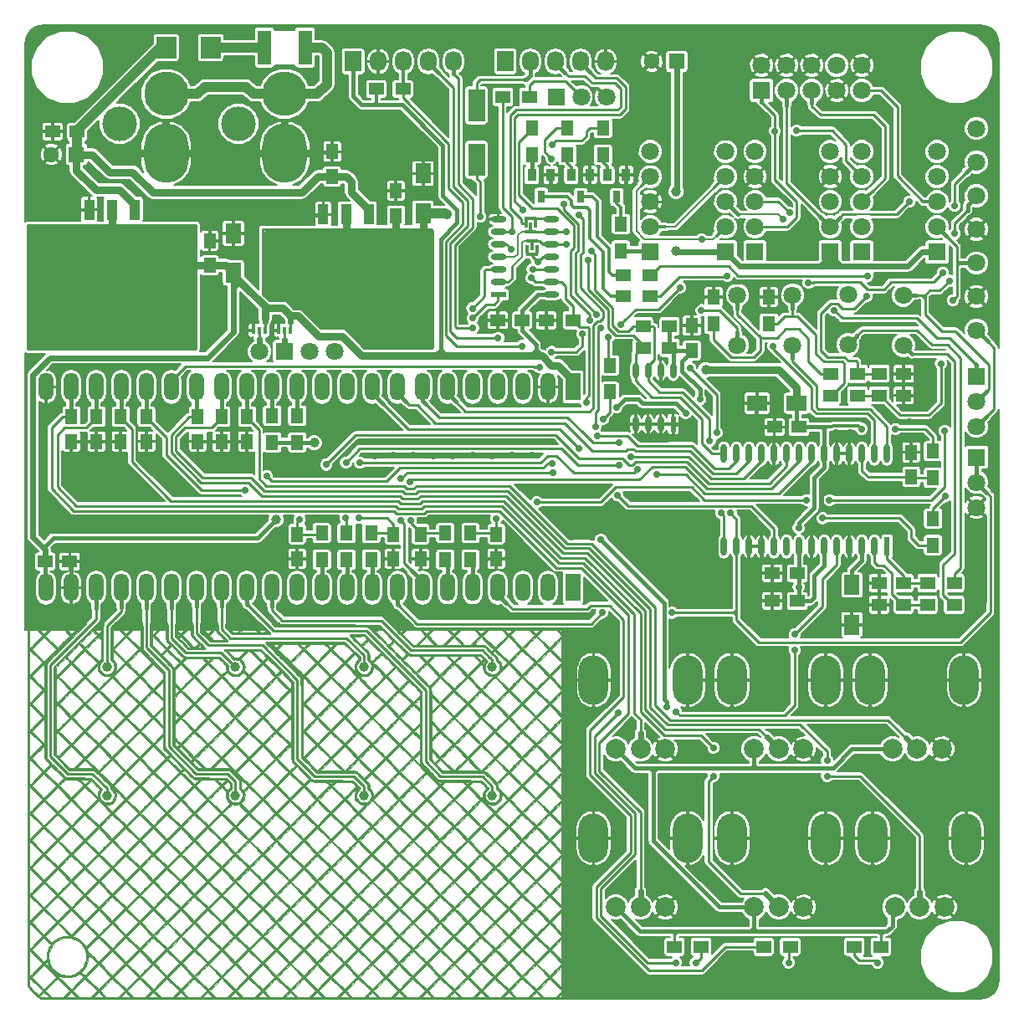
<source format=gbl>
G04 #@! TF.FileFunction,Copper,L2,Bot,Signal*
%FSLAX46Y46*%
G04 Gerber Fmt 4.6, Leading zero omitted, Abs format (unit mm)*
G04 Created by KiCad (PCBNEW (2015-11-29 BZR 6336, Git 7b0d981)-product) date 01/12/2015 20:30:35*
%MOMM*%
G01*
G04 APERTURE LIST*
%ADD10C,0.100000*%
%ADD11C,1.000000*%
%ADD12R,1.300000X1.500000*%
%ADD13C,1.800000*%
%ADD14C,2.000000*%
%ADD15O,3.000000X5.000000*%
%ADD16R,1.500000X1.250000*%
%ADD17R,1.250000X1.500000*%
%ADD18R,1.524000X2.800000*%
%ADD19O,1.524000X2.800000*%
%ADD20R,1.800000X1.800000*%
%ADD21R,1.699260X3.299460*%
%ADD22R,1.500000X1.300000*%
%ADD23R,1.100000X2.100000*%
%ADD24R,3.500000X2.100000*%
%ADD25R,1.600000X1.600000*%
%ADD26C,1.600000*%
%ADD27O,4.500000X6.000000*%
%ADD28C,4.500000*%
%ADD29C,3.500000*%
%ADD30R,0.400000X0.800000*%
%ADD31R,1.727200X2.032000*%
%ADD32O,1.727200X2.032000*%
%ADD33R,1.600000X2.000000*%
%ADD34R,2.000000X1.600000*%
%ADD35R,0.599440X1.549400*%
%ADD36O,0.599440X1.549400*%
%ADD37R,1.550000X0.600000*%
%ADD38O,1.550000X0.600000*%
%ADD39R,0.599440X1.899920*%
%ADD40O,0.599440X1.899920*%
%ADD41R,0.900000X1.300000*%
%ADD42R,0.800000X1.300000*%
%ADD43R,2.000000X2.199640*%
%ADD44R,1.399540X3.497580*%
%ADD45R,0.300000X0.900000*%
%ADD46R,1.300000X0.300000*%
%ADD47C,0.700000*%
%ADD48C,0.250000*%
%ADD49C,0.400000*%
%ADD50C,0.600000*%
%ADD51C,0.350000*%
%ADD52C,0.200000*%
%ADD53C,1.000000*%
%ADD54C,0.800000*%
%ADD55C,0.300000*%
G04 APERTURE END LIST*
D10*
G36*
X76840239Y-110670412D02*
X76834828Y-112479914D01*
X76829416Y-114289416D01*
X76649500Y-114289450D01*
X76649500Y-114109500D01*
X76649500Y-113205989D01*
X76649500Y-111306694D01*
X76649500Y-110775282D01*
X76294707Y-110420951D01*
X75939915Y-110066619D01*
X75789944Y-110216858D01*
X75789944Y-109920625D01*
X75593887Y-109717963D01*
X75515454Y-109636519D01*
X75452839Y-109567883D01*
X75404188Y-109505935D01*
X75367650Y-109444554D01*
X75346069Y-109389586D01*
X75346069Y-88897228D01*
X75343616Y-88868012D01*
X75320837Y-88833823D01*
X75272812Y-88782714D01*
X75269740Y-88779582D01*
X75179440Y-88687574D01*
X75040835Y-88826119D01*
X75040835Y-88551016D01*
X74421842Y-87931757D01*
X73802850Y-87312497D01*
X73654234Y-87461048D01*
X73654234Y-87164241D01*
X73035200Y-86545207D01*
X72416166Y-85926173D01*
X72268002Y-86074337D01*
X72268002Y-85778183D01*
X71649009Y-85158923D01*
X71030016Y-84539664D01*
X70892168Y-84677452D01*
X70892168Y-84402350D01*
X70273176Y-83783090D01*
X69654183Y-83163831D01*
X69505567Y-83312382D01*
X69505567Y-83015575D01*
X68886533Y-82396541D01*
X68267500Y-81777507D01*
X68072699Y-81972308D01*
X68072699Y-81639148D01*
X68064696Y-81634494D01*
X68058298Y-81634956D01*
X67974589Y-81636055D01*
X67867105Y-81621687D01*
X67750150Y-81594882D01*
X67638030Y-81558667D01*
X67578312Y-81533341D01*
X67451122Y-81454103D01*
X67328756Y-81343994D01*
X67221824Y-81214080D01*
X67142531Y-81078856D01*
X67105502Y-80989705D01*
X67082880Y-80904877D01*
X67070146Y-80805077D01*
X67066729Y-80755268D01*
X67060794Y-80665775D01*
X67052579Y-80606106D01*
X67037655Y-80563805D01*
X67011595Y-80526419D01*
X66969974Y-80481491D01*
X66969095Y-80480578D01*
X66882107Y-80390240D01*
X66743393Y-80528894D01*
X66743393Y-80253791D01*
X66410320Y-79920229D01*
X66077246Y-79586666D01*
X65505738Y-79586666D01*
X64934231Y-79586666D01*
X64636754Y-79883707D01*
X64636754Y-79586666D01*
X64118833Y-79586666D01*
X63600911Y-79586666D01*
X63854250Y-79840666D01*
X63938329Y-79924333D01*
X64011952Y-79996397D01*
X64070003Y-80051948D01*
X64107369Y-80086076D01*
X64118833Y-80094666D01*
X64136742Y-80080424D01*
X64179283Y-80040971D01*
X64241342Y-79981216D01*
X64317803Y-79906069D01*
X64383416Y-79840666D01*
X64636754Y-79586666D01*
X64636754Y-79883707D01*
X64600557Y-79919851D01*
X64266884Y-80253036D01*
X64885933Y-80872352D01*
X65504983Y-81491668D01*
X66124188Y-80872730D01*
X66743393Y-80253791D01*
X66743393Y-80528894D01*
X66262469Y-81009611D01*
X65642831Y-81628983D01*
X66261822Y-82248241D01*
X66394660Y-82381130D01*
X66517743Y-82504248D01*
X66627955Y-82614479D01*
X66722180Y-82708708D01*
X66797301Y-82783816D01*
X66850202Y-82836689D01*
X66877766Y-82864209D01*
X66881083Y-82867500D01*
X66895587Y-82853047D01*
X66936905Y-82811765D01*
X67001925Y-82746764D01*
X67087535Y-82661158D01*
X67190623Y-82558058D01*
X67308078Y-82440576D01*
X67436786Y-82311825D01*
X67502092Y-82246492D01*
X67655829Y-82092374D01*
X67781582Y-81965479D01*
X67881570Y-81863367D01*
X67958012Y-81783597D01*
X68013126Y-81723730D01*
X68049133Y-81681326D01*
X68068251Y-81653946D01*
X68072699Y-81639148D01*
X68072699Y-81972308D01*
X67648466Y-82396541D01*
X67029432Y-83015575D01*
X67643037Y-83629454D01*
X67775648Y-83761868D01*
X67898933Y-83884476D01*
X68009698Y-83994140D01*
X68104751Y-84087719D01*
X68180897Y-84162076D01*
X68234944Y-84214070D01*
X68263699Y-84240563D01*
X68267500Y-84243333D01*
X68284312Y-84228856D01*
X68327799Y-84187519D01*
X68394768Y-84122460D01*
X68482026Y-84036819D01*
X68586380Y-83933734D01*
X68704636Y-83816346D01*
X68833600Y-83687792D01*
X68891962Y-83629454D01*
X69505567Y-83015575D01*
X69505567Y-83312382D01*
X69034923Y-83782823D01*
X68415664Y-84401816D01*
X69034657Y-85021076D01*
X69653649Y-85640335D01*
X70272909Y-85021342D01*
X70892168Y-84402350D01*
X70892168Y-84677452D01*
X70410757Y-85158657D01*
X69791497Y-85777649D01*
X70410490Y-86396909D01*
X71029483Y-87016168D01*
X71648742Y-86397176D01*
X72268002Y-85778183D01*
X72268002Y-86074337D01*
X71797132Y-86545207D01*
X71178098Y-87164241D01*
X71791704Y-87778120D01*
X71924315Y-87910535D01*
X72047600Y-88033143D01*
X72158365Y-88142807D01*
X72253417Y-88236386D01*
X72329564Y-88310743D01*
X72383611Y-88362737D01*
X72412366Y-88389230D01*
X72416166Y-88392000D01*
X72432978Y-88377523D01*
X72476466Y-88336185D01*
X72543435Y-88271127D01*
X72630693Y-88185485D01*
X72735047Y-88082401D01*
X72853302Y-87965012D01*
X72982267Y-87836459D01*
X73040629Y-87778120D01*
X73654234Y-87164241D01*
X73654234Y-87461048D01*
X73183590Y-87931490D01*
X72564331Y-88550483D01*
X73183323Y-89169742D01*
X73802316Y-89789002D01*
X74421576Y-89170009D01*
X75040835Y-88551016D01*
X75040835Y-88826119D01*
X74559802Y-89306945D01*
X73940164Y-89926316D01*
X74558655Y-90545073D01*
X75177146Y-91163831D01*
X75234722Y-91108669D01*
X75292299Y-91053507D01*
X75299250Y-90024378D01*
X75301257Y-89770067D01*
X75303619Y-89555318D01*
X75306424Y-89377359D01*
X75309756Y-89233419D01*
X75313703Y-89120728D01*
X75318349Y-89036514D01*
X75323781Y-88978006D01*
X75330085Y-88942434D01*
X75333120Y-88933420D01*
X75346069Y-88897228D01*
X75346069Y-109389586D01*
X75341371Y-109377621D01*
X75323499Y-109299015D01*
X75312182Y-109202616D01*
X75305568Y-109082304D01*
X75301803Y-108931959D01*
X75299036Y-108745460D01*
X75299012Y-108743750D01*
X75294833Y-108444764D01*
X75294833Y-107645746D01*
X75294833Y-106523739D01*
X75294833Y-105401733D01*
X75294833Y-104894079D01*
X75294833Y-103772073D01*
X75294833Y-102650066D01*
X75294833Y-102121246D01*
X75294833Y-100999239D01*
X75294833Y-99877233D01*
X75294833Y-99348413D01*
X75294833Y-98226406D01*
X75294833Y-97104399D01*
X75294833Y-96596746D01*
X75294833Y-95474739D01*
X75294833Y-94352733D01*
X75294833Y-93823913D01*
X75294833Y-92701906D01*
X75294833Y-91579899D01*
X75237369Y-91519920D01*
X75179906Y-91459942D01*
X75030067Y-91609716D01*
X75030067Y-91312908D01*
X74411033Y-90693874D01*
X73792000Y-90074840D01*
X73654234Y-90212606D01*
X73654234Y-89937075D01*
X73035200Y-89318041D01*
X72416166Y-88699007D01*
X72268002Y-88847171D01*
X72268002Y-88551016D01*
X71649009Y-87931757D01*
X71030016Y-87312497D01*
X70881401Y-87461048D01*
X70881401Y-87164241D01*
X70262367Y-86545207D01*
X69643333Y-85926173D01*
X69505567Y-86063939D01*
X69505567Y-85788408D01*
X68886533Y-85169374D01*
X68267500Y-84550340D01*
X68119335Y-84698505D01*
X68119335Y-84402350D01*
X67500342Y-83783090D01*
X66881350Y-83163831D01*
X66732734Y-83312382D01*
X66732734Y-83015575D01*
X66113700Y-82396541D01*
X65494666Y-81777507D01*
X65356901Y-81915272D01*
X65356901Y-81639741D01*
X64737867Y-81020707D01*
X64118833Y-80401673D01*
X63970560Y-80549946D01*
X63970560Y-80253791D01*
X63637486Y-79920229D01*
X63304412Y-79586666D01*
X62732905Y-79586666D01*
X62161398Y-79586666D01*
X61863921Y-79883707D01*
X61863921Y-79586666D01*
X61346000Y-79586666D01*
X60828078Y-79586666D01*
X61081416Y-79840666D01*
X61165496Y-79924333D01*
X61239119Y-79996397D01*
X61297170Y-80051948D01*
X61334536Y-80086076D01*
X61346000Y-80094666D01*
X61363909Y-80080424D01*
X61406450Y-80040971D01*
X61468508Y-79981216D01*
X61544970Y-79906069D01*
X61610583Y-79840666D01*
X61863921Y-79586666D01*
X61863921Y-79883707D01*
X61827724Y-79919851D01*
X61494050Y-80253036D01*
X62113100Y-80872352D01*
X62732149Y-81491668D01*
X63351355Y-80872730D01*
X63970560Y-80253791D01*
X63970560Y-80549946D01*
X63499799Y-81020707D01*
X62880765Y-81639741D01*
X63494370Y-82253620D01*
X63626982Y-82386035D01*
X63750266Y-82508643D01*
X63861032Y-82618307D01*
X63956084Y-82711886D01*
X64032231Y-82786243D01*
X64086278Y-82838237D01*
X64115032Y-82864730D01*
X64118833Y-82867500D01*
X64135645Y-82853023D01*
X64179132Y-82811685D01*
X64246102Y-82746627D01*
X64333360Y-82660985D01*
X64437713Y-82557901D01*
X64555969Y-82440512D01*
X64684934Y-82311959D01*
X64743295Y-82253620D01*
X65356901Y-81639741D01*
X65356901Y-81915272D01*
X64875632Y-82396541D01*
X64256598Y-83015575D01*
X64870204Y-83629454D01*
X65002815Y-83761868D01*
X65126100Y-83884476D01*
X65236865Y-83994140D01*
X65331917Y-84087719D01*
X65408064Y-84162076D01*
X65462111Y-84214070D01*
X65490866Y-84240563D01*
X65494666Y-84243333D01*
X65511478Y-84228856D01*
X65554966Y-84187519D01*
X65621935Y-84122460D01*
X65709193Y-84036819D01*
X65813547Y-83933734D01*
X65931802Y-83816346D01*
X66060767Y-83687792D01*
X66119129Y-83629454D01*
X66732734Y-83015575D01*
X66732734Y-83312382D01*
X66262090Y-83782823D01*
X65642831Y-84401816D01*
X66261823Y-85021076D01*
X66880816Y-85640335D01*
X67500076Y-85021342D01*
X68119335Y-84402350D01*
X68119335Y-84698505D01*
X67648466Y-85169374D01*
X67029432Y-85788408D01*
X67643037Y-86402287D01*
X67775648Y-86534701D01*
X67898933Y-86657310D01*
X68009698Y-86766973D01*
X68104751Y-86860553D01*
X68180897Y-86934909D01*
X68234944Y-86986903D01*
X68263699Y-87013396D01*
X68267500Y-87016166D01*
X68284312Y-87001689D01*
X68327799Y-86960352D01*
X68394768Y-86895293D01*
X68482026Y-86809652D01*
X68586380Y-86706568D01*
X68704636Y-86589179D01*
X68833600Y-86460626D01*
X68891962Y-86402287D01*
X69505567Y-85788408D01*
X69505567Y-86063939D01*
X69024299Y-86545207D01*
X68405265Y-87164241D01*
X69018870Y-87778120D01*
X69151482Y-87910535D01*
X69274766Y-88033143D01*
X69385532Y-88142807D01*
X69480584Y-88236386D01*
X69556731Y-88310743D01*
X69610778Y-88362737D01*
X69639532Y-88389230D01*
X69643333Y-88392000D01*
X69660145Y-88377523D01*
X69703632Y-88336185D01*
X69770602Y-88271127D01*
X69857860Y-88185485D01*
X69962213Y-88082401D01*
X70080469Y-87965012D01*
X70209434Y-87836459D01*
X70267795Y-87778120D01*
X70881401Y-87164241D01*
X70881401Y-87461048D01*
X70410757Y-87931490D01*
X69791497Y-88550483D01*
X70410490Y-89169742D01*
X71029483Y-89789002D01*
X71648742Y-89170009D01*
X72268002Y-88551016D01*
X72268002Y-88847171D01*
X71797132Y-89318041D01*
X71178098Y-89937075D01*
X71791704Y-90550954D01*
X71924315Y-90683368D01*
X72047600Y-90805976D01*
X72158365Y-90915640D01*
X72253417Y-91009219D01*
X72329564Y-91083576D01*
X72383611Y-91135570D01*
X72412366Y-91162063D01*
X72416166Y-91164833D01*
X72432978Y-91150356D01*
X72476466Y-91109019D01*
X72543435Y-91043960D01*
X72630693Y-90958319D01*
X72735047Y-90855234D01*
X72853302Y-90737846D01*
X72982267Y-90609292D01*
X73040629Y-90550954D01*
X73654234Y-89937075D01*
X73654234Y-90212606D01*
X73172966Y-90693874D01*
X72553932Y-91312908D01*
X73167537Y-91926787D01*
X73300148Y-92059201D01*
X73423433Y-92181810D01*
X73534198Y-92291473D01*
X73629251Y-92385053D01*
X73705397Y-92459409D01*
X73759444Y-92511403D01*
X73788199Y-92537896D01*
X73792000Y-92540666D01*
X73808812Y-92526189D01*
X73852299Y-92484852D01*
X73919268Y-92419793D01*
X74006526Y-92334152D01*
X74110880Y-92231068D01*
X74229136Y-92113679D01*
X74358100Y-91985126D01*
X74416462Y-91926787D01*
X75030067Y-91312908D01*
X75030067Y-91609716D01*
X74560035Y-92079545D01*
X73940164Y-92699149D01*
X74558655Y-93317907D01*
X75177146Y-93936664D01*
X75235989Y-93880288D01*
X75294833Y-93823913D01*
X75294833Y-94352733D01*
X75237369Y-94292754D01*
X75179906Y-94232775D01*
X75030067Y-94382549D01*
X75030067Y-94085741D01*
X74411033Y-93466707D01*
X73792000Y-92847673D01*
X73643835Y-92995838D01*
X73643835Y-92699683D01*
X73024842Y-92080423D01*
X72405850Y-91461164D01*
X72268002Y-91598952D01*
X72268002Y-91323850D01*
X71649009Y-90704590D01*
X71030016Y-90085331D01*
X70881401Y-90233881D01*
X70881401Y-89937075D01*
X70262367Y-89318041D01*
X69643333Y-88699007D01*
X69495168Y-88847172D01*
X69495168Y-88551016D01*
X68876176Y-87931757D01*
X68257183Y-87312497D01*
X68119335Y-87450285D01*
X68119335Y-87175183D01*
X67500342Y-86555923D01*
X66881350Y-85936664D01*
X66732734Y-86085215D01*
X66732734Y-85788408D01*
X66113700Y-85169374D01*
X65494666Y-84550340D01*
X65346502Y-84698504D01*
X65346502Y-84402350D01*
X64727509Y-83783090D01*
X64108516Y-83163831D01*
X63970668Y-83301619D01*
X63970668Y-83026516D01*
X63351694Y-82407275D01*
X62732720Y-81788034D01*
X62584024Y-81936624D01*
X62584024Y-81639698D01*
X61965019Y-81020693D01*
X61346014Y-80401688D01*
X61197769Y-80549932D01*
X61197769Y-80253833D01*
X60866954Y-79922534D01*
X60536140Y-79591234D01*
X60078528Y-79582214D01*
X59914344Y-79578279D01*
X59787109Y-79573461D01*
X59691444Y-79567334D01*
X59621966Y-79559471D01*
X59573296Y-79549446D01*
X59546833Y-79540084D01*
X59472750Y-79506974D01*
X59299620Y-79677937D01*
X59299620Y-79371476D01*
X58687934Y-78759516D01*
X58076247Y-78147557D01*
X57927140Y-78296156D01*
X57927140Y-77998814D01*
X57308278Y-77379952D01*
X56689417Y-76761090D01*
X56528227Y-76922280D01*
X56528227Y-76598355D01*
X56504775Y-76593149D01*
X56445429Y-76588567D01*
X56356626Y-76584859D01*
X56244803Y-76582273D01*
X56116398Y-76581060D01*
X56079903Y-76581000D01*
X55642305Y-76581000D01*
X55874416Y-76813833D01*
X56106527Y-77046666D01*
X56322740Y-76831188D01*
X56398796Y-76753555D01*
X56461626Y-76685889D01*
X56506182Y-76633911D01*
X56527415Y-76603341D01*
X56528227Y-76598355D01*
X56528227Y-76922280D01*
X56472549Y-76977958D01*
X56255682Y-77194825D01*
X56869246Y-77808662D01*
X57001861Y-77941075D01*
X57125161Y-78063681D01*
X57235951Y-78173341D01*
X57331036Y-78266916D01*
X57407220Y-78341266D01*
X57461309Y-78393253D01*
X57490108Y-78419735D01*
X57493926Y-78422500D01*
X57512048Y-78408315D01*
X57554219Y-78369352D01*
X57614790Y-78311000D01*
X57688109Y-78238647D01*
X57716092Y-78210657D01*
X57927140Y-77998814D01*
X57927140Y-78296156D01*
X57858917Y-78364148D01*
X57641587Y-78580739D01*
X58260700Y-79200119D01*
X58393618Y-79333043D01*
X58516860Y-79456193D01*
X58627299Y-79566452D01*
X58721808Y-79660701D01*
X58797260Y-79735823D01*
X58850527Y-79788701D01*
X58878481Y-79816216D01*
X58881988Y-79819500D01*
X58896319Y-79804875D01*
X58934267Y-79764655D01*
X58990696Y-79704317D01*
X59060475Y-79629339D01*
X59091891Y-79595488D01*
X59299620Y-79371476D01*
X59299620Y-79677937D01*
X59245093Y-79731782D01*
X59017437Y-79956589D01*
X59636523Y-80575942D01*
X60255609Y-81195295D01*
X60726689Y-80724564D01*
X61197769Y-80253833D01*
X61197769Y-80549932D01*
X60875146Y-80872555D01*
X60404279Y-81343422D01*
X61017877Y-81957294D01*
X61150489Y-82089708D01*
X61273777Y-82212316D01*
X61384546Y-82321979D01*
X61479604Y-82415558D01*
X61555757Y-82489913D01*
X61609811Y-82541906D01*
X61638573Y-82568397D01*
X61642376Y-82571166D01*
X61659463Y-82556756D01*
X61702703Y-82515930D01*
X61768409Y-82452297D01*
X61852888Y-82369465D01*
X61952453Y-82271042D01*
X62063411Y-82160637D01*
X62118650Y-82105432D01*
X62584024Y-81639698D01*
X62584024Y-81936624D01*
X62254543Y-82265871D01*
X61776367Y-82743709D01*
X61804600Y-82852550D01*
X61817437Y-82924226D01*
X61827222Y-83021095D01*
X61832398Y-83126044D01*
X61832833Y-83162974D01*
X61832833Y-83364555D01*
X62282466Y-83814554D01*
X62732099Y-84264552D01*
X63351384Y-83645534D01*
X63970668Y-83026516D01*
X63970668Y-83301619D01*
X63489257Y-83782823D01*
X62869997Y-84401816D01*
X63488990Y-85021076D01*
X64107983Y-85640335D01*
X64727242Y-85021342D01*
X65346502Y-84402350D01*
X65346502Y-84698504D01*
X64875632Y-85169374D01*
X64256598Y-85788408D01*
X64870204Y-86402287D01*
X65002815Y-86534701D01*
X65126100Y-86657310D01*
X65236865Y-86766973D01*
X65331917Y-86860553D01*
X65408064Y-86934909D01*
X65462111Y-86986903D01*
X65490866Y-87013396D01*
X65494666Y-87016166D01*
X65511478Y-87001689D01*
X65554966Y-86960352D01*
X65621935Y-86895293D01*
X65709193Y-86809652D01*
X65813547Y-86706568D01*
X65931802Y-86589179D01*
X66060767Y-86460626D01*
X66119129Y-86402287D01*
X66732734Y-85788408D01*
X66732734Y-86085215D01*
X66262090Y-86555657D01*
X65642831Y-87174649D01*
X66261823Y-87793909D01*
X66880816Y-88413168D01*
X67500076Y-87794176D01*
X68119335Y-87175183D01*
X68119335Y-87450285D01*
X67637923Y-87931490D01*
X67018664Y-88550483D01*
X67637657Y-89169742D01*
X68256649Y-89789002D01*
X68875909Y-89170009D01*
X69495168Y-88551016D01*
X69495168Y-88847172D01*
X69024299Y-89318041D01*
X68405265Y-89937075D01*
X69018870Y-90550954D01*
X69151482Y-90683368D01*
X69274766Y-90805976D01*
X69385532Y-90915640D01*
X69480584Y-91009219D01*
X69556731Y-91083576D01*
X69610778Y-91135570D01*
X69639532Y-91162063D01*
X69643333Y-91164833D01*
X69660145Y-91150356D01*
X69703632Y-91109019D01*
X69770602Y-91043960D01*
X69857860Y-90958319D01*
X69962213Y-90855234D01*
X70080469Y-90737846D01*
X70209434Y-90609292D01*
X70267795Y-90550954D01*
X70881401Y-89937075D01*
X70881401Y-90233881D01*
X70410757Y-90704323D01*
X69791497Y-91323316D01*
X70410490Y-91942576D01*
X71029483Y-92561835D01*
X71648742Y-91942842D01*
X72268002Y-91323850D01*
X72268002Y-91598952D01*
X71786590Y-92080157D01*
X71167331Y-92699149D01*
X71786323Y-93318409D01*
X72405316Y-93937668D01*
X73024576Y-93318676D01*
X73643835Y-92699683D01*
X73643835Y-92995838D01*
X73172966Y-93466707D01*
X72553932Y-94085741D01*
X73167537Y-94699620D01*
X73300148Y-94832035D01*
X73423433Y-94954643D01*
X73534198Y-95064307D01*
X73629251Y-95157886D01*
X73705397Y-95232243D01*
X73759444Y-95284237D01*
X73788199Y-95310730D01*
X73792000Y-95313500D01*
X73808812Y-95299023D01*
X73852299Y-95257685D01*
X73919268Y-95192627D01*
X74006526Y-95106985D01*
X74110880Y-95003901D01*
X74229136Y-94886512D01*
X74358100Y-94757959D01*
X74416462Y-94699620D01*
X75030067Y-94085741D01*
X75030067Y-94382549D01*
X74560035Y-94852379D01*
X73940164Y-95471983D01*
X74558655Y-96090740D01*
X75177146Y-96709498D01*
X75235989Y-96653122D01*
X75294833Y-96596746D01*
X75294833Y-97104399D01*
X75237369Y-97044420D01*
X75179906Y-96984442D01*
X75040835Y-97123452D01*
X75040835Y-96848350D01*
X74421842Y-96229090D01*
X73802850Y-95609831D01*
X73654234Y-95758382D01*
X73654234Y-95461575D01*
X73035200Y-94842541D01*
X72416166Y-94223507D01*
X72268002Y-94371671D01*
X72268002Y-94075516D01*
X71649009Y-93456257D01*
X71030016Y-92836997D01*
X70892168Y-92974785D01*
X70892168Y-92699683D01*
X70273183Y-92080431D01*
X69654198Y-91461179D01*
X69505652Y-91609645D01*
X69505652Y-91312992D01*
X68886628Y-90693968D01*
X68267604Y-90074945D01*
X68119335Y-90223134D01*
X68119335Y-89926850D01*
X67500342Y-89307590D01*
X66881350Y-88688331D01*
X66743502Y-88826119D01*
X66743502Y-88551016D01*
X66124509Y-87931757D01*
X65505516Y-87312497D01*
X65356901Y-87461048D01*
X65356901Y-87164241D01*
X64737867Y-86545207D01*
X64118833Y-85926173D01*
X63970668Y-86074338D01*
X63970668Y-85778183D01*
X63351700Y-85158948D01*
X62732731Y-84539712D01*
X62594839Y-84677492D01*
X62594839Y-84401648D01*
X62213836Y-84021086D01*
X61832833Y-83640524D01*
X61832833Y-84397012D01*
X61832981Y-84571216D01*
X61833404Y-84731273D01*
X61834065Y-84872442D01*
X61834932Y-84989984D01*
X61835969Y-85079157D01*
X61837142Y-85135222D01*
X61838345Y-85153500D01*
X61854165Y-85139168D01*
X61895787Y-85098848D01*
X61959146Y-85036550D01*
X62040175Y-84956287D01*
X62134809Y-84862069D01*
X62219348Y-84777574D01*
X62594839Y-84401648D01*
X62594839Y-84677492D01*
X62282782Y-84989296D01*
X61832833Y-85438880D01*
X61832833Y-85777551D01*
X61832833Y-86116222D01*
X62282466Y-86566220D01*
X62732099Y-87016218D01*
X63351384Y-86397201D01*
X63970668Y-85778183D01*
X63970668Y-86074338D01*
X63499799Y-86545207D01*
X62880765Y-87164241D01*
X63494370Y-87778120D01*
X63626982Y-87910535D01*
X63750266Y-88033143D01*
X63861032Y-88142807D01*
X63956084Y-88236386D01*
X64032231Y-88310743D01*
X64086278Y-88362737D01*
X64115032Y-88389230D01*
X64118833Y-88392000D01*
X64135645Y-88377523D01*
X64179132Y-88336185D01*
X64246102Y-88271127D01*
X64333360Y-88185485D01*
X64437713Y-88082401D01*
X64555969Y-87965012D01*
X64684934Y-87836459D01*
X64743295Y-87778120D01*
X65356901Y-87164241D01*
X65356901Y-87461048D01*
X64886257Y-87931490D01*
X64266997Y-88550483D01*
X64885990Y-89169742D01*
X65504983Y-89789002D01*
X66124242Y-89170009D01*
X66743502Y-88551016D01*
X66743502Y-88826119D01*
X66262090Y-89307323D01*
X65642831Y-89926316D01*
X66261823Y-90545576D01*
X66880816Y-91164835D01*
X67500076Y-90545842D01*
X68119335Y-89926850D01*
X68119335Y-90223134D01*
X67707644Y-90634606D01*
X67147683Y-91194267D01*
X67219162Y-91218840D01*
X67252030Y-91231865D01*
X67286461Y-91250063D01*
X67325687Y-91276327D01*
X67372939Y-91313548D01*
X67431451Y-91364618D01*
X67504453Y-91432428D01*
X67595178Y-91519869D01*
X67706859Y-91629834D01*
X67842727Y-91765213D01*
X67949889Y-91872568D01*
X68447195Y-92371449D01*
X68976423Y-91842221D01*
X69505652Y-91312992D01*
X69505652Y-91609645D01*
X69103094Y-92011988D01*
X68551990Y-92562798D01*
X68573833Y-92720954D01*
X68595677Y-92879110D01*
X69124651Y-93408401D01*
X69653625Y-93937693D01*
X70272897Y-93318688D01*
X70892168Y-92699683D01*
X70892168Y-92974785D01*
X70410757Y-93455990D01*
X69791497Y-94074983D01*
X70410490Y-94694242D01*
X71029483Y-95313502D01*
X71648742Y-94694509D01*
X72268002Y-94075516D01*
X72268002Y-94371671D01*
X71797132Y-94842541D01*
X71178098Y-95461575D01*
X71791704Y-96075454D01*
X71924315Y-96207868D01*
X72047600Y-96330476D01*
X72158365Y-96440140D01*
X72253417Y-96533719D01*
X72329564Y-96608076D01*
X72383611Y-96660070D01*
X72412366Y-96686563D01*
X72416166Y-96689333D01*
X72432978Y-96674856D01*
X72476466Y-96633519D01*
X72543435Y-96568460D01*
X72630693Y-96482819D01*
X72735047Y-96379734D01*
X72853302Y-96262346D01*
X72982267Y-96133792D01*
X73040629Y-96075454D01*
X73654234Y-95461575D01*
X73654234Y-95758382D01*
X73183590Y-96228823D01*
X72564331Y-96847816D01*
X73183323Y-97467076D01*
X73802316Y-98086335D01*
X74421576Y-97467342D01*
X75040835Y-96848350D01*
X75040835Y-97123452D01*
X74560035Y-97604045D01*
X73940164Y-98223649D01*
X74558655Y-98842407D01*
X75177146Y-99461164D01*
X75235989Y-99404788D01*
X75294833Y-99348413D01*
X75294833Y-99877233D01*
X75237369Y-99817254D01*
X75179906Y-99757275D01*
X75030067Y-99907049D01*
X75030067Y-99610241D01*
X74411033Y-98991207D01*
X73792000Y-98372173D01*
X73654234Y-98509939D01*
X73654234Y-98234408D01*
X73035200Y-97615374D01*
X72416166Y-96996340D01*
X72268002Y-97144504D01*
X72268002Y-96848350D01*
X71649009Y-96229090D01*
X71030016Y-95609831D01*
X70881401Y-95758381D01*
X70881401Y-95461575D01*
X70262367Y-94842541D01*
X69643333Y-94223507D01*
X69505513Y-94361327D01*
X69505513Y-94085796D01*
X69225173Y-93805456D01*
X68944833Y-93525116D01*
X68944833Y-93696327D01*
X68925516Y-93889423D01*
X68870430Y-94066155D01*
X68783871Y-94223826D01*
X68670137Y-94359741D01*
X68533524Y-94471204D01*
X68378328Y-94555520D01*
X68208847Y-94609992D01*
X68029376Y-94631925D01*
X67844214Y-94618624D01*
X67657656Y-94567391D01*
X67597037Y-94541939D01*
X67489899Y-94478277D01*
X67378835Y-94387808D01*
X67276533Y-94282664D01*
X67195676Y-94174977D01*
X67173938Y-94137308D01*
X67140417Y-94076961D01*
X67113494Y-94035338D01*
X67100633Y-94022383D01*
X67077869Y-94036628D01*
X67059837Y-94055484D01*
X67056119Y-94066961D01*
X67061699Y-94085027D01*
X67079044Y-94112407D01*
X67110619Y-94151822D01*
X67158891Y-94205997D01*
X67226327Y-94277655D01*
X67315393Y-94369520D01*
X67428555Y-94484316D01*
X67568280Y-94624765D01*
X67644483Y-94701067D01*
X67776934Y-94833320D01*
X67900056Y-94955764D01*
X68010651Y-95065255D01*
X68105524Y-95158651D01*
X68181476Y-95232809D01*
X68235310Y-95284587D01*
X68263829Y-95310840D01*
X68267500Y-95313500D01*
X68284312Y-95299023D01*
X68327799Y-95257686D01*
X68394768Y-95192627D01*
X68482026Y-95106986D01*
X68586379Y-95003902D01*
X68704633Y-94886515D01*
X68833597Y-94757963D01*
X68891935Y-94699648D01*
X69505513Y-94085796D01*
X69505513Y-94361327D01*
X69024299Y-94842541D01*
X68405265Y-95461575D01*
X69018870Y-96075454D01*
X69151482Y-96207868D01*
X69274766Y-96330476D01*
X69385532Y-96440140D01*
X69480584Y-96533719D01*
X69556731Y-96608076D01*
X69610778Y-96660070D01*
X69639532Y-96686563D01*
X69643333Y-96689333D01*
X69660145Y-96674856D01*
X69703632Y-96633519D01*
X69770602Y-96568460D01*
X69857860Y-96482819D01*
X69962213Y-96379734D01*
X70080469Y-96262346D01*
X70209434Y-96133792D01*
X70267795Y-96075454D01*
X70881401Y-95461575D01*
X70881401Y-95758381D01*
X70410757Y-96228823D01*
X69791497Y-96847816D01*
X70410490Y-97467076D01*
X71029483Y-98086335D01*
X71648742Y-97467342D01*
X72268002Y-96848350D01*
X72268002Y-97144504D01*
X71797132Y-97615374D01*
X71178098Y-98234408D01*
X71791704Y-98848287D01*
X71924315Y-98980701D01*
X72047600Y-99103310D01*
X72158365Y-99212973D01*
X72253417Y-99306553D01*
X72329564Y-99380909D01*
X72383611Y-99432903D01*
X72412366Y-99459396D01*
X72416166Y-99462166D01*
X72432978Y-99447689D01*
X72476466Y-99406352D01*
X72543435Y-99341293D01*
X72630693Y-99255652D01*
X72735047Y-99152568D01*
X72853302Y-99035179D01*
X72982267Y-98906626D01*
X73040629Y-98848287D01*
X73654234Y-98234408D01*
X73654234Y-98509939D01*
X73172966Y-98991207D01*
X72553932Y-99610241D01*
X73167537Y-100224120D01*
X73300148Y-100356535D01*
X73423433Y-100479143D01*
X73534198Y-100588807D01*
X73629251Y-100682386D01*
X73705397Y-100756743D01*
X73759444Y-100808737D01*
X73788199Y-100835230D01*
X73792000Y-100838000D01*
X73808812Y-100823523D01*
X73852299Y-100782185D01*
X73919268Y-100717127D01*
X74006526Y-100631485D01*
X74110880Y-100528401D01*
X74229136Y-100411012D01*
X74358100Y-100282459D01*
X74416462Y-100224120D01*
X75030067Y-99610241D01*
X75030067Y-99907049D01*
X74560035Y-100376879D01*
X73940164Y-100996483D01*
X74558655Y-101615240D01*
X75177146Y-102233998D01*
X75235989Y-102177622D01*
X75294833Y-102121246D01*
X75294833Y-102650066D01*
X75237369Y-102590087D01*
X75179906Y-102530108D01*
X75030067Y-102679882D01*
X75030067Y-102383075D01*
X74411033Y-101764041D01*
X73792000Y-101145007D01*
X73643835Y-101293172D01*
X73643835Y-100997016D01*
X73024842Y-100377757D01*
X72405850Y-99758497D01*
X72268002Y-99896285D01*
X72268002Y-99621183D01*
X71649009Y-99001923D01*
X71030016Y-98382664D01*
X70881401Y-98531215D01*
X70881401Y-98234408D01*
X70262367Y-97615374D01*
X69643333Y-96996340D01*
X69495168Y-97144505D01*
X69495168Y-96848350D01*
X68876176Y-96229090D01*
X68257183Y-95609831D01*
X68119335Y-95747619D01*
X68119335Y-95472516D01*
X67500342Y-94853257D01*
X66881350Y-94233997D01*
X66732734Y-94382548D01*
X66732734Y-94085741D01*
X66113700Y-93466707D01*
X65494666Y-92847673D01*
X65346216Y-92996123D01*
X65346216Y-92699969D01*
X65161591Y-92514484D01*
X64976965Y-92329000D01*
X64109110Y-92329000D01*
X63241254Y-92329000D01*
X63055472Y-92513921D01*
X62942491Y-92626378D01*
X62942491Y-92329000D01*
X62814837Y-92329000D01*
X62719598Y-92322690D01*
X62619085Y-92306610D01*
X62572216Y-92295032D01*
X62538425Y-92283763D01*
X62505331Y-92268711D01*
X62469105Y-92246613D01*
X62425921Y-92214207D01*
X62371949Y-92168230D01*
X62303361Y-92105420D01*
X62216330Y-92022514D01*
X62107026Y-91916250D01*
X61971622Y-91783366D01*
X61970416Y-91782180D01*
X61861770Y-91675401D01*
X61779772Y-91595046D01*
X61724787Y-91541522D01*
X61697182Y-91515231D01*
X61697326Y-91516579D01*
X61725585Y-91545970D01*
X61782326Y-91603808D01*
X61867916Y-91690499D01*
X61982722Y-91806445D01*
X62097279Y-91921981D01*
X62229676Y-92055181D01*
X62352816Y-92178544D01*
X62463521Y-92288922D01*
X62558612Y-92383173D01*
X62634911Y-92458149D01*
X62689240Y-92510706D01*
X62718419Y-92537698D01*
X62722492Y-92540666D01*
X62741952Y-92526696D01*
X62782254Y-92489960D01*
X62834910Y-92438217D01*
X62838250Y-92434833D01*
X62942491Y-92329000D01*
X62942491Y-92626378D01*
X62869690Y-92698842D01*
X63488836Y-93318255D01*
X64107983Y-93937668D01*
X64727099Y-93318819D01*
X65346216Y-92699969D01*
X65346216Y-92996123D01*
X64875632Y-93466707D01*
X64256598Y-94085741D01*
X64870204Y-94699620D01*
X65002815Y-94832035D01*
X65126100Y-94954643D01*
X65236865Y-95064307D01*
X65331917Y-95157886D01*
X65408064Y-95232243D01*
X65462111Y-95284237D01*
X65490866Y-95310730D01*
X65494666Y-95313500D01*
X65511478Y-95299023D01*
X65554966Y-95257685D01*
X65621935Y-95192627D01*
X65709193Y-95106985D01*
X65813547Y-95003901D01*
X65931802Y-94886512D01*
X66060767Y-94757959D01*
X66119129Y-94699620D01*
X66732734Y-94085741D01*
X66732734Y-94382548D01*
X66262090Y-94852990D01*
X65642831Y-95471983D01*
X66261823Y-96091242D01*
X66880816Y-96710502D01*
X67500076Y-96091509D01*
X68119335Y-95472516D01*
X68119335Y-95747619D01*
X67637923Y-96228823D01*
X67018664Y-96847816D01*
X67637657Y-97467076D01*
X68256649Y-98086335D01*
X68875909Y-97467342D01*
X69495168Y-96848350D01*
X69495168Y-97144505D01*
X69024299Y-97615374D01*
X68405265Y-98234408D01*
X69018870Y-98848287D01*
X69151482Y-98980701D01*
X69274766Y-99103310D01*
X69385532Y-99212973D01*
X69480584Y-99306553D01*
X69556731Y-99380909D01*
X69610778Y-99432903D01*
X69639532Y-99459396D01*
X69643333Y-99462166D01*
X69660145Y-99447689D01*
X69703632Y-99406352D01*
X69770602Y-99341293D01*
X69857860Y-99255652D01*
X69962213Y-99152568D01*
X70080469Y-99035179D01*
X70209434Y-98906626D01*
X70267795Y-98848287D01*
X70881401Y-98234408D01*
X70881401Y-98531215D01*
X70410757Y-99001657D01*
X69791497Y-99620649D01*
X70410490Y-100239909D01*
X71029483Y-100859168D01*
X71648742Y-100240176D01*
X72268002Y-99621183D01*
X72268002Y-99896285D01*
X71786590Y-100377490D01*
X71167331Y-100996483D01*
X71786323Y-101615742D01*
X72405316Y-102235002D01*
X73024576Y-101616009D01*
X73643835Y-100997016D01*
X73643835Y-101293172D01*
X73172966Y-101764041D01*
X72553932Y-102383075D01*
X73167537Y-102996954D01*
X73300148Y-103129368D01*
X73423433Y-103251976D01*
X73534198Y-103361640D01*
X73629251Y-103455219D01*
X73705397Y-103529576D01*
X73759444Y-103581570D01*
X73788199Y-103608063D01*
X73792000Y-103610833D01*
X73808812Y-103596356D01*
X73852299Y-103555019D01*
X73919268Y-103489960D01*
X74006526Y-103404319D01*
X74110880Y-103301234D01*
X74229136Y-103183846D01*
X74358100Y-103055292D01*
X74416462Y-102996954D01*
X75030067Y-102383075D01*
X75030067Y-102679882D01*
X74560035Y-103149712D01*
X73940164Y-103769316D01*
X74558655Y-104388073D01*
X75177146Y-105006831D01*
X75235989Y-104950455D01*
X75294833Y-104894079D01*
X75294833Y-105401733D01*
X75237369Y-105341754D01*
X75179906Y-105281775D01*
X75040835Y-105420786D01*
X75040835Y-105145683D01*
X74421842Y-104526423D01*
X73802850Y-103907164D01*
X73654234Y-104055715D01*
X73654234Y-103758908D01*
X73035200Y-103139874D01*
X72416166Y-102520840D01*
X72268002Y-102669004D01*
X72268002Y-102372850D01*
X71649009Y-101753590D01*
X71030016Y-101134331D01*
X70892168Y-101272119D01*
X70892168Y-100997016D01*
X70273176Y-100377757D01*
X69654183Y-99758497D01*
X69505567Y-99907048D01*
X69505567Y-99610241D01*
X68886533Y-98991207D01*
X68267500Y-98372173D01*
X68119335Y-98520338D01*
X68119335Y-98224183D01*
X67500342Y-97604923D01*
X66881350Y-96985664D01*
X66743502Y-97123452D01*
X66743502Y-96848350D01*
X66124509Y-96229090D01*
X65505516Y-95609831D01*
X65356901Y-95758381D01*
X65356901Y-95461575D01*
X64737867Y-94842541D01*
X64118833Y-94223507D01*
X63970668Y-94371672D01*
X63970668Y-94075516D01*
X63351676Y-93456257D01*
X62732683Y-92836997D01*
X62583976Y-92985639D01*
X62583976Y-92688833D01*
X61970414Y-92074997D01*
X61356852Y-91461162D01*
X61345579Y-91472430D01*
X61345579Y-91164833D01*
X61334667Y-91150649D01*
X61298113Y-91111119D01*
X61240269Y-91050774D01*
X61165483Y-90974145D01*
X61078106Y-90885762D01*
X61066193Y-90873791D01*
X60933929Y-90737496D01*
X60833834Y-90626592D01*
X60766220Y-90541438D01*
X60733567Y-90487500D01*
X60720087Y-90454459D01*
X60709748Y-90418986D01*
X60702131Y-90375154D01*
X60696819Y-90317039D01*
X60693394Y-90238716D01*
X60691438Y-90134258D01*
X60690534Y-89997741D01*
X60690298Y-89873762D01*
X60689833Y-89355275D01*
X60689833Y-89059203D01*
X60689833Y-88551197D01*
X60689833Y-88043191D01*
X60689833Y-87159137D01*
X60689833Y-86582442D01*
X60689833Y-86307550D01*
X60689833Y-85788500D01*
X60689833Y-85269449D01*
X60689833Y-84398299D01*
X60689833Y-84397085D01*
X60689833Y-83831171D01*
X60689833Y-83534717D01*
X60689833Y-83396747D01*
X60689833Y-83258778D01*
X60139456Y-82708706D01*
X59589079Y-82158634D01*
X59441061Y-82306652D01*
X59441061Y-82010575D01*
X58822067Y-81391315D01*
X58203073Y-80772054D01*
X58065227Y-80909777D01*
X58065227Y-80634742D01*
X57446234Y-80015481D01*
X56827240Y-79396221D01*
X56678506Y-79544821D01*
X56678506Y-79247846D01*
X56059530Y-78628870D01*
X55440554Y-78009895D01*
X55292445Y-78158004D01*
X55292445Y-77862060D01*
X55148964Y-77718579D01*
X55005484Y-77575099D01*
X54459916Y-77580758D01*
X53914347Y-77586416D01*
X54320971Y-78006081D01*
X54727595Y-78425746D01*
X55010020Y-78143903D01*
X55292445Y-77862060D01*
X55292445Y-78158004D01*
X55160578Y-78289871D01*
X54880601Y-78569848D01*
X55191493Y-78883240D01*
X55313310Y-79008657D01*
X55411441Y-79115221D01*
X55483559Y-79200263D01*
X55527339Y-79261117D01*
X55537149Y-79279835D01*
X55557514Y-79354769D01*
X55572861Y-79468683D01*
X55582739Y-79617727D01*
X55593565Y-79872416D01*
X55701517Y-79983541D01*
X55755414Y-80037520D01*
X55797642Y-80077030D01*
X55819987Y-80094427D01*
X55820975Y-80094666D01*
X55838319Y-80080278D01*
X55881606Y-80039638D01*
X55946948Y-79976534D01*
X56030461Y-79894753D01*
X56128256Y-79798081D01*
X56236448Y-79690307D01*
X56255493Y-79671256D01*
X56678506Y-79247846D01*
X56678506Y-79544821D01*
X56398422Y-79824655D01*
X55969605Y-80253090D01*
X56588599Y-80872351D01*
X57207593Y-81491612D01*
X57636410Y-81063177D01*
X58065227Y-80634742D01*
X58065227Y-80909777D01*
X57774256Y-81200489D01*
X57345438Y-81628924D01*
X57964432Y-82248184D01*
X58583426Y-82867445D01*
X59012243Y-82439010D01*
X59441061Y-82010575D01*
X59441061Y-82306652D01*
X59160599Y-82587114D01*
X58732118Y-83015595D01*
X59345714Y-83629464D01*
X59478311Y-83761873D01*
X59601567Y-83884476D01*
X59712290Y-83994136D01*
X59807289Y-84087714D01*
X59883374Y-84162069D01*
X59937352Y-84214065D01*
X59966034Y-84240561D01*
X59969802Y-84243333D01*
X59987086Y-84229015D01*
X60029962Y-84188819D01*
X60094167Y-84126879D01*
X60175440Y-84047331D01*
X60269517Y-83954308D01*
X60335064Y-83889025D01*
X60689833Y-83534717D01*
X60689833Y-83831171D01*
X60404078Y-84116338D01*
X60118323Y-84401505D01*
X60398492Y-84682252D01*
X60486686Y-84770344D01*
X60564085Y-84847113D01*
X60625958Y-84907910D01*
X60667571Y-84948086D01*
X60684194Y-84962991D01*
X60684247Y-84963000D01*
X60685726Y-84942746D01*
X60687057Y-84885640D01*
X60688188Y-84797162D01*
X60689064Y-84682792D01*
X60689630Y-84548011D01*
X60689833Y-84398299D01*
X60689833Y-85269449D01*
X60329905Y-84909989D01*
X59969978Y-84550528D01*
X59822002Y-84698504D01*
X59822002Y-84402350D01*
X59203009Y-83783090D01*
X58584016Y-83163831D01*
X58435401Y-83312381D01*
X58435401Y-83015575D01*
X57816367Y-82396541D01*
X57197333Y-81777507D01*
X57059236Y-81915604D01*
X57059236Y-81639624D01*
X56509159Y-81089085D01*
X55959083Y-80538547D01*
X55947194Y-80735684D01*
X55937786Y-80846212D01*
X55922397Y-80931914D01*
X55896987Y-81010255D01*
X55868559Y-81075457D01*
X55766259Y-81247332D01*
X55636066Y-81390552D01*
X55482781Y-81502672D01*
X55311204Y-81581245D01*
X55126135Y-81623828D01*
X54932376Y-81627975D01*
X54816209Y-81611462D01*
X54730810Y-81595054D01*
X54676609Y-81588291D01*
X54643612Y-81591039D01*
X54621830Y-81603162D01*
X54615837Y-81608758D01*
X54610530Y-81619254D01*
X54613577Y-81635277D01*
X54627464Y-81659590D01*
X54654680Y-81694954D01*
X54697715Y-81744129D01*
X54759056Y-81809879D01*
X54841193Y-81894964D01*
X54946613Y-82002146D01*
X55077806Y-82134187D01*
X55196136Y-82252718D01*
X55808129Y-82864985D01*
X56201106Y-82486745D01*
X56324463Y-82367561D01*
X56452894Y-82242679D01*
X56578448Y-82119887D01*
X56693172Y-82006973D01*
X56789114Y-81911724D01*
X56826659Y-81874065D01*
X57059236Y-81639624D01*
X57059236Y-81915604D01*
X56578299Y-82396541D01*
X55959265Y-83015575D01*
X56572870Y-83629454D01*
X56705482Y-83761868D01*
X56828766Y-83884476D01*
X56939532Y-83994140D01*
X57034584Y-84087719D01*
X57110731Y-84162076D01*
X57164778Y-84214070D01*
X57193532Y-84240563D01*
X57197333Y-84243333D01*
X57214145Y-84228856D01*
X57257632Y-84187519D01*
X57324602Y-84122460D01*
X57411860Y-84036819D01*
X57516213Y-83933734D01*
X57634469Y-83816346D01*
X57763434Y-83687792D01*
X57821795Y-83629454D01*
X58435401Y-83015575D01*
X58435401Y-83312381D01*
X57964757Y-83782823D01*
X57345497Y-84401816D01*
X57964490Y-85021076D01*
X58583483Y-85640335D01*
X59202742Y-85021342D01*
X59822002Y-84402350D01*
X59822002Y-84698504D01*
X59351038Y-85169468D01*
X58732098Y-85788408D01*
X59345704Y-86402287D01*
X59478302Y-86534697D01*
X59601559Y-86657302D01*
X59712283Y-86766963D01*
X59807284Y-86860542D01*
X59883370Y-86934899D01*
X59937350Y-86986896D01*
X59966033Y-87013393D01*
X59969802Y-87016166D01*
X59987086Y-87001849D01*
X60029962Y-86961653D01*
X60094167Y-86899713D01*
X60175440Y-86820164D01*
X60269517Y-86727141D01*
X60335064Y-86661858D01*
X60689833Y-86307550D01*
X60689833Y-86582442D01*
X60398986Y-86873288D01*
X60108140Y-87164135D01*
X60393401Y-87449984D01*
X60482427Y-87538915D01*
X60560693Y-87616565D01*
X60623510Y-87678328D01*
X60666191Y-87719595D01*
X60684049Y-87735760D01*
X60684247Y-87735833D01*
X60685712Y-87715571D01*
X60687034Y-87658405D01*
X60688159Y-87569764D01*
X60689036Y-87455077D01*
X60689611Y-87319772D01*
X60689832Y-87169280D01*
X60689833Y-87159137D01*
X60689833Y-88043191D01*
X60324887Y-87677798D01*
X59959942Y-87312405D01*
X59825531Y-87446758D01*
X59825531Y-87178713D01*
X59204774Y-86557689D01*
X58584016Y-85936664D01*
X58435401Y-86085215D01*
X58435401Y-85788408D01*
X57816367Y-85169374D01*
X57197333Y-84550340D01*
X57049168Y-84698505D01*
X57049168Y-84402350D01*
X56430176Y-83783090D01*
X55811183Y-83163831D01*
X55662476Y-83312473D01*
X55662476Y-83015666D01*
X55048914Y-82401831D01*
X54441693Y-81794338D01*
X54441693Y-81481528D01*
X54432042Y-81463701D01*
X54398744Y-81424375D01*
X54348591Y-81371470D01*
X54339202Y-81362020D01*
X54234656Y-81234433D01*
X54152272Y-81091131D01*
X54115102Y-81008327D01*
X54091598Y-80939655D01*
X54078003Y-80868848D01*
X54070564Y-80779641D01*
X54068121Y-80726594D01*
X54065837Y-80616598D01*
X54070480Y-80532588D01*
X54083833Y-80458534D01*
X54106352Y-80382361D01*
X54142958Y-80294226D01*
X54194048Y-80199339D01*
X54252651Y-80108203D01*
X54311799Y-80031322D01*
X54364522Y-79979196D01*
X54381189Y-79968189D01*
X54409164Y-79943322D01*
X54422028Y-79899731D01*
X54424500Y-79844746D01*
X54423246Y-79801107D01*
X54416117Y-79765648D01*
X54398057Y-79730527D01*
X54364014Y-79687901D01*
X54308934Y-79629930D01*
X54244446Y-79565363D01*
X54064392Y-79386244D01*
X53916513Y-79533991D01*
X53916513Y-79237790D01*
X53466899Y-78787812D01*
X53017285Y-78337833D01*
X52678116Y-78337833D01*
X52338948Y-78337833D01*
X52074909Y-78602507D01*
X52032666Y-78644851D01*
X52032666Y-78343566D01*
X52012621Y-78341721D01*
X51956973Y-78340123D01*
X51872453Y-78338875D01*
X51765789Y-78338078D01*
X51657399Y-78337833D01*
X51282132Y-78337833D01*
X51471761Y-78528344D01*
X51661389Y-78718855D01*
X51847028Y-78534077D01*
X51917796Y-78463201D01*
X51976135Y-78403944D01*
X52016306Y-78362196D01*
X52032570Y-78343847D01*
X52032666Y-78343566D01*
X52032666Y-78644851D01*
X51810871Y-78867181D01*
X52424340Y-79480923D01*
X52556925Y-79613319D01*
X52680169Y-79735908D01*
X52790881Y-79845554D01*
X52885871Y-79939115D01*
X52961944Y-80013453D01*
X53015911Y-80065429D01*
X53044580Y-80091904D01*
X53048340Y-80094666D01*
X53065429Y-80080291D01*
X53108530Y-80039672D01*
X53173788Y-79976566D01*
X53257351Y-79894731D01*
X53355364Y-79797927D01*
X53463973Y-79689910D01*
X53487692Y-79666228D01*
X53916513Y-79237790D01*
X53916513Y-79533991D01*
X53630582Y-79819667D01*
X53196772Y-80253090D01*
X53814978Y-80871563D01*
X53947918Y-81004163D01*
X54071459Y-81126621D01*
X54182442Y-81235864D01*
X54277707Y-81328815D01*
X54354095Y-81402400D01*
X54408445Y-81453543D01*
X54437598Y-81479170D01*
X54441693Y-81481528D01*
X54441693Y-81794338D01*
X54435352Y-81787995D01*
X54286734Y-81936548D01*
X54286734Y-81639741D01*
X53667700Y-81020707D01*
X53048666Y-80401673D01*
X52900502Y-80549837D01*
X52900502Y-80253683D01*
X52281509Y-79634423D01*
X51662516Y-79015164D01*
X51513628Y-79163988D01*
X51513628Y-78867181D01*
X51249590Y-78602507D01*
X50985551Y-78337833D01*
X50287028Y-78337833D01*
X49588505Y-78337833D01*
X49318250Y-78607488D01*
X49290700Y-78634976D01*
X49290700Y-78337833D01*
X48900000Y-78337833D01*
X48509299Y-78337833D01*
X48698916Y-78528333D01*
X48771301Y-78600199D01*
X48832813Y-78659659D01*
X48877444Y-78701022D01*
X48899184Y-78718593D01*
X48900000Y-78718833D01*
X48918413Y-78704679D01*
X48960478Y-78666014D01*
X49020186Y-78608529D01*
X49091527Y-78537919D01*
X49101083Y-78528333D01*
X49290700Y-78337833D01*
X49290700Y-78634976D01*
X49047995Y-78877143D01*
X49656485Y-79485904D01*
X49788529Y-79617748D01*
X49911236Y-79739773D01*
X50021400Y-79848826D01*
X50115814Y-79941756D01*
X50191271Y-80015409D01*
X50244563Y-80066634D01*
X50272483Y-80092277D01*
X50275833Y-80094666D01*
X50292645Y-80080190D01*
X50336132Y-80038853D01*
X50403101Y-79973795D01*
X50490357Y-79888156D01*
X50594707Y-79785075D01*
X50712957Y-79667691D01*
X50841914Y-79539145D01*
X50900159Y-79480923D01*
X51513628Y-78867181D01*
X51513628Y-79163988D01*
X51043257Y-79634157D01*
X50423997Y-80253149D01*
X51042990Y-80872409D01*
X51661983Y-81491668D01*
X52281242Y-80872676D01*
X52900502Y-80253683D01*
X52900502Y-80549837D01*
X52429632Y-81020707D01*
X51810598Y-81639741D01*
X52424204Y-82253620D01*
X52556815Y-82386035D01*
X52680100Y-82508643D01*
X52790865Y-82618307D01*
X52885917Y-82711886D01*
X52962064Y-82786243D01*
X53016111Y-82838237D01*
X53044866Y-82864730D01*
X53048666Y-82867500D01*
X53065478Y-82853023D01*
X53108966Y-82811685D01*
X53175935Y-82746627D01*
X53263193Y-82660985D01*
X53367547Y-82557901D01*
X53485802Y-82440512D01*
X53614767Y-82311959D01*
X53673129Y-82253620D01*
X54286734Y-81639741D01*
X54286734Y-81936548D01*
X53816092Y-82406988D01*
X53196833Y-83025980D01*
X53805238Y-83634657D01*
X53937271Y-83766491D01*
X54059969Y-83888506D01*
X54170123Y-83997549D01*
X54264526Y-84090468D01*
X54339971Y-84164109D01*
X54393251Y-84215321D01*
X54421157Y-84240950D01*
X54424500Y-84243333D01*
X54441312Y-84228856D01*
X54484799Y-84187519D01*
X54551768Y-84122461D01*
X54639025Y-84036820D01*
X54743378Y-83933737D01*
X54861632Y-83816350D01*
X54990594Y-83687799D01*
X55048916Y-83629500D01*
X55662476Y-83015666D01*
X55662476Y-83312473D01*
X55191923Y-83782823D01*
X54572664Y-84401816D01*
X55191657Y-85021076D01*
X55810649Y-85640335D01*
X56429909Y-85021342D01*
X57049168Y-84402350D01*
X57049168Y-84698505D01*
X56578299Y-85169374D01*
X55959265Y-85788408D01*
X56572870Y-86402287D01*
X56705482Y-86534701D01*
X56828766Y-86657310D01*
X56939532Y-86766973D01*
X57034584Y-86860553D01*
X57110731Y-86934909D01*
X57164778Y-86986903D01*
X57193532Y-87013396D01*
X57197333Y-87016166D01*
X57214145Y-87001689D01*
X57257632Y-86960352D01*
X57324602Y-86895293D01*
X57411860Y-86809652D01*
X57516213Y-86706568D01*
X57634469Y-86589179D01*
X57763434Y-86460626D01*
X57821795Y-86402287D01*
X58435401Y-85788408D01*
X58435401Y-86085215D01*
X57964758Y-86555656D01*
X57345500Y-87174647D01*
X57953939Y-87783357D01*
X58086084Y-87915063D01*
X58209108Y-88036715D01*
X58319778Y-88145190D01*
X58414862Y-88237363D01*
X58491128Y-88310109D01*
X58545345Y-88360305D01*
X58574281Y-88384825D01*
X58578059Y-88386742D01*
X58596128Y-88371264D01*
X58641154Y-88329305D01*
X58709855Y-88264016D01*
X58798952Y-88178547D01*
X58905167Y-88076048D01*
X59025220Y-87959669D01*
X59155831Y-87832561D01*
X59209635Y-87780065D01*
X59825531Y-87178713D01*
X59825531Y-87446758D01*
X59340636Y-87931444D01*
X58721331Y-88550483D01*
X59340279Y-89169698D01*
X59959228Y-89788913D01*
X60324530Y-89424058D01*
X60689833Y-89059203D01*
X60689833Y-89355275D01*
X60398908Y-89646200D01*
X60107983Y-89937126D01*
X60721563Y-90550979D01*
X60854156Y-90683386D01*
X60977406Y-90805987D01*
X61088121Y-90915645D01*
X61183110Y-91009220D01*
X61259183Y-91083574D01*
X61313149Y-91135567D01*
X61341817Y-91162062D01*
X61345579Y-91164833D01*
X61345579Y-91472430D01*
X61208234Y-91609715D01*
X61208234Y-91312908D01*
X60589200Y-90693874D01*
X59970166Y-90074840D01*
X59822002Y-90223004D01*
X59822002Y-89926850D01*
X59203009Y-89307590D01*
X58584016Y-88688331D01*
X58435309Y-88836973D01*
X58435309Y-88540166D01*
X57821747Y-87926331D01*
X57208185Y-87312495D01*
X57059567Y-87461049D01*
X57059567Y-87164241D01*
X56440533Y-86545207D01*
X55821500Y-85926173D01*
X55662659Y-86085014D01*
X55662659Y-85788500D01*
X55043625Y-85169466D01*
X54424591Y-84550432D01*
X54276335Y-84698621D01*
X54276335Y-84401811D01*
X53662501Y-83788251D01*
X53048666Y-83174690D01*
X52900499Y-83322791D01*
X52900499Y-83025980D01*
X52281240Y-82406988D01*
X51661980Y-81787995D01*
X51513992Y-81936049D01*
X51513992Y-81639833D01*
X50894958Y-81020799D01*
X50275924Y-80401765D01*
X50127668Y-80549955D01*
X50127668Y-80253145D01*
X49513834Y-79639584D01*
X48900000Y-79026023D01*
X48751676Y-79174280D01*
X48751676Y-78878014D01*
X48482185Y-78607923D01*
X48212694Y-78337833D01*
X47513571Y-78337833D01*
X46814448Y-78337833D01*
X46550409Y-78602507D01*
X46508166Y-78644851D01*
X46508166Y-78343566D01*
X46488121Y-78341721D01*
X46432473Y-78340123D01*
X46347953Y-78338875D01*
X46241289Y-78338078D01*
X46132899Y-78337833D01*
X45757632Y-78337833D01*
X45947261Y-78528344D01*
X46136889Y-78718855D01*
X46322528Y-78534077D01*
X46393296Y-78463201D01*
X46451635Y-78403944D01*
X46491806Y-78362196D01*
X46508070Y-78343847D01*
X46508166Y-78343566D01*
X46508166Y-78644851D01*
X46286371Y-78867181D01*
X46899840Y-79480923D01*
X47032426Y-79613319D01*
X47155675Y-79735910D01*
X47266394Y-79845555D01*
X47361391Y-79939117D01*
X47437474Y-80013455D01*
X47491451Y-80065431D01*
X47520130Y-80091905D01*
X47523895Y-80094666D01*
X47540662Y-80080199D01*
X47584104Y-80038897D01*
X47651014Y-79973912D01*
X47738185Y-79888395D01*
X47842409Y-79785498D01*
X47960479Y-79668370D01*
X48089188Y-79540165D01*
X48143078Y-79486340D01*
X48751676Y-78878014D01*
X48751676Y-79174280D01*
X48286165Y-79639584D01*
X47672331Y-80253145D01*
X48280736Y-80861822D01*
X48412770Y-80993657D01*
X48535468Y-81115672D01*
X48645622Y-81224715D01*
X48740026Y-81317634D01*
X48815471Y-81391275D01*
X48868750Y-81442487D01*
X48896657Y-81468117D01*
X48900000Y-81470500D01*
X48916819Y-81456025D01*
X48960300Y-81414702D01*
X49027233Y-81349685D01*
X49114412Y-81264125D01*
X49218630Y-81161175D01*
X49336678Y-81043988D01*
X49465350Y-80915716D01*
X49519263Y-80861822D01*
X50127668Y-80253145D01*
X50127668Y-80549955D01*
X49662043Y-81015373D01*
X49048162Y-81628980D01*
X49667199Y-82248285D01*
X50286236Y-82867589D01*
X50900114Y-82253711D01*
X51513992Y-81639833D01*
X51513992Y-81936049D01*
X51048418Y-82401831D01*
X50434857Y-83015666D01*
X51048416Y-83629500D01*
X51181022Y-83761909D01*
X51304302Y-83884512D01*
X51415062Y-83994170D01*
X51510109Y-84087744D01*
X51586249Y-84162094D01*
X51640289Y-84214081D01*
X51669037Y-84240566D01*
X51672833Y-84243333D01*
X51689653Y-84228858D01*
X51733133Y-84187536D01*
X51800066Y-84122518D01*
X51887246Y-84036958D01*
X51991463Y-83934009D01*
X52109511Y-83816822D01*
X52238183Y-83688550D01*
X52292095Y-83634657D01*
X52900499Y-83025980D01*
X52900499Y-83322791D01*
X52434832Y-83788251D01*
X51820997Y-84401811D01*
X52429403Y-85010489D01*
X52561437Y-85142323D01*
X52684135Y-85264338D01*
X52794289Y-85373382D01*
X52888692Y-85466300D01*
X52964138Y-85539942D01*
X53017417Y-85591154D01*
X53045323Y-85616783D01*
X53048666Y-85619166D01*
X53065486Y-85604691D01*
X53108966Y-85563369D01*
X53175900Y-85498352D01*
X53263079Y-85412792D01*
X53367296Y-85309842D01*
X53485345Y-85192655D01*
X53614017Y-85064383D01*
X53667929Y-85010489D01*
X54276335Y-84401811D01*
X54276335Y-84698621D01*
X53810710Y-85164039D01*
X53196828Y-85777647D01*
X53815866Y-86396951D01*
X54434903Y-87016256D01*
X55048781Y-86402378D01*
X55662659Y-85788500D01*
X55662659Y-86085014D01*
X55202466Y-86545207D01*
X54583432Y-87164241D01*
X55197037Y-87778120D01*
X55329648Y-87910535D01*
X55452933Y-88033143D01*
X55563698Y-88142807D01*
X55658751Y-88236386D01*
X55734897Y-88310743D01*
X55788944Y-88362737D01*
X55817699Y-88389230D01*
X55821500Y-88392000D01*
X55838312Y-88377523D01*
X55881799Y-88336185D01*
X55948768Y-88271127D01*
X56036026Y-88185485D01*
X56140380Y-88082401D01*
X56258636Y-87965012D01*
X56387600Y-87836459D01*
X56445962Y-87778120D01*
X57059567Y-87164241D01*
X57059567Y-87461049D01*
X56588926Y-87931488D01*
X55969666Y-88550480D01*
X56578071Y-89159157D01*
X56710105Y-89290991D01*
X56832802Y-89413006D01*
X56942956Y-89522049D01*
X57037360Y-89614968D01*
X57112805Y-89688609D01*
X57166084Y-89739821D01*
X57193990Y-89765450D01*
X57197333Y-89767833D01*
X57214145Y-89753356D01*
X57257632Y-89712019D01*
X57324601Y-89646961D01*
X57411859Y-89561320D01*
X57516211Y-89458237D01*
X57634465Y-89340850D01*
X57763427Y-89212299D01*
X57821750Y-89154000D01*
X58435309Y-88540166D01*
X58435309Y-88836973D01*
X57964757Y-89307323D01*
X57345497Y-89926316D01*
X57964490Y-90545576D01*
X58583483Y-91164835D01*
X59202742Y-90545842D01*
X59822002Y-89926850D01*
X59822002Y-90223004D01*
X59351132Y-90693874D01*
X58732098Y-91312908D01*
X59345704Y-91926787D01*
X59478315Y-92059201D01*
X59601600Y-92181810D01*
X59712365Y-92291473D01*
X59807417Y-92385053D01*
X59883564Y-92459409D01*
X59937611Y-92511403D01*
X59966366Y-92537896D01*
X59970166Y-92540666D01*
X59986978Y-92526189D01*
X60030466Y-92484852D01*
X60097435Y-92419793D01*
X60184693Y-92334152D01*
X60289047Y-92231068D01*
X60407302Y-92113679D01*
X60536267Y-91985126D01*
X60594629Y-91926787D01*
X61208234Y-91312908D01*
X61208234Y-91609715D01*
X60737592Y-92080154D01*
X60118333Y-92699147D01*
X60726738Y-93307823D01*
X60858771Y-93439658D01*
X60981469Y-93561673D01*
X61091623Y-93670716D01*
X61186026Y-93763634D01*
X61261471Y-93837276D01*
X61314751Y-93888487D01*
X61342657Y-93914117D01*
X61346000Y-93916500D01*
X61362812Y-93902023D01*
X61406299Y-93860686D01*
X61473268Y-93795627D01*
X61560525Y-93709987D01*
X61664878Y-93606903D01*
X61783132Y-93489517D01*
X61912094Y-93360965D01*
X61970416Y-93302666D01*
X62583976Y-92688833D01*
X62583976Y-92985639D01*
X62113423Y-93455990D01*
X61494164Y-94074983D01*
X62113157Y-94694242D01*
X62732149Y-95313502D01*
X63351409Y-94694509D01*
X63970668Y-94075516D01*
X63970668Y-94371672D01*
X63499799Y-94842541D01*
X62880765Y-95461575D01*
X63494370Y-96075454D01*
X63626982Y-96207868D01*
X63750266Y-96330476D01*
X63861032Y-96440140D01*
X63956084Y-96533719D01*
X64032231Y-96608076D01*
X64086278Y-96660070D01*
X64115032Y-96686563D01*
X64118833Y-96689333D01*
X64135645Y-96674856D01*
X64179132Y-96633519D01*
X64246102Y-96568460D01*
X64333360Y-96482819D01*
X64437713Y-96379734D01*
X64555969Y-96262346D01*
X64684934Y-96133792D01*
X64743295Y-96075454D01*
X65356901Y-95461575D01*
X65356901Y-95758381D01*
X64886257Y-96228823D01*
X64266997Y-96847816D01*
X64885990Y-97467076D01*
X65504983Y-98086335D01*
X66124242Y-97467342D01*
X66743502Y-96848350D01*
X66743502Y-97123452D01*
X66262090Y-97604657D01*
X65642831Y-98223649D01*
X66261823Y-98842909D01*
X66880816Y-99462168D01*
X67500076Y-98843176D01*
X68119335Y-98224183D01*
X68119335Y-98520338D01*
X67648466Y-98991207D01*
X67029432Y-99610241D01*
X67643037Y-100224120D01*
X67775648Y-100356535D01*
X67898933Y-100479143D01*
X68009698Y-100588807D01*
X68104751Y-100682386D01*
X68180897Y-100756743D01*
X68234944Y-100808737D01*
X68263699Y-100835230D01*
X68267500Y-100838000D01*
X68284312Y-100823523D01*
X68327799Y-100782185D01*
X68394768Y-100717127D01*
X68482026Y-100631485D01*
X68586380Y-100528401D01*
X68704636Y-100411012D01*
X68833600Y-100282459D01*
X68891962Y-100224120D01*
X69505567Y-99610241D01*
X69505567Y-99907048D01*
X69034923Y-100377490D01*
X68415664Y-100996483D01*
X69034657Y-101615742D01*
X69653649Y-102235002D01*
X70272909Y-101616009D01*
X70892168Y-100997016D01*
X70892168Y-101272119D01*
X70410757Y-101753323D01*
X69791497Y-102372316D01*
X70410490Y-102991576D01*
X71029483Y-103610835D01*
X71648742Y-102991842D01*
X72268002Y-102372850D01*
X72268002Y-102669004D01*
X71797132Y-103139874D01*
X71178098Y-103758908D01*
X71791704Y-104372787D01*
X71924315Y-104505201D01*
X72047600Y-104627810D01*
X72158365Y-104737473D01*
X72253417Y-104831053D01*
X72329564Y-104905409D01*
X72383611Y-104957403D01*
X72412366Y-104983896D01*
X72416166Y-104986666D01*
X72432978Y-104972189D01*
X72476466Y-104930852D01*
X72543435Y-104865793D01*
X72630693Y-104780152D01*
X72735047Y-104677068D01*
X72853302Y-104559679D01*
X72982267Y-104431126D01*
X73040629Y-104372787D01*
X73654234Y-103758908D01*
X73654234Y-104055715D01*
X73183590Y-104526157D01*
X72564331Y-105145149D01*
X73183323Y-105764409D01*
X73802316Y-106383668D01*
X74421576Y-105764676D01*
X75040835Y-105145683D01*
X75040835Y-105420786D01*
X74560035Y-105901379D01*
X73940164Y-106520983D01*
X74558655Y-107139740D01*
X75177146Y-107758498D01*
X75235989Y-107702122D01*
X75294833Y-107645746D01*
X75294833Y-108444764D01*
X75291024Y-108172250D01*
X75235465Y-108113429D01*
X75179906Y-108054608D01*
X75030067Y-108204382D01*
X75030067Y-107907575D01*
X74411033Y-107288541D01*
X73792000Y-106669507D01*
X73654234Y-106807273D01*
X73654234Y-106531741D01*
X73035200Y-105912707D01*
X72416166Y-105293673D01*
X72268002Y-105441837D01*
X72268002Y-105145683D01*
X71649009Y-104526423D01*
X71030016Y-103907164D01*
X70881401Y-104055715D01*
X70881401Y-103758908D01*
X70262367Y-103139874D01*
X69643333Y-102520840D01*
X69505567Y-102658606D01*
X69505567Y-102383075D01*
X68886533Y-101764041D01*
X68267500Y-101145007D01*
X68119335Y-101293172D01*
X68119335Y-100997016D01*
X67500342Y-100377757D01*
X66881350Y-99758497D01*
X66732734Y-99907048D01*
X66732734Y-99610241D01*
X66113700Y-98991207D01*
X65494666Y-98372173D01*
X65356901Y-98509938D01*
X65356901Y-98234408D01*
X64737867Y-97615374D01*
X64118833Y-96996340D01*
X63970668Y-97144505D01*
X63970668Y-96848350D01*
X63351676Y-96229090D01*
X62732683Y-95609831D01*
X62584067Y-95758382D01*
X62584067Y-95461575D01*
X61965033Y-94842541D01*
X61346000Y-94223507D01*
X61197922Y-94371585D01*
X61197922Y-94075429D01*
X60584044Y-93461551D01*
X59970166Y-92847673D01*
X59822002Y-92995837D01*
X59822002Y-92699683D01*
X59203009Y-92080423D01*
X58584016Y-91461164D01*
X58435401Y-91609715D01*
X58435401Y-91312908D01*
X57816367Y-90693874D01*
X57197333Y-90074840D01*
X57049256Y-90222917D01*
X57049256Y-89926763D01*
X56435378Y-89312885D01*
X55821500Y-88699007D01*
X55673335Y-88847172D01*
X55673335Y-88551016D01*
X55054342Y-87931757D01*
X54435350Y-87312497D01*
X54286734Y-87461048D01*
X54286734Y-87164241D01*
X53667700Y-86545207D01*
X53048666Y-85926173D01*
X52900589Y-86074250D01*
X52900589Y-85778096D01*
X52286711Y-85164218D01*
X51672833Y-84550340D01*
X51524668Y-84698505D01*
X51524668Y-84402350D01*
X50905676Y-83783090D01*
X50286683Y-83163831D01*
X50138067Y-83312382D01*
X50138067Y-83015575D01*
X49519389Y-82396896D01*
X49366510Y-82244223D01*
X49240607Y-82119133D01*
X49138881Y-82019119D01*
X49058531Y-81941675D01*
X48996757Y-81884291D01*
X48950758Y-81844463D01*
X48917735Y-81819681D01*
X48894886Y-81807440D01*
X48879412Y-81805231D01*
X48868512Y-81810548D01*
X48866553Y-81812374D01*
X48859145Y-81823041D01*
X48852905Y-81841217D01*
X48847746Y-81870226D01*
X48843584Y-81913391D01*
X48840331Y-81974036D01*
X48837903Y-82055486D01*
X48836214Y-82161064D01*
X48835177Y-82294094D01*
X48834707Y-82457900D01*
X48834718Y-82655806D01*
X48835124Y-82891136D01*
X48835431Y-83017490D01*
X48836237Y-83277136D01*
X48837308Y-83497611D01*
X48838804Y-83682075D01*
X48840885Y-83833688D01*
X48843711Y-83955613D01*
X48847442Y-84051010D01*
X48852237Y-84123040D01*
X48858257Y-84174865D01*
X48865661Y-84209646D01*
X48874610Y-84230543D01*
X48885263Y-84240718D01*
X48897436Y-84243333D01*
X48914809Y-84228850D01*
X48958827Y-84187494D01*
X49026282Y-84122407D01*
X49113966Y-84036731D01*
X49218671Y-83933606D01*
X49337187Y-83816174D01*
X49466305Y-83687576D01*
X49524462Y-83629454D01*
X50138067Y-83015575D01*
X50138067Y-83312382D01*
X49667423Y-83782823D01*
X49048164Y-84401816D01*
X49667157Y-85021076D01*
X50286149Y-85640335D01*
X50905409Y-85021342D01*
X51524668Y-84402350D01*
X51524668Y-84698505D01*
X51053799Y-85169374D01*
X50434765Y-85788408D01*
X51048373Y-86402289D01*
X51661980Y-87016171D01*
X52281285Y-86397133D01*
X52900589Y-85778096D01*
X52900589Y-86074250D01*
X52429632Y-86545207D01*
X51810598Y-87164241D01*
X52424204Y-87778120D01*
X52556815Y-87910535D01*
X52680100Y-88033143D01*
X52790865Y-88142807D01*
X52885917Y-88236386D01*
X52962064Y-88310743D01*
X53016111Y-88362737D01*
X53044866Y-88389230D01*
X53048666Y-88392000D01*
X53065478Y-88377523D01*
X53108966Y-88336185D01*
X53175935Y-88271127D01*
X53263193Y-88185485D01*
X53367547Y-88082401D01*
X53485802Y-87965012D01*
X53614767Y-87836459D01*
X53673129Y-87778120D01*
X54286734Y-87164241D01*
X54286734Y-87461048D01*
X53816090Y-87931490D01*
X53196831Y-88550483D01*
X53815823Y-89169742D01*
X54434816Y-89789002D01*
X55054076Y-89170009D01*
X55673335Y-88551016D01*
X55673335Y-88847172D01*
X55202466Y-89318041D01*
X54583432Y-89937075D01*
X55197039Y-90550956D01*
X55810647Y-91164837D01*
X56429951Y-90545800D01*
X57049256Y-89926763D01*
X57049256Y-90222917D01*
X56578299Y-90693874D01*
X55959265Y-91312908D01*
X56572870Y-91926787D01*
X56705482Y-92059201D01*
X56828766Y-92181810D01*
X56939532Y-92291473D01*
X57034584Y-92385053D01*
X57110731Y-92459409D01*
X57164778Y-92511403D01*
X57193532Y-92537896D01*
X57197333Y-92540666D01*
X57214145Y-92526189D01*
X57257632Y-92484852D01*
X57324602Y-92419793D01*
X57411860Y-92334152D01*
X57516213Y-92231068D01*
X57634469Y-92113679D01*
X57763434Y-91985126D01*
X57821795Y-91926787D01*
X58435401Y-91312908D01*
X58435401Y-91609715D01*
X57964757Y-92080157D01*
X57345497Y-92699149D01*
X57964490Y-93318409D01*
X58583483Y-93937668D01*
X59202742Y-93318676D01*
X59822002Y-92699683D01*
X59822002Y-92995837D01*
X59351132Y-93466707D01*
X58732098Y-94085741D01*
X59345706Y-94699623D01*
X59959314Y-95313504D01*
X60578618Y-94694467D01*
X61197922Y-94075429D01*
X61197922Y-94371585D01*
X60726966Y-94842541D01*
X60107932Y-95461575D01*
X60721537Y-96075454D01*
X60854148Y-96207868D01*
X60977433Y-96330476D01*
X61088198Y-96440140D01*
X61183251Y-96533719D01*
X61259397Y-96608076D01*
X61313444Y-96660070D01*
X61342199Y-96686563D01*
X61346000Y-96689333D01*
X61362812Y-96674856D01*
X61406299Y-96633519D01*
X61473268Y-96568460D01*
X61560526Y-96482819D01*
X61664880Y-96379734D01*
X61783136Y-96262346D01*
X61912100Y-96133792D01*
X61970462Y-96075454D01*
X62584067Y-95461575D01*
X62584067Y-95758382D01*
X62113423Y-96228823D01*
X61494164Y-96847816D01*
X62113157Y-97467076D01*
X62732149Y-98086335D01*
X63351409Y-97467342D01*
X63970668Y-96848350D01*
X63970668Y-97144505D01*
X63499799Y-97615374D01*
X62880765Y-98234408D01*
X63494370Y-98848287D01*
X63626982Y-98980701D01*
X63750266Y-99103310D01*
X63861032Y-99212973D01*
X63956084Y-99306553D01*
X64032231Y-99380909D01*
X64086278Y-99432903D01*
X64115032Y-99459396D01*
X64118833Y-99462166D01*
X64135645Y-99447689D01*
X64179132Y-99406352D01*
X64246102Y-99341293D01*
X64333360Y-99255652D01*
X64437713Y-99152568D01*
X64555969Y-99035179D01*
X64684934Y-98906626D01*
X64743295Y-98848287D01*
X65356901Y-98234408D01*
X65356901Y-98509938D01*
X64875632Y-98991207D01*
X64256598Y-99610241D01*
X64870204Y-100224120D01*
X65002815Y-100356535D01*
X65126100Y-100479143D01*
X65236865Y-100588807D01*
X65331917Y-100682386D01*
X65408064Y-100756743D01*
X65462111Y-100808737D01*
X65490866Y-100835230D01*
X65494666Y-100838000D01*
X65511478Y-100823523D01*
X65554966Y-100782185D01*
X65621935Y-100717127D01*
X65709193Y-100631485D01*
X65813547Y-100528401D01*
X65931802Y-100411012D01*
X66060767Y-100282459D01*
X66119129Y-100224120D01*
X66732734Y-99610241D01*
X66732734Y-99907048D01*
X66262090Y-100377490D01*
X65642831Y-100996483D01*
X66261823Y-101615742D01*
X66880816Y-102235002D01*
X67500076Y-101616009D01*
X68119335Y-100997016D01*
X68119335Y-101293172D01*
X67648466Y-101764041D01*
X67029432Y-102383075D01*
X67643037Y-102996954D01*
X67775648Y-103129368D01*
X67898933Y-103251976D01*
X68009698Y-103361640D01*
X68104751Y-103455219D01*
X68180897Y-103529576D01*
X68234944Y-103581570D01*
X68263699Y-103608063D01*
X68267500Y-103610833D01*
X68284312Y-103596356D01*
X68327799Y-103555019D01*
X68394768Y-103489960D01*
X68482026Y-103404319D01*
X68586380Y-103301234D01*
X68704636Y-103183846D01*
X68833600Y-103055292D01*
X68891962Y-102996954D01*
X69505567Y-102383075D01*
X69505567Y-102658606D01*
X69024299Y-103139874D01*
X68405265Y-103758908D01*
X69018870Y-104372787D01*
X69151482Y-104505201D01*
X69274766Y-104627810D01*
X69385532Y-104737473D01*
X69480584Y-104831053D01*
X69556731Y-104905409D01*
X69610778Y-104957403D01*
X69639532Y-104983896D01*
X69643333Y-104986666D01*
X69660145Y-104972189D01*
X69703632Y-104930852D01*
X69770602Y-104865793D01*
X69857860Y-104780152D01*
X69962213Y-104677068D01*
X70080469Y-104559679D01*
X70209434Y-104431126D01*
X70267795Y-104372787D01*
X70881401Y-103758908D01*
X70881401Y-104055715D01*
X70410757Y-104526157D01*
X69791497Y-105145149D01*
X70410490Y-105764409D01*
X71029483Y-106383668D01*
X71648742Y-105764676D01*
X72268002Y-105145683D01*
X72268002Y-105441837D01*
X71797132Y-105912707D01*
X71178098Y-106531741D01*
X71791704Y-107145620D01*
X71924315Y-107278035D01*
X72047600Y-107400643D01*
X72158365Y-107510307D01*
X72253417Y-107603886D01*
X72329564Y-107678243D01*
X72383611Y-107730237D01*
X72412366Y-107756730D01*
X72416166Y-107759500D01*
X72432978Y-107745023D01*
X72476466Y-107703685D01*
X72543435Y-107638627D01*
X72630693Y-107552985D01*
X72735047Y-107449901D01*
X72853302Y-107332512D01*
X72982267Y-107203959D01*
X73040629Y-107145620D01*
X73654234Y-106531741D01*
X73654234Y-106807273D01*
X73172966Y-107288541D01*
X72553932Y-107907575D01*
X73167537Y-108521454D01*
X73300148Y-108653868D01*
X73423433Y-108776476D01*
X73534198Y-108886140D01*
X73629251Y-108979719D01*
X73705397Y-109054076D01*
X73759444Y-109106070D01*
X73788199Y-109132563D01*
X73792000Y-109135333D01*
X73808812Y-109120856D01*
X73852299Y-109079519D01*
X73919268Y-109014460D01*
X74006526Y-108928819D01*
X74110880Y-108825734D01*
X74229136Y-108708346D01*
X74358100Y-108579792D01*
X74416462Y-108521454D01*
X75030067Y-107907575D01*
X75030067Y-108204382D01*
X74560035Y-108674212D01*
X73940164Y-109293816D01*
X74559178Y-109913097D01*
X75178192Y-110532378D01*
X75484068Y-110226502D01*
X75789944Y-109920625D01*
X75789944Y-110216858D01*
X75633454Y-110373628D01*
X75326994Y-110680637D01*
X75940485Y-111294401D01*
X76073020Y-111426782D01*
X76196153Y-111549360D01*
X76306701Y-111658998D01*
X76401482Y-111752558D01*
X76477313Y-111826902D01*
X76531011Y-111878892D01*
X76559394Y-111905391D01*
X76563029Y-111908166D01*
X76583772Y-111895657D01*
X76610791Y-111873136D01*
X76622776Y-111859396D01*
X76632011Y-111839120D01*
X76638850Y-111807127D01*
X76643648Y-111758238D01*
X76646757Y-111687275D01*
X76648533Y-111589058D01*
X76649329Y-111458408D01*
X76649500Y-111306694D01*
X76649500Y-113205989D01*
X76649466Y-112986965D01*
X76649238Y-112806328D01*
X76648620Y-112660130D01*
X76647420Y-112544423D01*
X76645445Y-112455261D01*
X76642499Y-112388697D01*
X76638391Y-112340782D01*
X76632926Y-112307571D01*
X76625912Y-112285115D01*
X76617154Y-112269468D01*
X76606458Y-112256682D01*
X76602765Y-112252731D01*
X76556030Y-112202984D01*
X76416668Y-112342285D01*
X76416668Y-112067183D01*
X75797676Y-111447923D01*
X75178683Y-110828664D01*
X75030067Y-110977215D01*
X75030067Y-110680408D01*
X74411033Y-110061374D01*
X73792000Y-109442340D01*
X73643835Y-109590505D01*
X73643835Y-109294350D01*
X73024842Y-108675090D01*
X72405850Y-108055831D01*
X72268002Y-108193619D01*
X72268002Y-107918516D01*
X71649009Y-107299257D01*
X71030016Y-106679997D01*
X70881401Y-106828548D01*
X70881401Y-106531741D01*
X70262367Y-105912707D01*
X69643333Y-105293673D01*
X69495168Y-105441838D01*
X69495168Y-105145683D01*
X68876176Y-104526423D01*
X68257183Y-103907164D01*
X68119335Y-104044952D01*
X68119335Y-103769850D01*
X67500342Y-103150590D01*
X66881350Y-102531331D01*
X66732734Y-102679882D01*
X66732734Y-102383075D01*
X66113700Y-101764041D01*
X65494666Y-101145007D01*
X65346502Y-101293171D01*
X65346502Y-100997016D01*
X64727509Y-100377757D01*
X64108516Y-99758497D01*
X63970668Y-99896285D01*
X63970668Y-99621183D01*
X63351676Y-99001923D01*
X62732683Y-98382664D01*
X62584067Y-98531215D01*
X62584067Y-98234408D01*
X61965033Y-97615374D01*
X61346000Y-96996340D01*
X61197835Y-97144505D01*
X61197835Y-96848350D01*
X60578842Y-96229090D01*
X59959850Y-95609831D01*
X59811142Y-95758474D01*
X59811142Y-95461666D01*
X59197581Y-94847831D01*
X58584019Y-94233995D01*
X58435401Y-94382548D01*
X58435401Y-94085741D01*
X57816367Y-93466707D01*
X57197333Y-92847673D01*
X57049187Y-92995819D01*
X57049187Y-92699701D01*
X56430162Y-92080410D01*
X55811137Y-91461118D01*
X55662526Y-91609729D01*
X55662526Y-91313050D01*
X55048948Y-90699198D01*
X54435369Y-90085346D01*
X54286734Y-90233877D01*
X54286734Y-89937075D01*
X53667700Y-89318041D01*
X53048666Y-88699007D01*
X52900502Y-88847171D01*
X52900502Y-88551016D01*
X52281509Y-87931757D01*
X51662516Y-87312497D01*
X51513809Y-87461140D01*
X51513809Y-87164333D01*
X50900247Y-86550497D01*
X50286685Y-85936662D01*
X50138067Y-86085215D01*
X50138067Y-85788408D01*
X49520484Y-85170825D01*
X49366268Y-85016919D01*
X49239005Y-84890755D01*
X49135983Y-84789874D01*
X49054491Y-84711818D01*
X48991815Y-84654127D01*
X48945245Y-84614343D01*
X48912067Y-84590007D01*
X48889571Y-84578660D01*
X48875043Y-84577843D01*
X48869700Y-84580796D01*
X48862499Y-84590426D01*
X48856405Y-84608578D01*
X48851328Y-84638519D01*
X48847177Y-84683521D01*
X48843863Y-84746851D01*
X48841296Y-84831780D01*
X48839386Y-84941576D01*
X48838042Y-85079510D01*
X48837175Y-85248851D01*
X48836694Y-85452867D01*
X48836510Y-85694830D01*
X48836500Y-85786858D01*
X48836603Y-86046238D01*
X48837024Y-86266470D01*
X48837922Y-86450735D01*
X48839460Y-86602218D01*
X48841800Y-86724103D01*
X48845105Y-86819572D01*
X48849536Y-86891811D01*
X48855256Y-86944002D01*
X48862426Y-86979329D01*
X48871208Y-87000975D01*
X48881766Y-87012125D01*
X48894260Y-87015962D01*
X48899078Y-87016166D01*
X48916091Y-87001687D01*
X48959770Y-86960343D01*
X49026914Y-86895274D01*
X49114325Y-86809620D01*
X49218805Y-86706521D01*
X49337154Y-86589117D01*
X49466174Y-86460548D01*
X49524462Y-86402287D01*
X50138067Y-85788408D01*
X50138067Y-86085215D01*
X49667426Y-86555654D01*
X49048166Y-87174647D01*
X49656571Y-87783323D01*
X49788605Y-87915158D01*
X49911302Y-88037173D01*
X50021456Y-88146216D01*
X50115860Y-88239134D01*
X50191305Y-88312776D01*
X50244584Y-88363987D01*
X50272490Y-88389617D01*
X50275833Y-88392000D01*
X50292645Y-88377523D01*
X50336132Y-88336186D01*
X50403101Y-88271127D01*
X50490359Y-88185487D01*
X50594711Y-88082403D01*
X50712965Y-87965017D01*
X50841927Y-87836465D01*
X50900250Y-87778166D01*
X51513809Y-87164333D01*
X51513809Y-87461140D01*
X51043257Y-87931490D01*
X50423997Y-88550483D01*
X51042990Y-89169742D01*
X51661983Y-89789002D01*
X52281242Y-89170009D01*
X52900502Y-88551016D01*
X52900502Y-88847171D01*
X52429632Y-89318041D01*
X51810598Y-89937075D01*
X52424204Y-90550954D01*
X52556815Y-90683368D01*
X52680100Y-90805976D01*
X52790865Y-90915640D01*
X52885917Y-91009219D01*
X52962064Y-91083576D01*
X53016111Y-91135570D01*
X53044866Y-91162063D01*
X53048666Y-91164833D01*
X53065478Y-91150356D01*
X53108966Y-91109019D01*
X53175935Y-91043960D01*
X53263193Y-90958319D01*
X53367547Y-90855234D01*
X53485802Y-90737846D01*
X53614767Y-90609292D01*
X53673129Y-90550954D01*
X54286734Y-89937075D01*
X54286734Y-90233877D01*
X53889954Y-90630381D01*
X53344538Y-91175416D01*
X53762811Y-91186000D01*
X53911502Y-91190264D01*
X54024518Y-91194976D01*
X54108516Y-91200826D01*
X54170153Y-91208501D01*
X54216088Y-91218690D01*
X54252977Y-91232083D01*
X54265750Y-91238028D01*
X54305588Y-91264947D01*
X54369479Y-91316974D01*
X54451742Y-91389081D01*
X54546701Y-91476239D01*
X54648676Y-91573420D01*
X54689083Y-91612914D01*
X55027750Y-91946354D01*
X55345138Y-91629702D01*
X55662526Y-91313050D01*
X55662526Y-91609729D01*
X55495224Y-91777032D01*
X55179310Y-92092946D01*
X55334372Y-92258598D01*
X55427338Y-92363401D01*
X55492684Y-92453290D01*
X55535975Y-92539634D01*
X55562778Y-92633800D01*
X55578658Y-92747159D01*
X55579865Y-92760041D01*
X55588757Y-92845155D01*
X55600584Y-92902268D01*
X55621295Y-92945608D01*
X55656838Y-92989401D01*
X55690495Y-93024625D01*
X55748554Y-93094980D01*
X55809040Y-93185235D01*
X55858890Y-93275893D01*
X55859030Y-93276189D01*
X55899818Y-93370326D01*
X55924561Y-93453994D01*
X55938452Y-93547842D01*
X55943368Y-93611595D01*
X55954720Y-93793560D01*
X56501953Y-93246631D01*
X57049187Y-92699701D01*
X57049187Y-92995819D01*
X56578299Y-93466707D01*
X55959265Y-94085741D01*
X56572870Y-94699620D01*
X56705482Y-94832035D01*
X56828766Y-94954643D01*
X56939532Y-95064307D01*
X57034584Y-95157886D01*
X57110731Y-95232243D01*
X57164778Y-95284237D01*
X57193532Y-95310730D01*
X57197333Y-95313500D01*
X57214145Y-95299023D01*
X57257632Y-95257685D01*
X57324602Y-95192627D01*
X57411860Y-95106985D01*
X57516213Y-95003901D01*
X57634469Y-94886512D01*
X57763434Y-94757959D01*
X57821795Y-94699620D01*
X58435401Y-94085741D01*
X58435401Y-94382548D01*
X57964759Y-94852988D01*
X57345500Y-95471980D01*
X57953904Y-96080657D01*
X58085938Y-96212491D01*
X58208636Y-96334506D01*
X58318790Y-96443549D01*
X58413193Y-96536468D01*
X58488638Y-96610109D01*
X58541917Y-96661321D01*
X58569823Y-96686950D01*
X58573166Y-96689333D01*
X58589978Y-96674856D01*
X58633466Y-96633519D01*
X58700435Y-96568461D01*
X58787692Y-96482820D01*
X58892044Y-96379737D01*
X59010298Y-96262350D01*
X59139261Y-96133799D01*
X59197583Y-96075500D01*
X59811142Y-95461666D01*
X59811142Y-95758474D01*
X59340590Y-96228823D01*
X58721331Y-96847816D01*
X59340323Y-97467076D01*
X59959316Y-98086335D01*
X60578576Y-97467342D01*
X61197835Y-96848350D01*
X61197835Y-97144505D01*
X60726966Y-97615374D01*
X60107932Y-98234408D01*
X60721537Y-98848287D01*
X60854148Y-98980701D01*
X60977433Y-99103310D01*
X61088198Y-99212973D01*
X61183251Y-99306553D01*
X61259397Y-99380909D01*
X61313444Y-99432903D01*
X61342199Y-99459396D01*
X61346000Y-99462166D01*
X61362812Y-99447689D01*
X61406299Y-99406352D01*
X61473268Y-99341293D01*
X61560526Y-99255652D01*
X61664880Y-99152568D01*
X61783136Y-99035179D01*
X61912100Y-98906626D01*
X61970462Y-98848287D01*
X62584067Y-98234408D01*
X62584067Y-98531215D01*
X62113423Y-99001657D01*
X61494164Y-99620649D01*
X62113157Y-100239909D01*
X62732149Y-100859168D01*
X63351409Y-100240176D01*
X63970668Y-99621183D01*
X63970668Y-99896285D01*
X63489257Y-100377490D01*
X62869997Y-100996483D01*
X63488990Y-101615742D01*
X64107983Y-102235002D01*
X64727242Y-101616009D01*
X65346502Y-100997016D01*
X65346502Y-101293171D01*
X64875632Y-101764041D01*
X64256598Y-102383075D01*
X64870204Y-102996954D01*
X65002815Y-103129368D01*
X65126100Y-103251976D01*
X65236865Y-103361640D01*
X65331917Y-103455219D01*
X65408064Y-103529576D01*
X65462111Y-103581570D01*
X65490866Y-103608063D01*
X65494666Y-103610833D01*
X65511478Y-103596356D01*
X65554966Y-103555019D01*
X65621935Y-103489960D01*
X65709193Y-103404319D01*
X65813547Y-103301234D01*
X65931802Y-103183846D01*
X66060767Y-103055292D01*
X66119129Y-102996954D01*
X66732734Y-102383075D01*
X66732734Y-102679882D01*
X66262090Y-103150323D01*
X65642831Y-103769316D01*
X66261823Y-104388576D01*
X66880816Y-105007835D01*
X67500076Y-104388842D01*
X68119335Y-103769850D01*
X68119335Y-104044952D01*
X67637923Y-104526157D01*
X67018664Y-105145149D01*
X67637657Y-105764409D01*
X68256649Y-106383668D01*
X68875909Y-105764676D01*
X69495168Y-105145683D01*
X69495168Y-105441838D01*
X69024299Y-105912707D01*
X68405265Y-106531741D01*
X69018870Y-107145620D01*
X69151482Y-107278035D01*
X69274766Y-107400643D01*
X69385532Y-107510307D01*
X69480584Y-107603886D01*
X69556731Y-107678243D01*
X69610778Y-107730237D01*
X69639532Y-107756730D01*
X69643333Y-107759500D01*
X69660145Y-107745023D01*
X69703632Y-107703685D01*
X69770602Y-107638627D01*
X69857860Y-107552985D01*
X69962213Y-107449901D01*
X70080469Y-107332512D01*
X70209434Y-107203959D01*
X70267795Y-107145620D01*
X70881401Y-106531741D01*
X70881401Y-106828548D01*
X70410757Y-107298990D01*
X69791497Y-107917983D01*
X70410490Y-108537242D01*
X71029483Y-109156502D01*
X71648742Y-108537509D01*
X72268002Y-107918516D01*
X72268002Y-108193619D01*
X71786590Y-108674823D01*
X71167331Y-109293816D01*
X71786323Y-109913076D01*
X72405316Y-110532335D01*
X73024576Y-109913342D01*
X73643835Y-109294350D01*
X73643835Y-109590505D01*
X73172966Y-110061374D01*
X72553932Y-110680408D01*
X73167537Y-111294287D01*
X73300148Y-111426701D01*
X73423433Y-111549310D01*
X73534198Y-111658973D01*
X73629251Y-111752553D01*
X73705397Y-111826909D01*
X73759444Y-111878903D01*
X73788199Y-111905396D01*
X73792000Y-111908166D01*
X73808812Y-111893689D01*
X73852299Y-111852352D01*
X73919268Y-111787293D01*
X74006526Y-111701652D01*
X74110880Y-111598568D01*
X74229136Y-111481179D01*
X74358100Y-111352626D01*
X74416462Y-111294287D01*
X75030067Y-110680408D01*
X75030067Y-110977215D01*
X74559423Y-111447657D01*
X73940164Y-112066649D01*
X74559157Y-112685909D01*
X75178149Y-113305168D01*
X75797409Y-112686176D01*
X76416668Y-112067183D01*
X76416668Y-112342285D01*
X75936068Y-112822679D01*
X75316106Y-113442374D01*
X75649179Y-113775937D01*
X75982253Y-114109500D01*
X76315876Y-114109500D01*
X76649500Y-114109500D01*
X76649500Y-114289450D01*
X75697000Y-114289635D01*
X75697000Y-114103890D01*
X75682785Y-114087883D01*
X75643365Y-114046980D01*
X75583578Y-113986112D01*
X75508261Y-113910210D01*
X75437396Y-113839301D01*
X75177793Y-113580321D01*
X75040949Y-113717494D01*
X75040949Y-113443130D01*
X74421899Y-112823814D01*
X73802850Y-112204497D01*
X73654234Y-112353048D01*
X73654234Y-112056241D01*
X73035200Y-111437207D01*
X72416166Y-110818173D01*
X72268002Y-110966337D01*
X72268002Y-110670183D01*
X71649009Y-110050923D01*
X71030016Y-109431664D01*
X70892168Y-109569452D01*
X70892168Y-109294350D01*
X70273176Y-108675090D01*
X69654183Y-108055831D01*
X69505567Y-108204382D01*
X69505567Y-107907575D01*
X68886533Y-107288541D01*
X68267500Y-106669507D01*
X68119335Y-106817672D01*
X68119335Y-106521516D01*
X67500342Y-105902257D01*
X66881350Y-105282997D01*
X66743502Y-105420785D01*
X66743502Y-105145683D01*
X66124509Y-104526423D01*
X65505516Y-103907164D01*
X65356901Y-104055715D01*
X65356901Y-103758908D01*
X64737867Y-103139874D01*
X64118833Y-102520840D01*
X63970668Y-102669005D01*
X63970668Y-102372850D01*
X63351676Y-101753590D01*
X62732683Y-101134331D01*
X62594835Y-101272119D01*
X62594835Y-100997016D01*
X61975842Y-100377757D01*
X61356850Y-99758497D01*
X61208234Y-99907048D01*
X61208234Y-99610241D01*
X60589200Y-98991207D01*
X59970166Y-98372173D01*
X59822002Y-98520337D01*
X59822002Y-98224183D01*
X59203009Y-97604923D01*
X58584016Y-96985664D01*
X58435309Y-97134307D01*
X58435309Y-96837500D01*
X57821747Y-96223664D01*
X57208185Y-95609828D01*
X57059567Y-95758382D01*
X57059567Y-95461575D01*
X56440533Y-94842541D01*
X55821500Y-94223507D01*
X55202466Y-94842541D01*
X55102606Y-94942401D01*
X55102606Y-94646750D01*
X54949212Y-94630968D01*
X54786501Y-94605389D01*
X54647506Y-94561810D01*
X54515382Y-94494348D01*
X54463941Y-94461540D01*
X54314632Y-94337929D01*
X54199731Y-94190291D01*
X54120090Y-94020409D01*
X54076563Y-93830069D01*
X54069247Y-93636096D01*
X54086031Y-93469521D01*
X54123428Y-93328639D01*
X54186449Y-93199790D01*
X54274595Y-93076115D01*
X54333342Y-93000831D01*
X54363965Y-92955661D01*
X54366356Y-92940696D01*
X54340406Y-92956027D01*
X54286008Y-93001745D01*
X54203054Y-93077942D01*
X54201724Y-93079214D01*
X54201724Y-92773731D01*
X53980115Y-92551365D01*
X53758506Y-92329000D01*
X52975380Y-92329000D01*
X52192254Y-92329000D01*
X52006473Y-92513920D01*
X51893491Y-92626378D01*
X51893491Y-92329000D01*
X51672833Y-92329000D01*
X51452174Y-92329000D01*
X51556416Y-92434833D01*
X51609643Y-92487240D01*
X51651152Y-92525090D01*
X51672399Y-92540614D01*
X51672833Y-92540666D01*
X51692631Y-92526687D01*
X51733191Y-92489928D01*
X51785968Y-92438159D01*
X51789250Y-92434833D01*
X51893491Y-92329000D01*
X51893491Y-92626378D01*
X51820692Y-92698840D01*
X52429251Y-93307670D01*
X52561302Y-93439521D01*
X52684018Y-93561554D01*
X52794191Y-93670615D01*
X52888615Y-93763553D01*
X52964082Y-93837216D01*
X53017386Y-93888451D01*
X53045320Y-93914106D01*
X53048676Y-93916500D01*
X53065556Y-93902039D01*
X53108984Y-93860829D01*
X53175645Y-93796122D01*
X53262224Y-93711174D01*
X53365407Y-93609239D01*
X53481878Y-93493573D01*
X53608323Y-93367429D01*
X53630634Y-93345115D01*
X54201724Y-92773731D01*
X54201724Y-93079214D01*
X54091435Y-93184709D01*
X53951043Y-93322136D01*
X53781770Y-93490315D01*
X53774572Y-93497509D01*
X53196821Y-94074973D01*
X53815764Y-94694183D01*
X54434708Y-95313393D01*
X54768657Y-94980071D01*
X55102606Y-94646750D01*
X55102606Y-94942401D01*
X54583432Y-95461575D01*
X55197037Y-96075454D01*
X55329648Y-96207868D01*
X55452933Y-96330476D01*
X55563698Y-96440140D01*
X55658751Y-96533719D01*
X55734897Y-96608076D01*
X55788944Y-96660070D01*
X55817699Y-96686563D01*
X55821500Y-96689333D01*
X55838312Y-96674856D01*
X55881799Y-96633519D01*
X55948768Y-96568460D01*
X56036026Y-96482819D01*
X56140380Y-96379734D01*
X56258636Y-96262346D01*
X56387600Y-96133792D01*
X56445962Y-96075454D01*
X57059567Y-95461575D01*
X57059567Y-95758382D01*
X56588926Y-96228821D01*
X55969666Y-96847814D01*
X56578071Y-97456490D01*
X56710105Y-97588324D01*
X56832802Y-97710339D01*
X56942956Y-97819382D01*
X57037360Y-97912301D01*
X57112805Y-97985942D01*
X57166084Y-98037154D01*
X57193990Y-98062784D01*
X57197333Y-98065166D01*
X57214145Y-98050689D01*
X57257632Y-98009352D01*
X57324601Y-97944294D01*
X57411859Y-97858653D01*
X57516211Y-97755570D01*
X57634465Y-97638183D01*
X57763427Y-97509632D01*
X57821750Y-97451333D01*
X58435309Y-96837500D01*
X58435309Y-97134307D01*
X57964757Y-97604657D01*
X57345497Y-98223649D01*
X57964490Y-98842909D01*
X58583483Y-99462168D01*
X59202742Y-98843176D01*
X59822002Y-98224183D01*
X59822002Y-98520337D01*
X59351132Y-98991207D01*
X58732098Y-99610241D01*
X59345704Y-100224120D01*
X59478315Y-100356535D01*
X59601600Y-100479143D01*
X59712365Y-100588807D01*
X59807417Y-100682386D01*
X59883564Y-100756743D01*
X59937611Y-100808737D01*
X59966366Y-100835230D01*
X59970166Y-100838000D01*
X59986978Y-100823523D01*
X60030466Y-100782185D01*
X60097435Y-100717127D01*
X60184693Y-100631485D01*
X60289047Y-100528401D01*
X60407302Y-100411012D01*
X60536267Y-100282459D01*
X60594629Y-100224120D01*
X61208234Y-99610241D01*
X61208234Y-99907048D01*
X60737590Y-100377490D01*
X60118331Y-100996483D01*
X60737323Y-101615742D01*
X61356316Y-102235002D01*
X61975576Y-101616009D01*
X62594835Y-100997016D01*
X62594835Y-101272119D01*
X62113423Y-101753323D01*
X61494164Y-102372316D01*
X62113157Y-102991576D01*
X62732149Y-103610835D01*
X63351409Y-102991842D01*
X63970668Y-102372850D01*
X63970668Y-102669005D01*
X63499799Y-103139874D01*
X62880765Y-103758908D01*
X63494370Y-104372787D01*
X63626982Y-104505201D01*
X63750266Y-104627810D01*
X63861032Y-104737473D01*
X63956084Y-104831053D01*
X64032231Y-104905409D01*
X64086278Y-104957403D01*
X64115032Y-104983896D01*
X64118833Y-104986666D01*
X64135645Y-104972189D01*
X64179132Y-104930852D01*
X64246102Y-104865793D01*
X64333360Y-104780152D01*
X64437713Y-104677068D01*
X64555969Y-104559679D01*
X64684934Y-104431126D01*
X64743295Y-104372787D01*
X65356901Y-103758908D01*
X65356901Y-104055715D01*
X64886257Y-104526157D01*
X64266997Y-105145149D01*
X64885990Y-105764409D01*
X65504983Y-106383668D01*
X66124242Y-105764676D01*
X66743502Y-105145683D01*
X66743502Y-105420785D01*
X66262090Y-105901990D01*
X65642831Y-106520983D01*
X66261823Y-107140242D01*
X66880816Y-107759502D01*
X67500076Y-107140509D01*
X68119335Y-106521516D01*
X68119335Y-106817672D01*
X67648466Y-107288541D01*
X67029432Y-107907575D01*
X67643037Y-108521454D01*
X67775648Y-108653868D01*
X67898933Y-108776476D01*
X68009698Y-108886140D01*
X68104751Y-108979719D01*
X68180897Y-109054076D01*
X68234944Y-109106070D01*
X68263699Y-109132563D01*
X68267500Y-109135333D01*
X68284312Y-109120856D01*
X68327799Y-109079519D01*
X68394768Y-109014460D01*
X68482026Y-108928819D01*
X68586380Y-108825734D01*
X68704636Y-108708346D01*
X68833600Y-108579792D01*
X68891962Y-108521454D01*
X69505567Y-107907575D01*
X69505567Y-108204382D01*
X69034923Y-108674823D01*
X68415664Y-109293816D01*
X69034657Y-109913076D01*
X69653649Y-110532335D01*
X70272909Y-109913342D01*
X70892168Y-109294350D01*
X70892168Y-109569452D01*
X70410757Y-110050657D01*
X69791497Y-110669649D01*
X70410490Y-111288909D01*
X71029483Y-111908168D01*
X71648742Y-111289176D01*
X72268002Y-110670183D01*
X72268002Y-110966337D01*
X71797132Y-111437207D01*
X71178098Y-112056241D01*
X71791704Y-112670120D01*
X71924315Y-112802535D01*
X72047600Y-112925143D01*
X72158365Y-113034807D01*
X72253417Y-113128386D01*
X72329564Y-113202743D01*
X72383611Y-113254737D01*
X72412366Y-113281230D01*
X72416166Y-113284000D01*
X72432978Y-113269523D01*
X72476466Y-113228185D01*
X72543435Y-113163127D01*
X72630693Y-113077485D01*
X72735047Y-112974401D01*
X72853302Y-112857012D01*
X72982267Y-112728459D01*
X73040629Y-112670120D01*
X73654234Y-112056241D01*
X73654234Y-112353048D01*
X73183644Y-112823436D01*
X72564439Y-113442374D01*
X72897513Y-113775937D01*
X73230587Y-114109500D01*
X73802094Y-114109500D01*
X74373601Y-114109500D01*
X74707275Y-113776315D01*
X75040949Y-113443130D01*
X75040949Y-113717494D01*
X74913839Y-113844910D01*
X74649885Y-114109500D01*
X75173442Y-114109500D01*
X75317283Y-114109283D01*
X75446019Y-114108674D01*
X75553952Y-114107733D01*
X75635383Y-114106522D01*
X75684616Y-114105102D01*
X75697000Y-114103890D01*
X75697000Y-114289635D01*
X72934534Y-114290172D01*
X72934534Y-114109500D01*
X72675350Y-113850316D01*
X72416166Y-113591132D01*
X72268115Y-113739183D01*
X72268115Y-113443130D01*
X71649066Y-112823814D01*
X71030016Y-112204497D01*
X70881401Y-112353048D01*
X70881401Y-112056241D01*
X70262367Y-111437207D01*
X69643333Y-110818173D01*
X69495166Y-110966340D01*
X69495166Y-110680589D01*
X69480689Y-110663757D01*
X69439351Y-110620251D01*
X69374291Y-110553265D01*
X69288649Y-110465992D01*
X69185563Y-110361626D01*
X69068173Y-110243362D01*
X68939618Y-110114391D01*
X68881287Y-110056037D01*
X68267408Y-109442432D01*
X68119335Y-109590505D01*
X68119335Y-109294350D01*
X67500342Y-108675090D01*
X66881350Y-108055831D01*
X66732734Y-108204382D01*
X66732734Y-107907575D01*
X66113700Y-107288541D01*
X65494666Y-106669507D01*
X65356865Y-106807308D01*
X65356865Y-106531705D01*
X64737849Y-105912689D01*
X64118833Y-105293673D01*
X63970668Y-105441838D01*
X63970668Y-105145683D01*
X63351676Y-104526423D01*
X62732683Y-103907164D01*
X62584067Y-104055715D01*
X62584067Y-103758908D01*
X61965033Y-103139874D01*
X61346000Y-102520840D01*
X61208234Y-102658606D01*
X61208234Y-102383075D01*
X60589200Y-101764041D01*
X59970166Y-101145007D01*
X59822002Y-101293171D01*
X59822002Y-100997016D01*
X59203009Y-100377757D01*
X58584016Y-99758497D01*
X58435401Y-99907048D01*
X58435401Y-99610241D01*
X57816367Y-98991207D01*
X57197333Y-98372173D01*
X57049256Y-98520250D01*
X57049256Y-98224096D01*
X56435378Y-97610218D01*
X55821500Y-96996340D01*
X55673335Y-97144505D01*
X55673335Y-96848350D01*
X55054342Y-96229090D01*
X54435350Y-95609831D01*
X54286734Y-95758382D01*
X54286734Y-95461575D01*
X53667700Y-94842541D01*
X53048666Y-94223507D01*
X52900589Y-94371584D01*
X52900589Y-94075429D01*
X52286711Y-93461551D01*
X51672833Y-92847673D01*
X51524383Y-92996123D01*
X51524383Y-92699969D01*
X51339757Y-92514484D01*
X51155132Y-92329000D01*
X50549991Y-92329000D01*
X50350571Y-92328447D01*
X50188321Y-92326341D01*
X50058089Y-92322006D01*
X49954720Y-92314768D01*
X49873061Y-92303953D01*
X49807959Y-92288888D01*
X49754261Y-92268897D01*
X49706812Y-92243307D01*
X49662401Y-92212879D01*
X49589257Y-92158915D01*
X49439386Y-92308453D01*
X49439386Y-92011227D01*
X48820472Y-91392313D01*
X48201558Y-90773398D01*
X48051128Y-90923828D01*
X48051128Y-90627893D01*
X47912076Y-90480490D01*
X47852128Y-90416488D01*
X47803710Y-90361110D01*
X47765536Y-90308955D01*
X47736319Y-90254621D01*
X47714771Y-90192709D01*
X47699607Y-90117818D01*
X47689539Y-90024547D01*
X47683279Y-89907494D01*
X47679543Y-89761261D01*
X47677042Y-89580444D01*
X47676015Y-89489767D01*
X47672333Y-89163264D01*
X47672333Y-88256695D01*
X47672333Y-87175060D01*
X47672333Y-86093424D01*
X47672333Y-85483575D01*
X47672333Y-84403971D01*
X47672333Y-83324368D01*
X47672333Y-82710741D01*
X47672333Y-82476743D01*
X47672333Y-82242745D01*
X47174903Y-81745653D01*
X46677474Y-81248561D01*
X46529619Y-81396416D01*
X46529619Y-81100634D01*
X45910617Y-80481365D01*
X45291614Y-79862095D01*
X45142210Y-80010878D01*
X45142210Y-79713489D01*
X44825328Y-79396078D01*
X44508445Y-79078666D01*
X44116763Y-79078666D01*
X43725080Y-79078666D01*
X44232750Y-79586666D01*
X44353078Y-79706755D01*
X44463874Y-79816719D01*
X44561609Y-79913105D01*
X44642756Y-79992459D01*
X44703788Y-80051328D01*
X44741177Y-80086256D01*
X44751609Y-80094666D01*
X44769915Y-80080515D01*
X44811889Y-80041853D01*
X44871533Y-79984373D01*
X44942850Y-79913763D01*
X44952504Y-79904078D01*
X45142210Y-79713489D01*
X45142210Y-80010878D01*
X45095414Y-80057480D01*
X44899213Y-80252865D01*
X45518216Y-80872134D01*
X46137218Y-81491404D01*
X46333418Y-81296019D01*
X46529619Y-81100634D01*
X46529619Y-81396416D01*
X46481835Y-81444200D01*
X46286196Y-81639839D01*
X46899379Y-82253296D01*
X47512563Y-82866753D01*
X47592448Y-82788747D01*
X47672333Y-82710741D01*
X47672333Y-83324368D01*
X47593527Y-83243663D01*
X47514722Y-83162959D01*
X47365142Y-83312474D01*
X47365142Y-83015666D01*
X46751581Y-82401831D01*
X46138019Y-81787995D01*
X45989401Y-81936548D01*
X45989401Y-81639741D01*
X45370367Y-81020707D01*
X44751333Y-80401673D01*
X44603161Y-80549845D01*
X44603161Y-80253690D01*
X44015931Y-79666178D01*
X43865031Y-79515558D01*
X43740794Y-79392509D01*
X43640263Y-79294361D01*
X43560479Y-79218443D01*
X43498484Y-79162083D01*
X43451319Y-79122611D01*
X43416026Y-79097354D01*
X43389647Y-79083643D01*
X43369223Y-79078805D01*
X43365262Y-79078666D01*
X43341986Y-79082392D01*
X43313454Y-79095733D01*
X43275890Y-79121939D01*
X43225522Y-79164258D01*
X43158575Y-79225938D01*
X43071276Y-79310228D01*
X43004602Y-79376136D01*
X43004602Y-79078666D01*
X42105259Y-79078947D01*
X41205916Y-79079228D01*
X41544583Y-79405960D01*
X41883250Y-79732693D01*
X42010250Y-79736267D01*
X42091508Y-79740988D01*
X42165288Y-79749326D01*
X42200750Y-79756000D01*
X42252612Y-79768306D01*
X42285657Y-79774662D01*
X42306073Y-79761002D01*
X42351730Y-79721320D01*
X42418189Y-79659774D01*
X42501008Y-79580524D01*
X42595746Y-79487732D01*
X42655833Y-79427916D01*
X43004602Y-79078666D01*
X43004602Y-79376136D01*
X42959850Y-79420375D01*
X42906805Y-79473274D01*
X42511787Y-79867882D01*
X42637697Y-79984452D01*
X42752963Y-80105634D01*
X42836992Y-80230951D01*
X42899430Y-80375522D01*
X42912288Y-80414810D01*
X42938340Y-80535389D01*
X42949482Y-80670965D01*
X42945390Y-80804238D01*
X42925742Y-80917909D01*
X42921899Y-80930750D01*
X42894886Y-81015416D01*
X43129662Y-81253648D01*
X43364438Y-81491879D01*
X43983800Y-80872785D01*
X44603161Y-80253690D01*
X44603161Y-80549845D01*
X44132299Y-81020707D01*
X43513265Y-81639741D01*
X44126870Y-82253620D01*
X44259482Y-82386035D01*
X44382766Y-82508643D01*
X44493532Y-82618307D01*
X44588584Y-82711886D01*
X44664731Y-82786243D01*
X44718778Y-82838237D01*
X44747532Y-82864730D01*
X44751333Y-82867500D01*
X44768145Y-82853023D01*
X44811632Y-82811685D01*
X44878602Y-82746627D01*
X44965860Y-82660985D01*
X45070213Y-82557901D01*
X45188469Y-82440512D01*
X45317434Y-82311959D01*
X45375795Y-82253620D01*
X45989401Y-81639741D01*
X45989401Y-81936548D01*
X45518759Y-82406988D01*
X44899500Y-83025980D01*
X45507904Y-83634657D01*
X45639938Y-83766491D01*
X45762636Y-83888506D01*
X45872790Y-83997549D01*
X45967193Y-84090468D01*
X46042638Y-84164109D01*
X46095917Y-84215321D01*
X46123823Y-84240950D01*
X46127166Y-84243333D01*
X46143978Y-84228856D01*
X46187466Y-84187519D01*
X46254435Y-84122461D01*
X46341692Y-84036820D01*
X46446044Y-83933737D01*
X46564298Y-83816350D01*
X46693261Y-83687799D01*
X46751583Y-83629500D01*
X47365142Y-83015666D01*
X47365142Y-83312474D01*
X46895026Y-83782388D01*
X46275331Y-84401816D01*
X46893948Y-85020700D01*
X47512565Y-85639584D01*
X47592449Y-85561579D01*
X47672333Y-85483575D01*
X47672333Y-86093424D01*
X47592448Y-86015419D01*
X47512563Y-85937413D01*
X47365326Y-86084715D01*
X47365326Y-85788500D01*
X46746292Y-85169466D01*
X46127258Y-84550432D01*
X45979002Y-84698621D01*
X45979002Y-84401811D01*
X45365167Y-83788251D01*
X44751333Y-83174690D01*
X44603166Y-83322790D01*
X44603166Y-83025980D01*
X43983907Y-82406988D01*
X43364647Y-81787995D01*
X43216306Y-81936402D01*
X43216306Y-81640185D01*
X43009884Y-81432986D01*
X42803462Y-81225786D01*
X42671274Y-81354764D01*
X42511741Y-81483292D01*
X42337670Y-81572921D01*
X42151794Y-81622749D01*
X41956845Y-81631874D01*
X41862126Y-81621731D01*
X41696964Y-81578843D01*
X41536564Y-81505559D01*
X41391592Y-81408358D01*
X41272713Y-81293717D01*
X41230548Y-81238128D01*
X41195165Y-81185673D01*
X41094115Y-81286379D01*
X41094115Y-80988959D01*
X41079493Y-80902412D01*
X41071019Y-80829942D01*
X41065629Y-80741119D01*
X41064643Y-80693390D01*
X41064416Y-80570916D01*
X40690887Y-80195208D01*
X40317357Y-79819500D01*
X40052156Y-79819500D01*
X39786955Y-79819499D01*
X39575953Y-80031297D01*
X39511360Y-80096133D01*
X39511360Y-79819500D01*
X39226833Y-79819500D01*
X38942306Y-79819500D01*
X39078666Y-79957083D01*
X39139731Y-80017479D01*
X39189448Y-80064380D01*
X39220546Y-80091038D01*
X39226833Y-80094666D01*
X39245944Y-80080613D01*
X39287293Y-80042954D01*
X39343612Y-79988437D01*
X39375000Y-79957083D01*
X39511360Y-79819500D01*
X39511360Y-80096133D01*
X39364951Y-80243094D01*
X39978380Y-80856797D01*
X40110979Y-80989194D01*
X40234260Y-81111784D01*
X40345028Y-81221428D01*
X40440088Y-81314986D01*
X40516246Y-81389318D01*
X40570305Y-81441284D01*
X40599072Y-81467745D01*
X40602875Y-81470500D01*
X40620797Y-81456275D01*
X40663193Y-81416966D01*
X40724801Y-81357617D01*
X40800357Y-81283273D01*
X40854027Y-81229729D01*
X41094115Y-80988959D01*
X41094115Y-81286379D01*
X40972876Y-81407206D01*
X40750587Y-81628739D01*
X41369745Y-82248164D01*
X41988903Y-82867589D01*
X42602605Y-82253887D01*
X43216306Y-81640185D01*
X43216306Y-81936402D01*
X42751085Y-82401831D01*
X42137523Y-83015666D01*
X42751083Y-83629500D01*
X42883689Y-83761909D01*
X43006969Y-83884512D01*
X43117729Y-83994170D01*
X43212775Y-84087744D01*
X43288916Y-84162094D01*
X43342956Y-84214081D01*
X43371703Y-84240566D01*
X43375500Y-84243333D01*
X43392319Y-84228858D01*
X43435800Y-84187536D01*
X43502733Y-84122518D01*
X43589912Y-84036958D01*
X43694130Y-83934009D01*
X43812178Y-83816822D01*
X43940850Y-83688550D01*
X43994761Y-83634657D01*
X44603166Y-83025980D01*
X44603166Y-83322790D01*
X44137498Y-83788251D01*
X43523664Y-84401811D01*
X44132070Y-85010489D01*
X44264104Y-85142323D01*
X44386801Y-85264338D01*
X44496956Y-85373382D01*
X44591359Y-85466300D01*
X44666804Y-85539942D01*
X44720084Y-85591154D01*
X44747990Y-85616783D01*
X44751333Y-85619166D01*
X44768153Y-85604691D01*
X44811633Y-85563369D01*
X44878566Y-85498352D01*
X44965746Y-85412792D01*
X45069963Y-85309842D01*
X45188011Y-85192655D01*
X45316683Y-85064383D01*
X45370596Y-85010489D01*
X45979002Y-84401811D01*
X45979002Y-84698621D01*
X45513376Y-85164039D01*
X44899495Y-85777647D01*
X45518532Y-86396951D01*
X46137570Y-87016256D01*
X46751448Y-86402378D01*
X47365326Y-85788500D01*
X47365326Y-86084715D01*
X46899376Y-86550873D01*
X46286190Y-87164333D01*
X46899750Y-87778166D01*
X47032315Y-87910562D01*
X47155507Y-88033154D01*
X47266138Y-88142805D01*
X47361021Y-88236375D01*
X47436971Y-88310728D01*
X47490801Y-88362723D01*
X47519323Y-88389224D01*
X47523022Y-88392000D01*
X47542629Y-88378602D01*
X47581089Y-88344694D01*
X47602533Y-88324347D01*
X47672333Y-88256695D01*
X47672333Y-89163264D01*
X47668702Y-88841285D01*
X47595879Y-88770702D01*
X47523055Y-88700118D01*
X47376002Y-88847171D01*
X47376002Y-88551016D01*
X46757009Y-87931757D01*
X46138016Y-87312497D01*
X45989401Y-87461048D01*
X45989401Y-87164241D01*
X45370367Y-86545207D01*
X44751333Y-85926173D01*
X44603256Y-86074250D01*
X44603256Y-85778096D01*
X43989378Y-85164218D01*
X43375500Y-84550340D01*
X43227335Y-84698505D01*
X43227335Y-84402350D01*
X42608342Y-83783090D01*
X41989350Y-83163831D01*
X41840734Y-83312382D01*
X41840734Y-83015575D01*
X41221700Y-82396541D01*
X40602666Y-81777507D01*
X40454502Y-81925671D01*
X40454502Y-81629516D01*
X39835509Y-81010257D01*
X39216516Y-80390997D01*
X39078440Y-80529013D01*
X39078440Y-80253912D01*
X38861973Y-80036706D01*
X38645506Y-79819500D01*
X37841156Y-79819500D01*
X37036806Y-79819500D01*
X36819363Y-80036202D01*
X36754078Y-80101264D01*
X36754078Y-79775391D01*
X36739591Y-79762853D01*
X36726501Y-79755919D01*
X36700636Y-79735617D01*
X36648495Y-79688725D01*
X36573658Y-79618665D01*
X36479700Y-79528863D01*
X36370199Y-79422743D01*
X36248733Y-79303729D01*
X36118878Y-79175246D01*
X36093812Y-79150304D01*
X35511374Y-78570236D01*
X35363915Y-78718834D01*
X35363203Y-78719551D01*
X35363203Y-78422848D01*
X35211119Y-78269215D01*
X35152771Y-78210295D01*
X35104834Y-78159434D01*
X35066282Y-78111847D01*
X35036092Y-78062751D01*
X35013240Y-78007360D01*
X34996700Y-77940890D01*
X34985450Y-77858555D01*
X34978463Y-77755572D01*
X34974716Y-77627156D01*
X34973185Y-77468521D01*
X34972845Y-77274883D01*
X34972798Y-77156027D01*
X34972171Y-76964606D01*
X34970596Y-76794769D01*
X34968166Y-76650137D01*
X34964974Y-76534332D01*
X34961114Y-76450976D01*
X34956680Y-76403690D01*
X34953140Y-76394027D01*
X34934055Y-76409921D01*
X34888188Y-76452048D01*
X34819051Y-76517070D01*
X34730152Y-76601647D01*
X34633666Y-76694134D01*
X34633666Y-76395968D01*
X34613444Y-76394473D01*
X34556557Y-76393134D01*
X34468671Y-76392009D01*
X34355455Y-76391158D01*
X34222576Y-76390638D01*
X34104500Y-76390500D01*
X33575333Y-76390500D01*
X33575333Y-76807383D01*
X33575333Y-77224266D01*
X33632776Y-77284225D01*
X33690220Y-77344183D01*
X34161943Y-76872809D01*
X34277439Y-76757232D01*
X34382693Y-76651583D01*
X34474128Y-76559479D01*
X34548165Y-76484536D01*
X34601226Y-76430371D01*
X34629734Y-76400602D01*
X34633666Y-76395968D01*
X34633666Y-76694134D01*
X34625001Y-76702440D01*
X34507109Y-76816111D01*
X34380124Y-76939184D01*
X33826300Y-77477284D01*
X34446783Y-78098035D01*
X35067266Y-78718785D01*
X35215234Y-78570816D01*
X35363203Y-78422848D01*
X35363203Y-78719551D01*
X35216456Y-78867432D01*
X35829799Y-79481049D01*
X35962395Y-79613439D01*
X36085681Y-79736021D01*
X36196459Y-79845656D01*
X36291535Y-79939203D01*
X36367712Y-80013523D01*
X36421793Y-80065475D01*
X36450582Y-80091920D01*
X36454392Y-80094666D01*
X36473036Y-80080579D01*
X36514557Y-80042518D01*
X36572245Y-79986783D01*
X36621197Y-79938066D01*
X36690254Y-79868043D01*
X36733015Y-79821748D01*
X36753088Y-79792943D01*
X36754078Y-79775391D01*
X36754078Y-80101264D01*
X36601920Y-80252905D01*
X37221035Y-80872287D01*
X37840149Y-81491668D01*
X38459294Y-80872790D01*
X39078440Y-80253912D01*
X39078440Y-80529013D01*
X38597257Y-81009990D01*
X37977997Y-81628983D01*
X38596990Y-82248242D01*
X39215983Y-82867502D01*
X39835242Y-82248509D01*
X40454502Y-81629516D01*
X40454502Y-81925671D01*
X39983632Y-82396541D01*
X39364598Y-83015575D01*
X39978204Y-83629454D01*
X40110815Y-83761868D01*
X40234100Y-83884476D01*
X40344865Y-83994140D01*
X40439917Y-84087719D01*
X40516064Y-84162076D01*
X40570111Y-84214070D01*
X40598866Y-84240563D01*
X40602666Y-84243333D01*
X40619478Y-84228856D01*
X40662966Y-84187519D01*
X40729935Y-84122460D01*
X40817193Y-84036819D01*
X40921547Y-83933734D01*
X41039802Y-83816346D01*
X41168767Y-83687792D01*
X41227129Y-83629454D01*
X41840734Y-83015575D01*
X41840734Y-83312382D01*
X41370090Y-83782823D01*
X40750831Y-84401816D01*
X41369823Y-85021076D01*
X41988816Y-85640335D01*
X42608076Y-85021342D01*
X43227335Y-84402350D01*
X43227335Y-84698505D01*
X42756466Y-85169374D01*
X42137432Y-85788408D01*
X42751039Y-86402289D01*
X43364647Y-87016171D01*
X43983951Y-86397133D01*
X44603256Y-85778096D01*
X44603256Y-86074250D01*
X44132299Y-86545207D01*
X43513265Y-87164241D01*
X44126870Y-87778120D01*
X44259482Y-87910535D01*
X44382766Y-88033143D01*
X44493532Y-88142807D01*
X44588584Y-88236386D01*
X44664731Y-88310743D01*
X44718778Y-88362737D01*
X44747532Y-88389230D01*
X44751333Y-88392000D01*
X44768145Y-88377523D01*
X44811632Y-88336185D01*
X44878602Y-88271127D01*
X44965860Y-88185485D01*
X45070213Y-88082401D01*
X45188469Y-87965012D01*
X45317434Y-87836459D01*
X45375795Y-87778120D01*
X45989401Y-87164241D01*
X45989401Y-87461048D01*
X45518757Y-87931490D01*
X44899497Y-88550483D01*
X45518490Y-89169742D01*
X46137483Y-89789002D01*
X46756742Y-89170009D01*
X47376002Y-88551016D01*
X47376002Y-88847171D01*
X46904577Y-89318596D01*
X46286098Y-89937075D01*
X46899625Y-90550875D01*
X47513152Y-91164676D01*
X47782140Y-90896284D01*
X48051128Y-90627893D01*
X48051128Y-90923828D01*
X47931774Y-91043182D01*
X47661990Y-91312966D01*
X48275566Y-91926816D01*
X48408181Y-92059229D01*
X48531476Y-92181836D01*
X48642258Y-92291497D01*
X48737333Y-92385074D01*
X48813506Y-92459426D01*
X48867582Y-92511414D01*
X48896367Y-92537900D01*
X48900180Y-92540666D01*
X48917965Y-92526413D01*
X48960512Y-92486856D01*
X49022826Y-92426804D01*
X49099912Y-92351061D01*
X49175302Y-92275946D01*
X49439386Y-92011227D01*
X49439386Y-92308453D01*
X49318625Y-92428947D01*
X49047993Y-92698978D01*
X49667071Y-93318323D01*
X50286149Y-93937668D01*
X50905266Y-93318819D01*
X51524383Y-92699969D01*
X51524383Y-92996123D01*
X51053799Y-93466707D01*
X50434765Y-94085741D01*
X51048373Y-94699623D01*
X51661980Y-95313504D01*
X52281285Y-94694467D01*
X52900589Y-94075429D01*
X52900589Y-94371584D01*
X52429632Y-94842541D01*
X51810598Y-95461575D01*
X52424204Y-96075454D01*
X52556815Y-96207868D01*
X52680100Y-96330476D01*
X52790865Y-96440140D01*
X52885917Y-96533719D01*
X52962064Y-96608076D01*
X53016111Y-96660070D01*
X53044866Y-96686563D01*
X53048666Y-96689333D01*
X53065478Y-96674856D01*
X53108966Y-96633519D01*
X53175935Y-96568460D01*
X53263193Y-96482819D01*
X53367547Y-96379734D01*
X53485802Y-96262346D01*
X53614767Y-96133792D01*
X53673129Y-96075454D01*
X54286734Y-95461575D01*
X54286734Y-95758382D01*
X53816090Y-96228823D01*
X53196831Y-96847816D01*
X53815823Y-97467076D01*
X54434816Y-98086335D01*
X55054076Y-97467342D01*
X55673335Y-96848350D01*
X55673335Y-97144505D01*
X55202466Y-97615374D01*
X54583432Y-98234408D01*
X55197039Y-98848289D01*
X55810647Y-99462171D01*
X56429951Y-98843133D01*
X57049256Y-98224096D01*
X57049256Y-98520250D01*
X56578299Y-98991207D01*
X55959265Y-99610241D01*
X56572870Y-100224120D01*
X56705482Y-100356535D01*
X56828766Y-100479143D01*
X56939532Y-100588807D01*
X57034584Y-100682386D01*
X57110731Y-100756743D01*
X57164778Y-100808737D01*
X57193532Y-100835230D01*
X57197333Y-100838000D01*
X57214145Y-100823523D01*
X57257632Y-100782185D01*
X57324602Y-100717127D01*
X57411860Y-100631485D01*
X57516213Y-100528401D01*
X57634469Y-100411012D01*
X57763434Y-100282459D01*
X57821795Y-100224120D01*
X58435401Y-99610241D01*
X58435401Y-99907048D01*
X57964757Y-100377490D01*
X57345497Y-100996483D01*
X57964490Y-101615742D01*
X58583483Y-102235002D01*
X59202742Y-101616009D01*
X59822002Y-100997016D01*
X59822002Y-101293171D01*
X59351132Y-101764041D01*
X58732098Y-102383075D01*
X59345704Y-102996954D01*
X59478315Y-103129368D01*
X59601600Y-103251976D01*
X59712365Y-103361640D01*
X59807417Y-103455219D01*
X59883564Y-103529576D01*
X59937611Y-103581570D01*
X59966366Y-103608063D01*
X59970166Y-103610833D01*
X59986978Y-103596356D01*
X60030466Y-103555019D01*
X60097435Y-103489960D01*
X60184693Y-103404319D01*
X60289047Y-103301234D01*
X60407302Y-103183846D01*
X60536267Y-103055292D01*
X60594629Y-102996954D01*
X61208234Y-102383075D01*
X61208234Y-102658606D01*
X60726966Y-103139874D01*
X60107932Y-103758908D01*
X60721537Y-104372787D01*
X60854148Y-104505201D01*
X60977433Y-104627810D01*
X61088198Y-104737473D01*
X61183251Y-104831053D01*
X61259397Y-104905409D01*
X61313444Y-104957403D01*
X61342199Y-104983896D01*
X61346000Y-104986666D01*
X61362812Y-104972189D01*
X61406299Y-104930852D01*
X61473268Y-104865793D01*
X61560526Y-104780152D01*
X61664880Y-104677068D01*
X61783136Y-104559679D01*
X61912100Y-104431126D01*
X61970462Y-104372787D01*
X62584067Y-103758908D01*
X62584067Y-104055715D01*
X62113423Y-104526157D01*
X61494164Y-105145149D01*
X62113157Y-105764409D01*
X62732149Y-106383668D01*
X63351409Y-105764676D01*
X63970668Y-105145683D01*
X63970668Y-105441838D01*
X63499799Y-105912707D01*
X62880765Y-106531741D01*
X63493104Y-107144353D01*
X64105442Y-107756965D01*
X64244429Y-107632641D01*
X64294163Y-107586495D01*
X64368728Y-107515099D01*
X64463179Y-107423292D01*
X64572573Y-107315918D01*
X64691964Y-107197816D01*
X64816408Y-107073829D01*
X64870141Y-107020011D01*
X65356865Y-106531705D01*
X65356865Y-106807308D01*
X64875632Y-107288541D01*
X64256598Y-107907575D01*
X64870204Y-108521454D01*
X65002815Y-108653868D01*
X65126100Y-108776476D01*
X65236865Y-108886140D01*
X65331917Y-108979719D01*
X65408064Y-109054076D01*
X65462111Y-109106070D01*
X65490866Y-109132563D01*
X65494666Y-109135333D01*
X65511478Y-109120856D01*
X65554966Y-109079519D01*
X65621935Y-109014460D01*
X65709193Y-108928819D01*
X65813547Y-108825734D01*
X65931802Y-108708346D01*
X66060767Y-108579792D01*
X66119129Y-108521454D01*
X66732734Y-107907575D01*
X66732734Y-108204382D01*
X66262090Y-108674823D01*
X65642831Y-109293816D01*
X66261823Y-109913076D01*
X66880816Y-110532335D01*
X67500076Y-109913342D01*
X68119335Y-109294350D01*
X68119335Y-109590505D01*
X67648420Y-110061420D01*
X67029432Y-110680408D01*
X67641334Y-111292583D01*
X68253236Y-111904758D01*
X68874201Y-111298147D01*
X69008134Y-111167052D01*
X69132150Y-111045165D01*
X69243073Y-110935646D01*
X69337731Y-110841649D01*
X69412947Y-110766334D01*
X69465547Y-110712856D01*
X69492358Y-110684374D01*
X69495166Y-110680589D01*
X69495166Y-110966340D01*
X69024299Y-111437207D01*
X68405265Y-112056241D01*
X69018870Y-112670120D01*
X69151482Y-112802535D01*
X69274766Y-112925143D01*
X69385532Y-113034807D01*
X69480584Y-113128386D01*
X69556731Y-113202743D01*
X69610778Y-113254737D01*
X69639532Y-113281230D01*
X69643333Y-113284000D01*
X69660145Y-113269523D01*
X69703632Y-113228185D01*
X69770602Y-113163127D01*
X69857860Y-113077485D01*
X69962213Y-112974401D01*
X70080469Y-112857012D01*
X70209434Y-112728459D01*
X70267795Y-112670120D01*
X70881401Y-112056241D01*
X70881401Y-112353048D01*
X70410811Y-112823436D01*
X69791606Y-113442374D01*
X70124679Y-113775937D01*
X70457753Y-114109500D01*
X71029261Y-114109500D01*
X71600768Y-114109500D01*
X71934442Y-113776315D01*
X72268115Y-113443130D01*
X72268115Y-113739183D01*
X72156982Y-113850316D01*
X71897799Y-114109500D01*
X72416166Y-114109500D01*
X72934534Y-114109500D01*
X72934534Y-114290172D01*
X70161700Y-114290710D01*
X70161700Y-114109500D01*
X69902517Y-113850316D01*
X69643333Y-113591132D01*
X69495282Y-113739183D01*
X69495282Y-113443130D01*
X68876233Y-112823814D01*
X68257183Y-112204497D01*
X68108476Y-112353140D01*
X68108476Y-112056333D01*
X67494914Y-111442497D01*
X66881352Y-110828662D01*
X66732734Y-110977215D01*
X66732734Y-110680408D01*
X66113700Y-110061374D01*
X65494666Y-109442340D01*
X65346502Y-109590504D01*
X65346502Y-109294350D01*
X64727509Y-108675090D01*
X64108516Y-108055831D01*
X63959809Y-108204473D01*
X63959809Y-107907666D01*
X63346247Y-107293831D01*
X62732685Y-106679995D01*
X62584067Y-106828549D01*
X62584067Y-106531741D01*
X61965033Y-105912707D01*
X61346000Y-105293673D01*
X61197835Y-105441838D01*
X61197835Y-105145683D01*
X60578842Y-104526423D01*
X59959850Y-103907164D01*
X59824358Y-104042597D01*
X59824358Y-103772207D01*
X59204187Y-103151769D01*
X58584016Y-102531331D01*
X58435401Y-102679881D01*
X58435401Y-102383075D01*
X57816367Y-101764041D01*
X57197333Y-101145007D01*
X57049168Y-101293172D01*
X57049168Y-100997016D01*
X56430176Y-100377757D01*
X55811183Y-99758497D01*
X55662476Y-99907139D01*
X55662476Y-99610333D01*
X55048914Y-98996497D01*
X54435352Y-98382662D01*
X54286734Y-98531215D01*
X54286734Y-98234408D01*
X53667700Y-97615374D01*
X53048666Y-96996340D01*
X52900502Y-97144504D01*
X52900502Y-96848350D01*
X52281509Y-96229090D01*
X51662516Y-95609831D01*
X51513809Y-95758473D01*
X51513809Y-95461666D01*
X50900247Y-94847831D01*
X50286685Y-94233995D01*
X50138067Y-94382549D01*
X50138067Y-94085741D01*
X49519033Y-93466707D01*
X48900000Y-92847673D01*
X48751835Y-92995838D01*
X48751835Y-92699683D01*
X48132842Y-92080423D01*
X47513850Y-91461164D01*
X47365234Y-91609715D01*
X47365234Y-91312908D01*
X46751492Y-90699539D01*
X46137750Y-90086170D01*
X45989401Y-90231493D01*
X45989401Y-89937075D01*
X45370367Y-89318041D01*
X44751333Y-88699007D01*
X44603168Y-88847172D01*
X44603168Y-88551016D01*
X43984176Y-87931757D01*
X43365183Y-87312497D01*
X43216476Y-87461139D01*
X43216476Y-87164333D01*
X42602914Y-86550497D01*
X41989352Y-85936662D01*
X41840734Y-86085215D01*
X41840734Y-85788408D01*
X41221700Y-85169374D01*
X40602666Y-84550340D01*
X40454502Y-84698504D01*
X40454502Y-84402350D01*
X39835509Y-83783090D01*
X39216516Y-83163831D01*
X39067901Y-83312381D01*
X39067901Y-83015575D01*
X38448867Y-82396541D01*
X37829833Y-81777507D01*
X37692067Y-81915273D01*
X37692067Y-81639741D01*
X37073148Y-81020822D01*
X36454228Y-80401902D01*
X36306018Y-80549847D01*
X36306018Y-80253866D01*
X35686924Y-79634505D01*
X35067830Y-79015144D01*
X34919258Y-79163716D01*
X34919258Y-78866932D01*
X34301015Y-78248689D01*
X33682772Y-77630445D01*
X33629052Y-77680912D01*
X33610000Y-77699789D01*
X33596087Y-77719627D01*
X33586505Y-77746938D01*
X33580448Y-77788230D01*
X33577106Y-77850015D01*
X33575673Y-77938802D01*
X33575339Y-78061102D01*
X33575333Y-78113792D01*
X33575333Y-78496205D01*
X34003805Y-78925059D01*
X34432277Y-79353914D01*
X34675767Y-79110423D01*
X34919258Y-78866932D01*
X34919258Y-79163716D01*
X34825082Y-79257892D01*
X34582334Y-79500640D01*
X35165872Y-80088695D01*
X35295671Y-80220353D01*
X35416242Y-80344296D01*
X35524244Y-80456966D01*
X35616339Y-80554805D01*
X35689185Y-80634257D01*
X35739441Y-80691764D01*
X35763769Y-80723770D01*
X35765321Y-80727072D01*
X35772827Y-80743390D01*
X35785055Y-80748502D01*
X35806324Y-80739125D01*
X35840954Y-80711978D01*
X35893265Y-80663779D01*
X35967575Y-80591246D01*
X36043625Y-80515630D01*
X36306018Y-80253866D01*
X36306018Y-80549847D01*
X36147197Y-80708385D01*
X35840166Y-81014869D01*
X35840166Y-81639294D01*
X35840166Y-82263720D01*
X36141517Y-82565610D01*
X36233476Y-82657212D01*
X36315207Y-82737634D01*
X36382059Y-82802381D01*
X36429382Y-82846959D01*
X36452526Y-82866872D01*
X36453863Y-82867500D01*
X36470705Y-82853022D01*
X36514220Y-82811684D01*
X36581216Y-82746624D01*
X36668496Y-82660981D01*
X36772869Y-82557894D01*
X36891138Y-82440503D01*
X37020111Y-82311947D01*
X37078462Y-82253620D01*
X37692067Y-81639741D01*
X37692067Y-81915273D01*
X37210799Y-82396541D01*
X36591765Y-83015575D01*
X37205370Y-83629454D01*
X37337982Y-83761868D01*
X37461266Y-83884476D01*
X37572032Y-83994140D01*
X37667084Y-84087719D01*
X37743231Y-84162076D01*
X37797278Y-84214070D01*
X37826032Y-84240563D01*
X37829833Y-84243333D01*
X37846645Y-84228856D01*
X37890132Y-84187519D01*
X37957102Y-84122460D01*
X38044360Y-84036819D01*
X38148713Y-83933734D01*
X38266969Y-83816346D01*
X38395934Y-83687792D01*
X38454295Y-83629454D01*
X39067901Y-83015575D01*
X39067901Y-83312381D01*
X38597257Y-83782823D01*
X37977997Y-84401816D01*
X38596990Y-85021076D01*
X39215983Y-85640335D01*
X39835242Y-85021342D01*
X40454502Y-84402350D01*
X40454502Y-84698504D01*
X39983632Y-85169374D01*
X39364598Y-85788408D01*
X39978204Y-86402287D01*
X40110815Y-86534701D01*
X40234100Y-86657310D01*
X40344865Y-86766973D01*
X40439917Y-86860553D01*
X40516064Y-86934909D01*
X40570111Y-86986903D01*
X40598866Y-87013396D01*
X40602666Y-87016166D01*
X40619478Y-87001689D01*
X40662966Y-86960352D01*
X40729935Y-86895293D01*
X40817193Y-86809652D01*
X40921547Y-86706568D01*
X41039802Y-86589179D01*
X41168767Y-86460626D01*
X41227129Y-86402287D01*
X41840734Y-85788408D01*
X41840734Y-86085215D01*
X41370092Y-86555654D01*
X40750833Y-87174647D01*
X41359238Y-87783323D01*
X41491271Y-87915158D01*
X41613969Y-88037173D01*
X41724123Y-88146216D01*
X41818526Y-88239134D01*
X41893971Y-88312776D01*
X41947251Y-88363987D01*
X41975157Y-88389617D01*
X41978500Y-88392000D01*
X41995312Y-88377523D01*
X42038799Y-88336186D01*
X42105768Y-88271127D01*
X42193025Y-88185487D01*
X42297378Y-88082403D01*
X42415632Y-87965017D01*
X42544594Y-87836465D01*
X42602916Y-87778166D01*
X43216476Y-87164333D01*
X43216476Y-87461139D01*
X42745923Y-87931490D01*
X42126664Y-88550483D01*
X42745657Y-89169742D01*
X43364649Y-89789002D01*
X43983909Y-89170009D01*
X44603168Y-88551016D01*
X44603168Y-88847172D01*
X44132299Y-89318041D01*
X43513265Y-89937075D01*
X44126870Y-90550954D01*
X44259482Y-90683368D01*
X44382766Y-90805976D01*
X44493532Y-90915640D01*
X44588584Y-91009219D01*
X44664731Y-91083576D01*
X44718778Y-91135570D01*
X44747532Y-91162063D01*
X44751333Y-91164833D01*
X44768145Y-91150356D01*
X44811632Y-91109019D01*
X44878602Y-91043960D01*
X44965860Y-90958319D01*
X45070213Y-90855234D01*
X45188469Y-90737846D01*
X45317434Y-90609292D01*
X45375795Y-90550954D01*
X45989401Y-89937075D01*
X45989401Y-90231493D01*
X45513333Y-90697854D01*
X44888916Y-91309539D01*
X45502613Y-91925102D01*
X45635150Y-92057787D01*
X45758376Y-92180655D01*
X45869103Y-92290566D01*
X45964144Y-92384380D01*
X46040314Y-92458954D01*
X46094424Y-92511149D01*
X46123289Y-92537824D01*
X46127166Y-92540666D01*
X46143978Y-92526189D01*
X46187466Y-92484852D01*
X46254435Y-92419793D01*
X46341693Y-92334152D01*
X46446047Y-92231068D01*
X46564302Y-92113679D01*
X46693267Y-91985126D01*
X46751629Y-91926787D01*
X47365234Y-91312908D01*
X47365234Y-91609715D01*
X46894590Y-92080157D01*
X46275331Y-92699149D01*
X46894323Y-93318409D01*
X47513316Y-93937668D01*
X48132576Y-93318676D01*
X48751835Y-92699683D01*
X48751835Y-92995838D01*
X48280966Y-93466707D01*
X47661932Y-94085741D01*
X48275537Y-94699620D01*
X48408148Y-94832035D01*
X48531433Y-94954643D01*
X48642198Y-95064307D01*
X48737251Y-95157886D01*
X48813397Y-95232243D01*
X48867444Y-95284237D01*
X48896199Y-95310730D01*
X48900000Y-95313500D01*
X48916812Y-95299023D01*
X48960299Y-95257685D01*
X49027268Y-95192627D01*
X49114526Y-95106985D01*
X49218880Y-95003901D01*
X49337136Y-94886512D01*
X49466100Y-94757959D01*
X49524462Y-94699620D01*
X50138067Y-94085741D01*
X50138067Y-94382549D01*
X49667426Y-94852988D01*
X49048166Y-95471980D01*
X49656571Y-96080657D01*
X49788605Y-96212491D01*
X49911302Y-96334506D01*
X50021456Y-96443549D01*
X50115860Y-96536468D01*
X50191305Y-96610109D01*
X50244584Y-96661321D01*
X50272490Y-96686950D01*
X50275833Y-96689333D01*
X50292645Y-96674856D01*
X50336132Y-96633519D01*
X50403101Y-96568461D01*
X50490359Y-96482820D01*
X50594711Y-96379737D01*
X50712965Y-96262350D01*
X50841927Y-96133799D01*
X50900250Y-96075500D01*
X51513809Y-95461666D01*
X51513809Y-95758473D01*
X51043257Y-96228823D01*
X50423997Y-96847816D01*
X51042990Y-97467076D01*
X51661983Y-98086335D01*
X52281242Y-97467342D01*
X52900502Y-96848350D01*
X52900502Y-97144504D01*
X52429632Y-97615374D01*
X51810598Y-98234408D01*
X52424204Y-98848287D01*
X52556815Y-98980701D01*
X52680100Y-99103310D01*
X52790865Y-99212973D01*
X52885917Y-99306553D01*
X52962064Y-99380909D01*
X53016111Y-99432903D01*
X53044866Y-99459396D01*
X53048666Y-99462166D01*
X53065478Y-99447689D01*
X53108966Y-99406352D01*
X53175935Y-99341293D01*
X53263193Y-99255652D01*
X53367547Y-99152568D01*
X53485802Y-99035179D01*
X53614767Y-98906626D01*
X53673129Y-98848287D01*
X54286734Y-98234408D01*
X54286734Y-98531215D01*
X53816092Y-99001654D01*
X53196833Y-99620647D01*
X53805238Y-100229323D01*
X53937271Y-100361158D01*
X54059969Y-100483173D01*
X54170123Y-100592216D01*
X54264526Y-100685134D01*
X54339971Y-100758776D01*
X54393251Y-100809987D01*
X54421157Y-100835617D01*
X54424500Y-100838000D01*
X54441312Y-100823523D01*
X54484799Y-100782186D01*
X54551768Y-100717127D01*
X54639025Y-100631487D01*
X54743378Y-100528403D01*
X54861632Y-100411017D01*
X54990594Y-100282465D01*
X55048916Y-100224166D01*
X55662476Y-99610333D01*
X55662476Y-99907139D01*
X55191923Y-100377490D01*
X54572664Y-100996483D01*
X55191657Y-101615742D01*
X55810649Y-102235002D01*
X56429909Y-101616009D01*
X57049168Y-100997016D01*
X57049168Y-101293172D01*
X56578299Y-101764041D01*
X55959265Y-102383075D01*
X56572870Y-102996954D01*
X56705482Y-103129368D01*
X56828766Y-103251976D01*
X56939532Y-103361640D01*
X57034584Y-103455219D01*
X57110731Y-103529576D01*
X57164778Y-103581570D01*
X57193532Y-103608063D01*
X57197333Y-103610833D01*
X57214145Y-103596356D01*
X57257632Y-103555019D01*
X57324602Y-103489960D01*
X57411860Y-103404319D01*
X57516213Y-103301234D01*
X57634469Y-103183846D01*
X57763434Y-103055292D01*
X57821795Y-102996954D01*
X58435401Y-102383075D01*
X58435401Y-102679881D01*
X57964758Y-103150322D01*
X57345500Y-103769314D01*
X57953904Y-104377990D01*
X58085829Y-104509789D01*
X58208289Y-104631774D01*
X58318094Y-104740797D01*
X58412056Y-104833707D01*
X58486986Y-104907354D01*
X58539696Y-104958589D01*
X58566996Y-104984260D01*
X58570093Y-104986666D01*
X58586423Y-104972389D01*
X58629821Y-104931619D01*
X58697075Y-104867446D01*
X58784973Y-104782962D01*
X58890303Y-104681257D01*
X59009852Y-104565422D01*
X59140410Y-104438549D01*
X59201118Y-104379436D01*
X59824358Y-103772207D01*
X59824358Y-104042597D01*
X59340590Y-104526157D01*
X58721331Y-105145149D01*
X59340323Y-105764409D01*
X59959316Y-106383668D01*
X60578576Y-105764676D01*
X61197835Y-105145683D01*
X61197835Y-105441838D01*
X60726966Y-105912707D01*
X60107932Y-106531741D01*
X60721537Y-107145620D01*
X60854148Y-107278035D01*
X60977433Y-107400643D01*
X61088198Y-107510307D01*
X61183251Y-107603886D01*
X61259397Y-107678243D01*
X61313444Y-107730237D01*
X61342199Y-107756730D01*
X61346000Y-107759500D01*
X61362812Y-107745023D01*
X61406299Y-107703685D01*
X61473268Y-107638627D01*
X61560526Y-107552985D01*
X61664880Y-107449901D01*
X61783136Y-107332512D01*
X61912100Y-107203959D01*
X61970462Y-107145620D01*
X62584067Y-106531741D01*
X62584067Y-106828549D01*
X62113426Y-107298988D01*
X61494166Y-107917980D01*
X62102571Y-108526657D01*
X62234605Y-108658491D01*
X62357302Y-108780506D01*
X62467456Y-108889549D01*
X62561860Y-108982468D01*
X62637305Y-109056109D01*
X62690584Y-109107321D01*
X62718490Y-109132950D01*
X62721833Y-109135333D01*
X62738645Y-109120856D01*
X62782132Y-109079519D01*
X62849101Y-109014461D01*
X62936359Y-108928820D01*
X63040711Y-108825737D01*
X63158965Y-108708350D01*
X63287927Y-108579799D01*
X63346250Y-108521500D01*
X63959809Y-107907666D01*
X63959809Y-108204473D01*
X63489257Y-108674823D01*
X62869997Y-109293816D01*
X63488990Y-109913076D01*
X64107983Y-110532335D01*
X64727242Y-109913342D01*
X65346502Y-109294350D01*
X65346502Y-109590504D01*
X64875632Y-110061374D01*
X64256598Y-110680408D01*
X64870204Y-111294287D01*
X65002815Y-111426701D01*
X65126100Y-111549310D01*
X65236865Y-111658973D01*
X65331917Y-111752553D01*
X65408064Y-111826909D01*
X65462111Y-111878903D01*
X65490866Y-111905396D01*
X65494666Y-111908166D01*
X65511478Y-111893689D01*
X65554966Y-111852352D01*
X65621935Y-111787293D01*
X65709193Y-111701652D01*
X65813547Y-111598568D01*
X65931802Y-111481179D01*
X66060767Y-111352626D01*
X66119129Y-111294287D01*
X66732734Y-110680408D01*
X66732734Y-110977215D01*
X66262092Y-111447654D01*
X65642833Y-112066647D01*
X66251238Y-112675323D01*
X66383271Y-112807158D01*
X66505969Y-112929173D01*
X66616123Y-113038216D01*
X66710526Y-113131134D01*
X66785971Y-113204776D01*
X66839251Y-113255987D01*
X66867157Y-113281617D01*
X66870500Y-113284000D01*
X66887312Y-113269523D01*
X66930799Y-113228186D01*
X66997768Y-113163127D01*
X67085025Y-113077487D01*
X67189378Y-112974403D01*
X67307632Y-112857017D01*
X67436594Y-112728465D01*
X67494916Y-112670166D01*
X68108476Y-112056333D01*
X68108476Y-112353140D01*
X67637978Y-112823436D01*
X67018772Y-113442374D01*
X67351846Y-113775937D01*
X67684920Y-114109500D01*
X68256427Y-114109500D01*
X68827935Y-114109500D01*
X69161608Y-113776315D01*
X69495282Y-113443130D01*
X69495282Y-113739183D01*
X69384149Y-113850316D01*
X69124965Y-114109500D01*
X69643333Y-114109500D01*
X70161700Y-114109500D01*
X70161700Y-114290710D01*
X67399666Y-114291246D01*
X67399666Y-114103890D01*
X67385451Y-114087883D01*
X67346032Y-114046980D01*
X67286245Y-113986112D01*
X67210928Y-113910210D01*
X67140063Y-113839301D01*
X66880460Y-113580321D01*
X66732531Y-113728605D01*
X66732531Y-113432055D01*
X66119025Y-112818275D01*
X65505519Y-112204495D01*
X65356901Y-112353048D01*
X65356901Y-112056241D01*
X64737867Y-111437207D01*
X64118833Y-110818173D01*
X63970668Y-110966338D01*
X63970668Y-110670183D01*
X63351676Y-110050923D01*
X62732683Y-109431664D01*
X62583976Y-109580306D01*
X62583976Y-109283500D01*
X61970414Y-108669664D01*
X61356852Y-108055828D01*
X61208234Y-108204381D01*
X61208234Y-107907575D01*
X60589200Y-107288541D01*
X59970166Y-106669507D01*
X59822002Y-106817671D01*
X59822002Y-106521516D01*
X59203009Y-105902257D01*
X58584016Y-105282997D01*
X58435309Y-105431640D01*
X58435309Y-105134833D01*
X57821747Y-104520997D01*
X57208185Y-103907162D01*
X57059567Y-104055715D01*
X57059567Y-103758908D01*
X56440533Y-103139874D01*
X55821500Y-102520840D01*
X55673335Y-102669005D01*
X55673335Y-102372850D01*
X55054342Y-101753590D01*
X54435350Y-101134331D01*
X54286642Y-101282974D01*
X54286642Y-100986166D01*
X53673081Y-100372331D01*
X53059519Y-99758495D01*
X52910901Y-99907048D01*
X52910901Y-99610241D01*
X52291867Y-98991207D01*
X51672833Y-98372173D01*
X51524668Y-98520338D01*
X51524668Y-98224183D01*
X50905676Y-97604923D01*
X50286683Y-96985664D01*
X50126716Y-97145562D01*
X50126716Y-96832768D01*
X50110060Y-96816984D01*
X50066554Y-96774593D01*
X49999429Y-96708775D01*
X49911918Y-96622709D01*
X49807250Y-96519576D01*
X49688659Y-96402554D01*
X49559376Y-96274823D01*
X49508034Y-96224057D01*
X48898985Y-95621704D01*
X48751833Y-95768790D01*
X48751833Y-95471980D01*
X48132573Y-94852988D01*
X47513314Y-94233995D01*
X47365326Y-94382049D01*
X47365326Y-94085833D01*
X46746292Y-93466799D01*
X46127258Y-92847765D01*
X45978999Y-92995957D01*
X45978999Y-92699147D01*
X45359740Y-92080154D01*
X44740480Y-91461162D01*
X44603166Y-91598537D01*
X44603166Y-91323314D01*
X43983907Y-90704321D01*
X43364647Y-90085328D01*
X43216659Y-90233382D01*
X43216659Y-89937166D01*
X42597625Y-89318132D01*
X41978591Y-88699098D01*
X41830335Y-88847288D01*
X41830335Y-88550478D01*
X41216455Y-87936872D01*
X40602575Y-87323265D01*
X40454502Y-87471337D01*
X40454502Y-87175183D01*
X39835509Y-86555923D01*
X39216516Y-85936664D01*
X39067901Y-86085215D01*
X39067901Y-85788408D01*
X38448867Y-85169374D01*
X37829833Y-84550340D01*
X37681668Y-84698505D01*
X37681668Y-84402350D01*
X37062742Y-83783156D01*
X36443815Y-83163963D01*
X36305848Y-83301684D01*
X36305848Y-83025543D01*
X36073007Y-82793424D01*
X35840166Y-82561305D01*
X35840166Y-83021319D01*
X35840414Y-83155731D01*
X35841107Y-83274657D01*
X35842171Y-83372019D01*
X35843531Y-83441737D01*
X35845112Y-83477732D01*
X35845819Y-83481333D01*
X35861903Y-83467163D01*
X35902510Y-83428097D01*
X35962361Y-83369306D01*
X36036174Y-83295956D01*
X36078660Y-83253438D01*
X36305848Y-83025543D01*
X36305848Y-83301684D01*
X36141991Y-83465249D01*
X35840166Y-83766535D01*
X35840166Y-84401544D01*
X35840166Y-85036553D01*
X36141588Y-85338514D01*
X36443010Y-85640474D01*
X37062339Y-85021412D01*
X37681668Y-84402350D01*
X37681668Y-84698505D01*
X37210799Y-85169374D01*
X36591765Y-85788408D01*
X37205370Y-86402287D01*
X37337982Y-86534701D01*
X37461266Y-86657310D01*
X37572032Y-86766973D01*
X37667084Y-86860553D01*
X37743231Y-86934909D01*
X37797278Y-86986903D01*
X37826032Y-87013396D01*
X37829833Y-87016166D01*
X37846645Y-87001689D01*
X37890132Y-86960352D01*
X37957102Y-86895293D01*
X38044360Y-86809652D01*
X38148713Y-86706568D01*
X38266969Y-86589179D01*
X38395934Y-86460626D01*
X38454295Y-86402287D01*
X39067901Y-85788408D01*
X39067901Y-86085215D01*
X38597257Y-86555657D01*
X37977997Y-87174649D01*
X38596990Y-87793909D01*
X39215983Y-88413168D01*
X39835242Y-87794176D01*
X40454502Y-87175183D01*
X40454502Y-87471337D01*
X39983956Y-87941883D01*
X39365338Y-88560502D01*
X39978710Y-89163044D01*
X40111889Y-89293647D01*
X40235633Y-89414567D01*
X40346704Y-89522671D01*
X40441865Y-89614829D01*
X40517878Y-89687907D01*
X40571505Y-89738774D01*
X40599508Y-89764298D01*
X40602803Y-89766710D01*
X40619590Y-89752482D01*
X40663033Y-89711393D01*
X40729928Y-89646591D01*
X40817069Y-89561220D01*
X40921250Y-89458426D01*
X41039265Y-89341355D01*
X41167910Y-89213152D01*
X41221929Y-89159155D01*
X41830335Y-88550478D01*
X41830335Y-88847288D01*
X41364710Y-89312706D01*
X40750828Y-89926314D01*
X41369866Y-90545618D01*
X41988903Y-91164922D01*
X42602781Y-90551044D01*
X43216659Y-89937166D01*
X43216659Y-90233382D01*
X42751085Y-90699164D01*
X42137523Y-91313000D01*
X42751083Y-91926833D01*
X42883689Y-92059242D01*
X43006969Y-92181845D01*
X43117729Y-92291503D01*
X43212775Y-92385077D01*
X43288916Y-92459427D01*
X43342956Y-92511415D01*
X43371703Y-92537900D01*
X43375500Y-92540666D01*
X43392319Y-92526191D01*
X43435800Y-92484869D01*
X43502733Y-92419852D01*
X43589912Y-92334292D01*
X43694130Y-92231342D01*
X43812178Y-92114155D01*
X43940850Y-91985883D01*
X43994761Y-91931990D01*
X44603166Y-91323314D01*
X44603166Y-91598537D01*
X44126918Y-92074997D01*
X43513357Y-92688833D01*
X44126916Y-93302666D01*
X44259522Y-93435075D01*
X44382802Y-93557678D01*
X44493562Y-93667337D01*
X44588609Y-93760910D01*
X44664749Y-93835261D01*
X44718789Y-93887248D01*
X44747537Y-93913733D01*
X44751333Y-93916500D01*
X44768153Y-93902025D01*
X44811633Y-93860702D01*
X44878566Y-93795685D01*
X44965746Y-93710125D01*
X45069963Y-93607175D01*
X45188011Y-93489988D01*
X45316683Y-93361716D01*
X45370595Y-93307823D01*
X45978999Y-92699147D01*
X45978999Y-92995957D01*
X45513376Y-93461373D01*
X44899495Y-94074980D01*
X45518532Y-94694285D01*
X46137570Y-95313589D01*
X46751448Y-94699711D01*
X47365326Y-94085833D01*
X47365326Y-94382049D01*
X46899752Y-94847831D01*
X46286190Y-95461666D01*
X46899750Y-96075500D01*
X47032356Y-96207909D01*
X47155635Y-96330512D01*
X47266395Y-96440170D01*
X47361442Y-96533744D01*
X47437582Y-96608094D01*
X47491623Y-96660081D01*
X47520370Y-96686566D01*
X47524166Y-96689333D01*
X47540986Y-96674858D01*
X47584466Y-96633536D01*
X47651400Y-96568518D01*
X47738579Y-96482958D01*
X47842796Y-96380009D01*
X47960845Y-96262822D01*
X48089516Y-96134550D01*
X48143428Y-96080657D01*
X48751833Y-95471980D01*
X48751833Y-95768790D01*
X48285658Y-96234758D01*
X47672331Y-96847811D01*
X48280736Y-97456489D01*
X48412770Y-97588323D01*
X48535468Y-97710338D01*
X48645622Y-97819382D01*
X48740026Y-97912300D01*
X48815471Y-97985942D01*
X48868750Y-98037154D01*
X48896657Y-98062783D01*
X48900000Y-98065166D01*
X48916813Y-98050690D01*
X48960299Y-98009355D01*
X49027262Y-97944303D01*
X49114508Y-97858675D01*
X49218839Y-97755613D01*
X49337061Y-97638257D01*
X49465977Y-97509750D01*
X49523603Y-97452147D01*
X49655472Y-97319842D01*
X49777145Y-97197039D01*
X49885544Y-97086898D01*
X49977590Y-96992582D01*
X50050204Y-96917251D01*
X50100308Y-96864069D01*
X50124823Y-96836196D01*
X50126716Y-96832768D01*
X50126716Y-97145562D01*
X49667423Y-97604657D01*
X49048164Y-98223649D01*
X49667157Y-98842909D01*
X50286149Y-99462168D01*
X50905409Y-98843176D01*
X51524668Y-98224183D01*
X51524668Y-98520338D01*
X51053799Y-98991207D01*
X50434765Y-99610241D01*
X51048370Y-100224120D01*
X51180982Y-100356535D01*
X51304266Y-100479143D01*
X51415032Y-100588807D01*
X51510084Y-100682386D01*
X51586231Y-100756743D01*
X51640278Y-100808737D01*
X51669032Y-100835230D01*
X51672833Y-100838000D01*
X51689645Y-100823523D01*
X51733132Y-100782185D01*
X51800102Y-100717127D01*
X51887360Y-100631485D01*
X51991713Y-100528401D01*
X52109969Y-100411012D01*
X52238934Y-100282459D01*
X52297295Y-100224120D01*
X52910901Y-99610241D01*
X52910901Y-99907048D01*
X52440259Y-100377488D01*
X51821000Y-100996480D01*
X52429404Y-101605157D01*
X52561438Y-101736991D01*
X52684136Y-101859006D01*
X52794290Y-101968049D01*
X52888693Y-102060968D01*
X52964138Y-102134609D01*
X53017417Y-102185821D01*
X53045323Y-102211450D01*
X53048666Y-102213833D01*
X53065478Y-102199356D01*
X53108966Y-102158019D01*
X53175935Y-102092961D01*
X53263192Y-102007320D01*
X53367544Y-101904237D01*
X53485798Y-101786850D01*
X53614761Y-101658299D01*
X53673083Y-101600000D01*
X54286642Y-100986166D01*
X54286642Y-101282974D01*
X53816090Y-101753323D01*
X53196831Y-102372316D01*
X53815823Y-102991576D01*
X54434816Y-103610835D01*
X55054076Y-102991842D01*
X55673335Y-102372850D01*
X55673335Y-102669005D01*
X55202466Y-103139874D01*
X54583432Y-103758908D01*
X55197037Y-104372787D01*
X55329648Y-104505201D01*
X55452933Y-104627810D01*
X55563698Y-104737473D01*
X55658751Y-104831053D01*
X55734897Y-104905409D01*
X55788944Y-104957403D01*
X55817699Y-104983896D01*
X55821500Y-104986666D01*
X55838312Y-104972189D01*
X55881799Y-104930852D01*
X55948768Y-104865793D01*
X56036026Y-104780152D01*
X56140380Y-104677068D01*
X56258636Y-104559679D01*
X56387600Y-104431126D01*
X56445962Y-104372787D01*
X57059567Y-103758908D01*
X57059567Y-104055715D01*
X56588926Y-104526154D01*
X55969666Y-105145147D01*
X56578071Y-105753823D01*
X56710105Y-105885658D01*
X56832802Y-106007673D01*
X56942956Y-106116716D01*
X57037360Y-106209634D01*
X57112805Y-106283276D01*
X57166084Y-106334487D01*
X57193990Y-106360117D01*
X57197333Y-106362500D01*
X57214145Y-106348023D01*
X57257632Y-106306686D01*
X57324601Y-106241627D01*
X57411859Y-106155987D01*
X57516211Y-106052903D01*
X57634465Y-105935517D01*
X57763427Y-105806965D01*
X57821750Y-105748666D01*
X58435309Y-105134833D01*
X58435309Y-105431640D01*
X57964757Y-105901990D01*
X57345497Y-106520983D01*
X57964490Y-107140242D01*
X58583483Y-107759502D01*
X59202742Y-107140509D01*
X59822002Y-106521516D01*
X59822002Y-106817671D01*
X59351132Y-107288541D01*
X58732098Y-107907575D01*
X59345704Y-108521454D01*
X59478315Y-108653868D01*
X59601600Y-108776476D01*
X59712365Y-108886140D01*
X59807417Y-108979719D01*
X59883564Y-109054076D01*
X59937611Y-109106070D01*
X59966366Y-109132563D01*
X59970166Y-109135333D01*
X59986978Y-109120856D01*
X60030466Y-109079519D01*
X60097435Y-109014460D01*
X60184693Y-108928819D01*
X60289047Y-108825734D01*
X60407302Y-108708346D01*
X60536267Y-108579792D01*
X60594629Y-108521454D01*
X61208234Y-107907575D01*
X61208234Y-108204381D01*
X60737592Y-108674821D01*
X60118333Y-109293814D01*
X60726738Y-109902490D01*
X60858771Y-110034324D01*
X60981469Y-110156339D01*
X61091623Y-110265382D01*
X61186026Y-110358301D01*
X61261471Y-110431942D01*
X61314751Y-110483154D01*
X61342657Y-110508784D01*
X61346000Y-110511166D01*
X61362812Y-110496689D01*
X61406299Y-110455352D01*
X61473268Y-110390294D01*
X61560525Y-110304653D01*
X61664878Y-110201570D01*
X61783132Y-110084183D01*
X61912094Y-109955632D01*
X61970416Y-109897333D01*
X62583976Y-109283500D01*
X62583976Y-109580306D01*
X62113423Y-110050657D01*
X61494164Y-110669649D01*
X62113157Y-111288909D01*
X62732149Y-111908168D01*
X63351409Y-111289176D01*
X63970668Y-110670183D01*
X63970668Y-110966338D01*
X63499799Y-111437207D01*
X62880765Y-112056241D01*
X63494370Y-112670120D01*
X63626982Y-112802535D01*
X63750266Y-112925143D01*
X63861032Y-113034807D01*
X63956084Y-113128386D01*
X64032231Y-113202743D01*
X64086278Y-113254737D01*
X64115032Y-113281230D01*
X64118833Y-113284000D01*
X64135645Y-113269523D01*
X64179132Y-113228185D01*
X64246102Y-113163127D01*
X64333360Y-113077485D01*
X64437713Y-112974401D01*
X64555969Y-112857012D01*
X64684934Y-112728459D01*
X64743295Y-112670120D01*
X65356901Y-112056241D01*
X65356901Y-112353048D01*
X64886312Y-112823435D01*
X64267106Y-113442374D01*
X64600179Y-113775937D01*
X64933253Y-114109500D01*
X65494666Y-114109500D01*
X66056079Y-114109500D01*
X66394305Y-113770777D01*
X66732531Y-113432055D01*
X66732531Y-113728605D01*
X66616505Y-113844910D01*
X66352551Y-114109500D01*
X66876109Y-114109500D01*
X67019950Y-114109283D01*
X67148686Y-114108674D01*
X67256618Y-114107733D01*
X67338050Y-114106522D01*
X67387283Y-114105102D01*
X67399666Y-114103890D01*
X67399666Y-114291246D01*
X64637200Y-114291782D01*
X64637200Y-114109500D01*
X64378017Y-113850316D01*
X64118833Y-113591132D01*
X63970782Y-113739183D01*
X63970782Y-113443130D01*
X63351733Y-112823814D01*
X62732683Y-112204497D01*
X62584067Y-112353049D01*
X62584067Y-112056241D01*
X61965033Y-111437207D01*
X61346000Y-110818173D01*
X61197922Y-110966251D01*
X61197922Y-110670096D01*
X60584044Y-110056218D01*
X59970166Y-109442340D01*
X59822002Y-109590504D01*
X59822002Y-109294350D01*
X59203009Y-108675090D01*
X58584016Y-108055831D01*
X58435401Y-108204381D01*
X58435401Y-107907575D01*
X57816367Y-107288541D01*
X57197333Y-106669507D01*
X57049256Y-106817584D01*
X57049256Y-106521429D01*
X56435378Y-105907551D01*
X55821500Y-105293673D01*
X55673335Y-105441838D01*
X55673335Y-105145683D01*
X55054342Y-104526423D01*
X54435350Y-103907164D01*
X54286734Y-104055715D01*
X54286734Y-103758908D01*
X53667700Y-103139874D01*
X53048666Y-102520840D01*
X52900589Y-102668917D01*
X52900589Y-102372763D01*
X52286711Y-101758885D01*
X51672833Y-101145007D01*
X51524668Y-101293172D01*
X51524668Y-100997016D01*
X50905676Y-100377757D01*
X50286683Y-99758497D01*
X50138067Y-99907048D01*
X50138067Y-99610241D01*
X49519033Y-98991207D01*
X48900000Y-98372173D01*
X48751922Y-98520251D01*
X48751922Y-98224096D01*
X48138044Y-97610218D01*
X47524166Y-96996340D01*
X47376002Y-97144504D01*
X47376002Y-96848350D01*
X46757009Y-96229090D01*
X46138016Y-95609831D01*
X45989401Y-95758381D01*
X45989401Y-95461575D01*
X45370367Y-94842541D01*
X44751333Y-94223507D01*
X44603168Y-94371672D01*
X44603168Y-94075516D01*
X43984166Y-93456247D01*
X43365163Y-92836978D01*
X43227212Y-92974929D01*
X43227212Y-92698814D01*
X42876988Y-92349865D01*
X42754558Y-92229287D01*
X42660561Y-92139859D01*
X42594882Y-92081479D01*
X42557401Y-92054043D01*
X42548001Y-92057447D01*
X42548965Y-92060502D01*
X42556358Y-92101458D01*
X42562630Y-92177362D01*
X42567422Y-92280838D01*
X42570373Y-92404508D01*
X42571166Y-92514920D01*
X42571166Y-92909752D01*
X42681568Y-93021542D01*
X42734752Y-93075257D01*
X42774222Y-93114859D01*
X42792584Y-93132934D01*
X42793071Y-93133333D01*
X42807534Y-93119211D01*
X42846577Y-93080365D01*
X42904914Y-93022071D01*
X42977259Y-92949607D01*
X43010692Y-92916074D01*
X43227212Y-92698814D01*
X43227212Y-92974929D01*
X43126058Y-93076083D01*
X42886953Y-93315188D01*
X42919559Y-93440374D01*
X42950380Y-93638019D01*
X42940737Y-93831912D01*
X42892088Y-94017116D01*
X42805893Y-94188693D01*
X42683610Y-94341704D01*
X42641310Y-94382166D01*
X42535561Y-94477416D01*
X42950073Y-94895491D01*
X43364585Y-95313566D01*
X43983877Y-94694541D01*
X44603168Y-94075516D01*
X44603168Y-94371672D01*
X44132299Y-94842541D01*
X43513265Y-95461575D01*
X44126870Y-96075454D01*
X44259482Y-96207868D01*
X44382766Y-96330476D01*
X44493532Y-96440140D01*
X44588584Y-96533719D01*
X44664731Y-96608076D01*
X44718778Y-96660070D01*
X44747532Y-96686563D01*
X44751333Y-96689333D01*
X44768145Y-96674856D01*
X44811632Y-96633519D01*
X44878602Y-96568460D01*
X44965860Y-96482819D01*
X45070213Y-96379734D01*
X45188469Y-96262346D01*
X45317434Y-96133792D01*
X45375795Y-96075454D01*
X45989401Y-95461575D01*
X45989401Y-95758381D01*
X45518757Y-96228823D01*
X44899497Y-96847816D01*
X45518490Y-97467076D01*
X46137483Y-98086335D01*
X46756742Y-97467342D01*
X47376002Y-96848350D01*
X47376002Y-97144504D01*
X46905132Y-97615374D01*
X46286098Y-98234408D01*
X46899706Y-98848289D01*
X47513314Y-99462171D01*
X48132618Y-98843133D01*
X48751922Y-98224096D01*
X48751922Y-98520251D01*
X48280966Y-98991207D01*
X47661932Y-99610241D01*
X48275537Y-100224120D01*
X48408148Y-100356535D01*
X48531433Y-100479143D01*
X48642198Y-100588807D01*
X48737251Y-100682386D01*
X48813397Y-100756743D01*
X48867444Y-100808737D01*
X48896199Y-100835230D01*
X48900000Y-100838000D01*
X48916812Y-100823523D01*
X48960299Y-100782185D01*
X49027268Y-100717127D01*
X49114526Y-100631485D01*
X49218880Y-100528401D01*
X49337136Y-100411012D01*
X49466100Y-100282459D01*
X49524462Y-100224120D01*
X50138067Y-99610241D01*
X50138067Y-99907048D01*
X49667423Y-100377490D01*
X49048164Y-100996483D01*
X49667157Y-101615742D01*
X50286149Y-102235002D01*
X50905409Y-101616009D01*
X51524668Y-100997016D01*
X51524668Y-101293172D01*
X51053799Y-101764041D01*
X50434765Y-102383075D01*
X51048373Y-102996956D01*
X51661980Y-103610837D01*
X52281285Y-102991800D01*
X52900589Y-102372763D01*
X52900589Y-102668917D01*
X52429632Y-103139874D01*
X51810598Y-103758908D01*
X52424204Y-104372787D01*
X52556815Y-104505201D01*
X52680100Y-104627810D01*
X52790865Y-104737473D01*
X52885917Y-104831053D01*
X52962064Y-104905409D01*
X53016111Y-104957403D01*
X53044866Y-104983896D01*
X53048666Y-104986666D01*
X53065478Y-104972189D01*
X53108966Y-104930852D01*
X53175935Y-104865793D01*
X53263193Y-104780152D01*
X53367547Y-104677068D01*
X53485802Y-104559679D01*
X53614767Y-104431126D01*
X53673129Y-104372787D01*
X54286734Y-103758908D01*
X54286734Y-104055715D01*
X53816090Y-104526157D01*
X53196831Y-105145149D01*
X53815823Y-105764409D01*
X54434816Y-106383668D01*
X55054076Y-105764676D01*
X55673335Y-105145683D01*
X55673335Y-105441838D01*
X55202466Y-105912707D01*
X54583432Y-106531741D01*
X55197039Y-107145623D01*
X55810647Y-107759504D01*
X56429951Y-107140467D01*
X57049256Y-106521429D01*
X57049256Y-106817584D01*
X56578299Y-107288541D01*
X55959265Y-107907575D01*
X56572870Y-108521454D01*
X56705482Y-108653868D01*
X56828766Y-108776476D01*
X56939532Y-108886140D01*
X57034584Y-108979719D01*
X57110731Y-109054076D01*
X57164778Y-109106070D01*
X57193532Y-109132563D01*
X57197333Y-109135333D01*
X57214145Y-109120856D01*
X57257632Y-109079519D01*
X57324602Y-109014460D01*
X57411860Y-108928819D01*
X57516213Y-108825734D01*
X57634469Y-108708346D01*
X57763434Y-108579792D01*
X57821795Y-108521454D01*
X58435401Y-107907575D01*
X58435401Y-108204381D01*
X57964757Y-108674823D01*
X57345497Y-109293816D01*
X57964490Y-109913076D01*
X58583483Y-110532335D01*
X59202742Y-109913342D01*
X59822002Y-109294350D01*
X59822002Y-109590504D01*
X59351132Y-110061374D01*
X58732098Y-110680408D01*
X59345706Y-111294289D01*
X59959314Y-111908171D01*
X60578618Y-111289133D01*
X61197922Y-110670096D01*
X61197922Y-110966251D01*
X60726966Y-111437207D01*
X60107932Y-112056241D01*
X60721537Y-112670120D01*
X60854148Y-112802535D01*
X60977433Y-112925143D01*
X61088198Y-113034807D01*
X61183251Y-113128386D01*
X61259397Y-113202743D01*
X61313444Y-113254737D01*
X61342199Y-113281230D01*
X61346000Y-113284000D01*
X61362812Y-113269523D01*
X61406299Y-113228185D01*
X61473268Y-113163127D01*
X61560526Y-113077485D01*
X61664880Y-112974401D01*
X61783136Y-112857012D01*
X61912100Y-112728459D01*
X61970462Y-112670120D01*
X62584067Y-112056241D01*
X62584067Y-112353049D01*
X62113478Y-112823436D01*
X61494272Y-113442374D01*
X61827346Y-113775937D01*
X62160420Y-114109500D01*
X62731927Y-114109500D01*
X63303435Y-114109500D01*
X63637108Y-113776315D01*
X63970782Y-113443130D01*
X63970782Y-113739183D01*
X63859649Y-113850316D01*
X63600465Y-114109500D01*
X64118833Y-114109500D01*
X64637200Y-114109500D01*
X64637200Y-114291782D01*
X61864367Y-114292320D01*
X61864367Y-114109500D01*
X61605183Y-113850316D01*
X61346000Y-113591132D01*
X61197949Y-113739183D01*
X61197949Y-113443130D01*
X60578899Y-112823814D01*
X59959850Y-112204497D01*
X59811142Y-112353140D01*
X59811142Y-112056333D01*
X59197581Y-111442497D01*
X58584019Y-110828662D01*
X58435401Y-110977215D01*
X58435401Y-110680408D01*
X57816367Y-110061374D01*
X57197333Y-109442340D01*
X57049168Y-109590505D01*
X57049168Y-109294350D01*
X56430176Y-108675090D01*
X55811183Y-108055831D01*
X55662476Y-108204473D01*
X55662476Y-107907666D01*
X55048914Y-107293831D01*
X54435352Y-106679995D01*
X54286734Y-106828548D01*
X54286734Y-106531741D01*
X53667700Y-105912707D01*
X53048666Y-105293673D01*
X52900502Y-105441837D01*
X52900502Y-105145683D01*
X52281509Y-104526423D01*
X51662516Y-103907164D01*
X51513809Y-104055807D01*
X51513809Y-103759000D01*
X50900247Y-103145164D01*
X50286685Y-102531328D01*
X50138067Y-102679882D01*
X50138067Y-102383075D01*
X49519033Y-101764041D01*
X48900000Y-101145007D01*
X48751835Y-101293172D01*
X48751835Y-100997016D01*
X48132842Y-100377757D01*
X47513850Y-99758497D01*
X47365142Y-99907140D01*
X47365142Y-99610333D01*
X46751581Y-98996497D01*
X46138019Y-98382662D01*
X45989401Y-98531215D01*
X45989401Y-98234408D01*
X45370367Y-97615374D01*
X44751333Y-96996340D01*
X44603168Y-97144505D01*
X44603168Y-96848350D01*
X43984176Y-96229090D01*
X43365183Y-95609831D01*
X43216424Y-95758525D01*
X43216424Y-95461718D01*
X42776089Y-95021009D01*
X42335754Y-94580299D01*
X42187169Y-94612202D01*
X42073448Y-94628535D01*
X41952930Y-94628135D01*
X41814476Y-94610357D01*
X41682166Y-94582921D01*
X41664013Y-94582233D01*
X41641294Y-94590097D01*
X41610548Y-94609528D01*
X41568315Y-94643541D01*
X41511132Y-94695154D01*
X41452513Y-94751162D01*
X41452513Y-94473846D01*
X41335738Y-94354238D01*
X41214389Y-94202258D01*
X41126288Y-94031739D01*
X41075596Y-93851102D01*
X41070667Y-93817382D01*
X41063407Y-93699396D01*
X41067757Y-93573258D01*
X41082523Y-93457506D01*
X41097846Y-93394380D01*
X41095395Y-93371614D01*
X41074671Y-93336246D01*
X41032513Y-93284438D01*
X40965760Y-93212353D01*
X40871251Y-93116155D01*
X40856411Y-93101328D01*
X40602380Y-92847959D01*
X40454378Y-92995961D01*
X40454378Y-92699807D01*
X40142495Y-92387403D01*
X39830612Y-92075000D01*
X39216770Y-92075000D01*
X38602929Y-92075000D01*
X38300521Y-92376902D01*
X38300521Y-92079854D01*
X38070469Y-92071092D01*
X37957799Y-92065179D01*
X37876116Y-92056144D01*
X37814086Y-92041963D01*
X37760376Y-92020611D01*
X37745166Y-92013011D01*
X37700061Y-91982067D01*
X37629242Y-91923513D01*
X37536132Y-91840447D01*
X37424158Y-91735970D01*
X37296742Y-91613181D01*
X37220865Y-91538510D01*
X36791813Y-91113326D01*
X36691906Y-91213234D01*
X36654145Y-91250994D01*
X36654145Y-90973486D01*
X36035606Y-90354946D01*
X35417066Y-89736407D01*
X35316615Y-89836857D01*
X35267735Y-89885737D01*
X35267735Y-89590425D01*
X35024048Y-89341489D01*
X34933221Y-89248730D01*
X34860376Y-89171665D01*
X34803476Y-89104125D01*
X34760487Y-89039945D01*
X34729373Y-88972957D01*
X34708098Y-88896993D01*
X34694626Y-88805888D01*
X34686922Y-88693473D01*
X34682951Y-88553582D01*
X34680676Y-88380048D01*
X34679769Y-88298469D01*
X34676000Y-87971600D01*
X34676000Y-87408087D01*
X34676000Y-87164333D01*
X34676000Y-86920578D01*
X34676000Y-85772823D01*
X34676000Y-84931646D01*
X34676000Y-84656421D01*
X34676000Y-84402417D01*
X34676000Y-84148414D01*
X34676000Y-83010441D01*
X34676000Y-82179717D01*
X34676000Y-81883587D01*
X34676000Y-81639833D01*
X34676000Y-81396078D01*
X34178567Y-80898983D01*
X33681134Y-80401889D01*
X33533002Y-80549954D01*
X33533002Y-80253145D01*
X32920871Y-79641287D01*
X32411166Y-79131809D01*
X32411166Y-78626787D01*
X32411166Y-77508643D01*
X32411166Y-76390500D01*
X32289305Y-76390499D01*
X32167444Y-76390499D01*
X31860833Y-76697280D01*
X31860833Y-76395968D01*
X31840372Y-76394838D01*
X31781815Y-76393787D01*
X31689398Y-76392839D01*
X31567357Y-76392019D01*
X31419929Y-76391352D01*
X31251350Y-76390860D01*
X31065858Y-76390570D01*
X30913801Y-76390500D01*
X29966769Y-76390500D01*
X30442668Y-76866751D01*
X30918567Y-77343003D01*
X31389700Y-76872219D01*
X31505120Y-76756717D01*
X31610297Y-76651145D01*
X31701650Y-76559121D01*
X31775599Y-76484265D01*
X31828563Y-76430197D01*
X31856962Y-76400536D01*
X31860833Y-76395968D01*
X31860833Y-76697280D01*
X31617408Y-76940841D01*
X31067372Y-77491182D01*
X31680924Y-78105007D01*
X31813476Y-78237398D01*
X31936640Y-78359986D01*
X32047229Y-78469633D01*
X32142061Y-78563202D01*
X32217951Y-78637554D01*
X32271713Y-78689551D01*
X32300165Y-78716055D01*
X32303832Y-78718833D01*
X32324102Y-78705886D01*
X32360311Y-78674556D01*
X32362177Y-78672810D01*
X32411166Y-78626787D01*
X32411166Y-79131809D01*
X32308741Y-79029430D01*
X32157168Y-79177199D01*
X32157168Y-78877850D01*
X31538176Y-78258590D01*
X30919183Y-77639331D01*
X30770645Y-77787804D01*
X30770645Y-77491177D01*
X30289490Y-77010023D01*
X29808335Y-76528868D01*
X29691584Y-76644169D01*
X29574833Y-76759470D01*
X29574833Y-77723230D01*
X29574833Y-78686989D01*
X30172739Y-78089083D01*
X30770645Y-77491177D01*
X30770645Y-77787804D01*
X30299923Y-78258323D01*
X29680664Y-78877316D01*
X30299657Y-79496576D01*
X30918649Y-80115835D01*
X31537909Y-79496842D01*
X32157168Y-78877850D01*
X32157168Y-79177199D01*
X31693204Y-79629519D01*
X31559802Y-79759853D01*
X31436345Y-79881011D01*
X31326027Y-79989820D01*
X31232042Y-80083103D01*
X31157583Y-80157685D01*
X31105846Y-80210392D01*
X31080023Y-80238049D01*
X31077666Y-80241378D01*
X31092074Y-80258475D01*
X31132734Y-80301486D01*
X31195797Y-80366561D01*
X31277415Y-80449846D01*
X31373741Y-80547488D01*
X31480926Y-80655636D01*
X31595124Y-80770437D01*
X31712485Y-80888038D01*
X31829163Y-81004588D01*
X31941309Y-81116233D01*
X32045075Y-81219122D01*
X32136614Y-81309401D01*
X32212078Y-81383219D01*
X32267619Y-81436723D01*
X32299388Y-81466061D01*
X32305333Y-81470500D01*
X32322153Y-81456025D01*
X32365633Y-81414702D01*
X32432566Y-81349685D01*
X32519746Y-81264125D01*
X32623963Y-81161175D01*
X32742011Y-81043988D01*
X32870683Y-80915716D01*
X32924596Y-80861822D01*
X33533002Y-80253145D01*
X33533002Y-80549954D01*
X33067315Y-81015434D01*
X32453495Y-81628980D01*
X33072472Y-82248224D01*
X33691450Y-82867469D01*
X34183725Y-82375528D01*
X34676000Y-81883587D01*
X34676000Y-82179717D01*
X34258093Y-82597623D01*
X33840187Y-83015530D01*
X34252598Y-83428348D01*
X34360448Y-83536114D01*
X34458166Y-83633387D01*
X34541876Y-83716343D01*
X34607705Y-83781152D01*
X34651779Y-83823990D01*
X34670224Y-83841028D01*
X34670504Y-83841166D01*
X34671714Y-83820753D01*
X34672831Y-83762531D01*
X34673827Y-83671022D01*
X34674670Y-83550750D01*
X34675331Y-83406238D01*
X34675781Y-83242011D01*
X34675989Y-83062590D01*
X34676000Y-83010441D01*
X34676000Y-84148414D01*
X34184025Y-83656105D01*
X33692051Y-83163796D01*
X33543401Y-83312381D01*
X33543401Y-83015575D01*
X32924367Y-82396541D01*
X32305333Y-81777507D01*
X32157168Y-81925672D01*
X32157168Y-81629516D01*
X31538176Y-81010257D01*
X30919183Y-80390997D01*
X30781365Y-80528755D01*
X30781365Y-80253722D01*
X30183391Y-79655443D01*
X29585416Y-79057165D01*
X29579677Y-79483574D01*
X29573938Y-79909984D01*
X29688154Y-80029727D01*
X29789627Y-80149554D01*
X29861385Y-80269615D01*
X29912776Y-80406465D01*
X29924184Y-80447718D01*
X29952101Y-80631294D01*
X29944463Y-80819843D01*
X29902704Y-81001907D01*
X29835858Y-81153000D01*
X29827829Y-81172509D01*
X29838178Y-81171589D01*
X29868641Y-81148673D01*
X29920956Y-81102195D01*
X29996860Y-81030586D01*
X30098088Y-80932281D01*
X30226379Y-80805713D01*
X30281475Y-80750986D01*
X30781365Y-80253722D01*
X30781365Y-80528755D01*
X30299923Y-81009990D01*
X29680664Y-81628983D01*
X30299657Y-82248242D01*
X30918649Y-82867502D01*
X31537909Y-82248509D01*
X32157168Y-81629516D01*
X32157168Y-81925672D01*
X31686299Y-82396541D01*
X31067265Y-83015575D01*
X31680870Y-83629454D01*
X31813482Y-83761868D01*
X31936766Y-83884476D01*
X32047532Y-83994140D01*
X32142584Y-84087719D01*
X32218731Y-84162076D01*
X32272778Y-84214070D01*
X32301532Y-84240563D01*
X32305333Y-84243333D01*
X32322145Y-84228856D01*
X32365632Y-84187519D01*
X32432602Y-84122460D01*
X32519860Y-84036819D01*
X32624213Y-83933734D01*
X32742469Y-83816346D01*
X32871434Y-83687792D01*
X32929795Y-83629454D01*
X33543401Y-83015575D01*
X33543401Y-83312381D01*
X33072774Y-83782806D01*
X32453497Y-84401816D01*
X33072473Y-85021059D01*
X33691450Y-85640302D01*
X34183725Y-85148361D01*
X34676000Y-84656421D01*
X34676000Y-84931646D01*
X34252664Y-85354585D01*
X33829328Y-85777524D01*
X34247174Y-86195762D01*
X34355759Y-86304260D01*
X34454232Y-86402292D01*
X34538743Y-86486056D01*
X34605446Y-86551751D01*
X34650492Y-86595573D01*
X34670033Y-86613723D01*
X34670509Y-86614000D01*
X34671711Y-86593582D01*
X34672821Y-86535327D01*
X34673811Y-86443728D01*
X34674652Y-86323282D01*
X34675314Y-86178484D01*
X34675768Y-86013829D01*
X34675985Y-85833812D01*
X34676000Y-85772823D01*
X34676000Y-86920578D01*
X34178521Y-86423438D01*
X33681042Y-85926297D01*
X33543401Y-86063938D01*
X33543401Y-85788408D01*
X32924367Y-85169374D01*
X32305333Y-84550340D01*
X32157168Y-84698505D01*
X32157168Y-84402350D01*
X31538176Y-83783090D01*
X30919183Y-83163831D01*
X30770567Y-83312382D01*
X30770567Y-83015575D01*
X30151533Y-82396541D01*
X29574833Y-81819840D01*
X29574833Y-81457418D01*
X29561160Y-81455974D01*
X29553666Y-81459916D01*
X29533452Y-81479860D01*
X29532500Y-81483581D01*
X29546172Y-81485025D01*
X29553666Y-81481083D01*
X29573880Y-81461139D01*
X29574833Y-81457418D01*
X29574833Y-81819840D01*
X29532500Y-81777507D01*
X29365277Y-81944730D01*
X29365277Y-81617545D01*
X29358407Y-81599780D01*
X29333336Y-81593428D01*
X29291541Y-81596183D01*
X29234499Y-81605742D01*
X29190212Y-81614459D01*
X28996917Y-81632548D01*
X28807058Y-81610954D01*
X28626410Y-81552263D01*
X28460745Y-81459061D01*
X28315838Y-81333933D01*
X28197461Y-81179466D01*
X28189511Y-81166260D01*
X28125489Y-81030646D01*
X28080273Y-80878867D01*
X28057601Y-80727026D01*
X28059327Y-80605636D01*
X28073103Y-80486250D01*
X28008502Y-80550794D01*
X28008502Y-80253683D01*
X27389509Y-79634423D01*
X26770516Y-79015164D01*
X26621823Y-79163793D01*
X26621823Y-78866986D01*
X26394372Y-78639535D01*
X26166922Y-78412084D01*
X25548048Y-79030959D01*
X24929173Y-79649833D01*
X25150833Y-79872249D01*
X25229283Y-79950256D01*
X25297060Y-80016307D01*
X25348666Y-80065148D01*
X25378601Y-80091524D01*
X25383592Y-80094666D01*
X25400456Y-80080189D01*
X25443994Y-80038850D01*
X25511008Y-79973789D01*
X25598306Y-79888145D01*
X25702692Y-79785058D01*
X25820970Y-79667666D01*
X25949948Y-79539111D01*
X26008256Y-79480826D01*
X26621823Y-78866986D01*
X26621823Y-79163793D01*
X26151257Y-79634157D01*
X25531997Y-80253149D01*
X26150990Y-80872409D01*
X26769983Y-81491668D01*
X27389242Y-80872676D01*
X28008502Y-80253683D01*
X28008502Y-80550794D01*
X27495852Y-81062997D01*
X26918602Y-81639744D01*
X27532205Y-82253622D01*
X27664816Y-82386036D01*
X27788101Y-82508644D01*
X27898866Y-82618308D01*
X27993918Y-82711887D01*
X28070065Y-82786243D01*
X28124112Y-82838237D01*
X28152866Y-82864730D01*
X28156666Y-82867500D01*
X28173480Y-82853023D01*
X28216966Y-82811690D01*
X28283925Y-82746643D01*
X28371161Y-82661024D01*
X28475477Y-82557977D01*
X28593676Y-82440644D01*
X28722559Y-82312169D01*
X28779682Y-82255067D01*
X28941573Y-82092877D01*
X29074924Y-81958233D01*
X29181212Y-81848832D01*
X29261914Y-81762367D01*
X29318508Y-81696534D01*
X29352470Y-81649028D01*
X29365277Y-81617545D01*
X29365277Y-81944730D01*
X28913466Y-82396541D01*
X28294432Y-83015575D01*
X28908037Y-83629454D01*
X29040648Y-83761868D01*
X29163933Y-83884476D01*
X29274698Y-83994140D01*
X29369751Y-84087719D01*
X29445897Y-84162076D01*
X29499944Y-84214070D01*
X29528699Y-84240563D01*
X29532500Y-84243333D01*
X29549312Y-84228856D01*
X29592799Y-84187519D01*
X29659768Y-84122460D01*
X29747026Y-84036819D01*
X29851380Y-83933734D01*
X29969636Y-83816346D01*
X30098600Y-83687792D01*
X30156962Y-83629454D01*
X30770567Y-83015575D01*
X30770567Y-83312382D01*
X30299923Y-83782823D01*
X29680664Y-84401816D01*
X30299657Y-85021076D01*
X30918649Y-85640335D01*
X31537909Y-85021342D01*
X32157168Y-84402350D01*
X32157168Y-84698505D01*
X31686299Y-85169374D01*
X31067265Y-85788408D01*
X31680870Y-86402287D01*
X31813482Y-86534701D01*
X31936766Y-86657310D01*
X32047532Y-86766973D01*
X32142584Y-86860553D01*
X32218731Y-86934909D01*
X32272778Y-86986903D01*
X32301532Y-87013396D01*
X32305333Y-87016166D01*
X32322145Y-87001689D01*
X32365632Y-86960352D01*
X32432602Y-86895293D01*
X32519860Y-86809652D01*
X32624213Y-86706568D01*
X32742469Y-86589179D01*
X32871434Y-86460626D01*
X32929795Y-86402287D01*
X33543401Y-85788408D01*
X33543401Y-86063938D01*
X33062070Y-86545269D01*
X32443098Y-87164241D01*
X33056704Y-87778120D01*
X33189304Y-87910531D01*
X33312566Y-88033137D01*
X33423297Y-88142798D01*
X33518306Y-88236377D01*
X33594403Y-88310734D01*
X33648394Y-88362730D01*
X33677089Y-88389227D01*
X33680864Y-88392000D01*
X33697820Y-88377586D01*
X33741066Y-88336683D01*
X33807017Y-88272796D01*
X33892091Y-88189432D01*
X33992704Y-88090095D01*
X34105273Y-87978292D01*
X34183709Y-87900043D01*
X34676000Y-87408087D01*
X34676000Y-87971600D01*
X34672955Y-87707521D01*
X34251111Y-88128970D01*
X33829267Y-88550419D01*
X34447996Y-89169415D01*
X35066726Y-89788411D01*
X35167230Y-89689418D01*
X35267735Y-89590425D01*
X35267735Y-89885737D01*
X35216165Y-89937308D01*
X35829654Y-90551070D01*
X35962278Y-90683480D01*
X36085608Y-90806082D01*
X36196443Y-90915737D01*
X36291588Y-91009304D01*
X36367843Y-91083643D01*
X36422011Y-91135614D01*
X36450894Y-91162078D01*
X36454747Y-91164833D01*
X36474447Y-91150888D01*
X36514333Y-91114521D01*
X36560249Y-91069159D01*
X36654145Y-90973486D01*
X36654145Y-91250994D01*
X36591998Y-91313141D01*
X37205487Y-91926904D01*
X37338093Y-92059307D01*
X37461382Y-92181905D01*
X37572159Y-92291556D01*
X37667229Y-92385121D01*
X37743397Y-92459461D01*
X37797468Y-92511437D01*
X37826248Y-92537907D01*
X37830057Y-92540666D01*
X37848046Y-92526456D01*
X37890368Y-92487264D01*
X37951630Y-92428252D01*
X38026442Y-92354579D01*
X38070830Y-92310260D01*
X38300521Y-92079854D01*
X38300521Y-92376902D01*
X38290398Y-92387009D01*
X37977867Y-92699019D01*
X38596925Y-93318344D01*
X39215983Y-93937668D01*
X39835180Y-93318738D01*
X40454378Y-92699807D01*
X40454378Y-92995961D01*
X39983489Y-93466850D01*
X39364598Y-94085741D01*
X39978204Y-94699620D01*
X40110817Y-94832035D01*
X40234107Y-94954644D01*
X40344879Y-95064308D01*
X40439940Y-95157888D01*
X40516097Y-95232244D01*
X40570155Y-95284238D01*
X40598922Y-95310730D01*
X40602728Y-95313500D01*
X40619927Y-95299116D01*
X40663062Y-95258500D01*
X40728234Y-95195454D01*
X40811546Y-95113781D01*
X40909099Y-95017284D01*
X41016995Y-94909764D01*
X41033080Y-94893673D01*
X41452513Y-94473846D01*
X41452513Y-94751162D01*
X41435539Y-94767380D01*
X41338073Y-94863237D01*
X41215275Y-94985740D01*
X41184912Y-95016168D01*
X40740575Y-95461718D01*
X41354109Y-96075526D01*
X41486712Y-96207932D01*
X41609989Y-96330532D01*
X41720746Y-96440187D01*
X41815789Y-96533757D01*
X41891926Y-96608104D01*
X41945963Y-96660088D01*
X41974706Y-96686568D01*
X41978500Y-96689333D01*
X41995312Y-96674856D01*
X42038799Y-96633519D01*
X42105768Y-96568461D01*
X42193025Y-96482821D01*
X42297376Y-96379738D01*
X42415629Y-96262352D01*
X42544590Y-96133803D01*
X42602890Y-96075526D01*
X43216424Y-95461718D01*
X43216424Y-95758525D01*
X42745923Y-96228823D01*
X42126664Y-96847816D01*
X42745657Y-97467076D01*
X43364649Y-98086335D01*
X43983909Y-97467342D01*
X44603168Y-96848350D01*
X44603168Y-97144505D01*
X44132299Y-97615374D01*
X43513265Y-98234408D01*
X44126870Y-98848287D01*
X44259482Y-98980701D01*
X44382766Y-99103310D01*
X44493532Y-99212973D01*
X44588584Y-99306553D01*
X44664731Y-99380909D01*
X44718778Y-99432903D01*
X44747532Y-99459396D01*
X44751333Y-99462166D01*
X44768145Y-99447689D01*
X44811632Y-99406352D01*
X44878602Y-99341293D01*
X44965860Y-99255652D01*
X45070213Y-99152568D01*
X45188469Y-99035179D01*
X45317434Y-98906626D01*
X45375795Y-98848287D01*
X45989401Y-98234408D01*
X45989401Y-98531215D01*
X45518759Y-99001654D01*
X44899500Y-99620647D01*
X45507904Y-100229323D01*
X45639938Y-100361158D01*
X45762636Y-100483173D01*
X45872790Y-100592216D01*
X45967193Y-100685134D01*
X46042638Y-100758776D01*
X46095917Y-100809987D01*
X46123823Y-100835617D01*
X46127166Y-100838000D01*
X46143978Y-100823523D01*
X46187466Y-100782186D01*
X46254435Y-100717127D01*
X46341692Y-100631487D01*
X46446044Y-100528403D01*
X46564298Y-100411017D01*
X46693261Y-100282465D01*
X46751583Y-100224166D01*
X47365142Y-99610333D01*
X47365142Y-99907140D01*
X46894590Y-100377490D01*
X46275331Y-100996483D01*
X46894323Y-101615742D01*
X47513316Y-102235002D01*
X48132576Y-101616009D01*
X48751835Y-100997016D01*
X48751835Y-101293172D01*
X48280966Y-101764041D01*
X47661932Y-102383075D01*
X48275537Y-102996954D01*
X48408148Y-103129368D01*
X48531433Y-103251976D01*
X48642198Y-103361640D01*
X48737251Y-103455219D01*
X48813397Y-103529576D01*
X48867444Y-103581570D01*
X48896199Y-103608063D01*
X48900000Y-103610833D01*
X48916812Y-103596356D01*
X48960299Y-103555019D01*
X49027268Y-103489960D01*
X49114526Y-103404319D01*
X49218880Y-103301234D01*
X49337136Y-103183846D01*
X49466100Y-103055292D01*
X49524462Y-102996954D01*
X50138067Y-102383075D01*
X50138067Y-102679882D01*
X49667426Y-103150321D01*
X49048166Y-103769314D01*
X49656571Y-104377990D01*
X49788605Y-104509824D01*
X49911302Y-104631839D01*
X50021456Y-104740882D01*
X50115860Y-104833801D01*
X50191305Y-104907442D01*
X50244584Y-104958654D01*
X50272490Y-104984284D01*
X50275833Y-104986666D01*
X50292645Y-104972189D01*
X50336132Y-104930852D01*
X50403101Y-104865794D01*
X50490359Y-104780153D01*
X50594711Y-104677070D01*
X50712965Y-104559683D01*
X50841927Y-104431132D01*
X50900250Y-104372833D01*
X51513809Y-103759000D01*
X51513809Y-104055807D01*
X51043257Y-104526157D01*
X50423997Y-105145149D01*
X51042990Y-105764409D01*
X51661983Y-106383668D01*
X52281242Y-105764676D01*
X52900502Y-105145683D01*
X52900502Y-105441837D01*
X52429632Y-105912707D01*
X51810598Y-106531741D01*
X52424204Y-107145620D01*
X52556815Y-107278035D01*
X52680100Y-107400643D01*
X52790865Y-107510307D01*
X52885917Y-107603886D01*
X52962064Y-107678243D01*
X53016111Y-107730237D01*
X53044866Y-107756730D01*
X53048666Y-107759500D01*
X53065478Y-107745023D01*
X53108966Y-107703685D01*
X53175935Y-107638627D01*
X53263193Y-107552985D01*
X53367547Y-107449901D01*
X53485802Y-107332512D01*
X53614767Y-107203959D01*
X53673129Y-107145620D01*
X54286734Y-106531741D01*
X54286734Y-106828548D01*
X53816092Y-107298988D01*
X53196833Y-107917980D01*
X53805238Y-108526657D01*
X53937271Y-108658491D01*
X54059969Y-108780506D01*
X54170123Y-108889549D01*
X54264526Y-108982468D01*
X54339971Y-109056109D01*
X54393251Y-109107321D01*
X54421157Y-109132950D01*
X54424500Y-109135333D01*
X54441312Y-109120856D01*
X54484799Y-109079519D01*
X54551768Y-109014461D01*
X54639025Y-108928820D01*
X54743378Y-108825737D01*
X54861632Y-108708350D01*
X54990594Y-108579799D01*
X55048916Y-108521500D01*
X55662476Y-107907666D01*
X55662476Y-108204473D01*
X55191923Y-108674823D01*
X54572664Y-109293816D01*
X55191657Y-109913076D01*
X55810649Y-110532335D01*
X56429909Y-109913342D01*
X57049168Y-109294350D01*
X57049168Y-109590505D01*
X56578299Y-110061374D01*
X55959265Y-110680408D01*
X56572870Y-111294287D01*
X56705482Y-111426701D01*
X56828766Y-111549310D01*
X56939532Y-111658973D01*
X57034584Y-111752553D01*
X57110731Y-111826909D01*
X57164778Y-111878903D01*
X57193532Y-111905396D01*
X57197333Y-111908166D01*
X57214145Y-111893689D01*
X57257632Y-111852352D01*
X57324602Y-111787293D01*
X57411860Y-111701652D01*
X57516213Y-111598568D01*
X57634469Y-111481179D01*
X57763434Y-111352626D01*
X57821795Y-111294287D01*
X58435401Y-110680408D01*
X58435401Y-110977215D01*
X57964759Y-111447654D01*
X57345500Y-112066647D01*
X57953904Y-112675323D01*
X58085938Y-112807158D01*
X58208636Y-112929173D01*
X58318790Y-113038216D01*
X58413193Y-113131134D01*
X58488638Y-113204776D01*
X58541917Y-113255987D01*
X58569823Y-113281617D01*
X58573166Y-113284000D01*
X58589978Y-113269523D01*
X58633466Y-113228186D01*
X58700435Y-113163127D01*
X58787692Y-113077487D01*
X58892044Y-112974403D01*
X59010298Y-112857017D01*
X59139261Y-112728465D01*
X59197583Y-112670166D01*
X59811142Y-112056333D01*
X59811142Y-112353140D01*
X59340644Y-112823436D01*
X58721439Y-113442374D01*
X59054513Y-113775937D01*
X59387587Y-114109500D01*
X59959094Y-114109500D01*
X60530601Y-114109500D01*
X60864275Y-113776315D01*
X61197949Y-113443130D01*
X61197949Y-113739183D01*
X61086816Y-113850316D01*
X60827632Y-114109500D01*
X61346000Y-114109500D01*
X61864367Y-114109500D01*
X61864367Y-114292320D01*
X59102333Y-114292856D01*
X59102333Y-114103890D01*
X59088118Y-114087883D01*
X59048698Y-114046980D01*
X58988912Y-113986112D01*
X58913595Y-113910210D01*
X58842730Y-113839301D01*
X58583126Y-113580321D01*
X58435198Y-113728604D01*
X58435198Y-113432055D01*
X57821692Y-112818275D01*
X57208185Y-112204495D01*
X57059567Y-112353049D01*
X57059567Y-112056241D01*
X56440533Y-111437207D01*
X55821500Y-110818173D01*
X55673335Y-110966338D01*
X55673335Y-110670183D01*
X55054342Y-110050923D01*
X54435350Y-109431664D01*
X54286642Y-109580307D01*
X54286642Y-109283500D01*
X53673081Y-108669664D01*
X53059519Y-108055828D01*
X52910901Y-108204381D01*
X52910901Y-107907575D01*
X52291867Y-107288541D01*
X51672833Y-106669507D01*
X51524668Y-106817672D01*
X51524668Y-106521516D01*
X50905676Y-105902257D01*
X50286683Y-105282997D01*
X50137976Y-105431639D01*
X50137976Y-105134833D01*
X49524414Y-104520997D01*
X48910852Y-103907162D01*
X48762234Y-104055715D01*
X48762234Y-103758908D01*
X48143200Y-103139874D01*
X47524166Y-102520840D01*
X47376002Y-102669004D01*
X47376002Y-102372850D01*
X46757009Y-101753590D01*
X46138016Y-101134331D01*
X45989309Y-101282973D01*
X45989309Y-100986166D01*
X45375747Y-100372331D01*
X44762185Y-99758495D01*
X44613567Y-99907049D01*
X44613567Y-99610241D01*
X43994533Y-98991207D01*
X43375500Y-98372173D01*
X43229236Y-98518437D01*
X43229236Y-98221747D01*
X42602285Y-97610718D01*
X41975333Y-96999688D01*
X41830333Y-97144623D01*
X41830333Y-96847814D01*
X41211073Y-96228821D01*
X40591814Y-95609828D01*
X40454499Y-95747204D01*
X40454499Y-95471980D01*
X39835240Y-94852988D01*
X39215980Y-94233995D01*
X39067992Y-94382049D01*
X39067992Y-94085833D01*
X38448958Y-93466799D01*
X37829924Y-92847765D01*
X37681666Y-92995957D01*
X37681666Y-92699147D01*
X37062407Y-92080154D01*
X36443147Y-91461162D01*
X36305833Y-91598537D01*
X36305833Y-91323314D01*
X35686573Y-90704321D01*
X35067314Y-90085328D01*
X34919326Y-90233382D01*
X34919326Y-89937166D01*
X34300292Y-89318132D01*
X33681258Y-88699098D01*
X33533004Y-88847285D01*
X33533004Y-88551019D01*
X32914010Y-87931758D01*
X32295016Y-87312497D01*
X32157168Y-87450161D01*
X32157168Y-87175183D01*
X31538176Y-86555923D01*
X30919183Y-85936664D01*
X30770567Y-86085215D01*
X30770567Y-85788408D01*
X30151533Y-85169374D01*
X29532500Y-84550340D01*
X29384335Y-84698505D01*
X29384335Y-84402350D01*
X28765342Y-83783090D01*
X28146350Y-83163831D01*
X28008502Y-83301619D01*
X28008502Y-83026516D01*
X27389509Y-82407257D01*
X26770516Y-81787997D01*
X26621901Y-81936548D01*
X26621901Y-81639741D01*
X26002867Y-81020707D01*
X25383833Y-80401673D01*
X25235455Y-80550051D01*
X25235455Y-80253896D01*
X25008286Y-80026020D01*
X24781117Y-79798144D01*
X24309891Y-80269020D01*
X23838666Y-80739897D01*
X23838666Y-81035514D01*
X23838666Y-81331131D01*
X23917472Y-81411836D01*
X23996277Y-81492540D01*
X24615866Y-80873218D01*
X25235455Y-80253896D01*
X25235455Y-80550051D01*
X24764799Y-81020707D01*
X24145765Y-81639741D01*
X24759370Y-82253620D01*
X24891982Y-82386035D01*
X25015266Y-82508643D01*
X25126032Y-82618307D01*
X25221084Y-82711886D01*
X25297231Y-82786243D01*
X25351278Y-82838237D01*
X25380032Y-82864730D01*
X25383833Y-82867500D01*
X25400645Y-82853023D01*
X25444132Y-82811685D01*
X25511102Y-82746627D01*
X25598360Y-82660985D01*
X25702713Y-82557901D01*
X25820969Y-82440512D01*
X25949934Y-82311959D01*
X26008295Y-82253620D01*
X26621901Y-81639741D01*
X26621901Y-81936548D01*
X26151257Y-82406990D01*
X25531997Y-83025983D01*
X26150990Y-83645242D01*
X26769983Y-84264502D01*
X27389242Y-83645509D01*
X28008502Y-83026516D01*
X28008502Y-83301619D01*
X27527090Y-83782823D01*
X26907831Y-84401816D01*
X27526823Y-85021076D01*
X28145816Y-85640335D01*
X28765076Y-85021342D01*
X29384335Y-84402350D01*
X29384335Y-84698505D01*
X28913466Y-85169374D01*
X28294432Y-85788408D01*
X28908037Y-86402287D01*
X29040648Y-86534701D01*
X29163933Y-86657310D01*
X29274698Y-86766973D01*
X29369751Y-86860553D01*
X29445897Y-86934909D01*
X29499944Y-86986903D01*
X29528699Y-87013396D01*
X29532500Y-87016166D01*
X29549312Y-87001689D01*
X29592799Y-86960352D01*
X29659768Y-86895293D01*
X29747026Y-86809652D01*
X29851380Y-86706568D01*
X29969636Y-86589179D01*
X30098600Y-86460626D01*
X30156962Y-86402287D01*
X30770567Y-85788408D01*
X30770567Y-86085215D01*
X30299923Y-86555657D01*
X29680664Y-87174649D01*
X30299657Y-87793909D01*
X30918649Y-88413168D01*
X31537909Y-87794176D01*
X32157168Y-87175183D01*
X32157168Y-87450161D01*
X31675066Y-87931623D01*
X31055116Y-88550750D01*
X31674933Y-89158225D01*
X31808890Y-89289299D01*
X31933401Y-89410712D01*
X32045242Y-89519354D01*
X32141188Y-89612110D01*
X32218017Y-89685867D01*
X32272502Y-89737514D01*
X32301421Y-89763935D01*
X32305198Y-89766767D01*
X32321932Y-89752533D01*
X32365338Y-89711454D01*
X32432211Y-89646672D01*
X32519346Y-89561334D01*
X32623536Y-89458582D01*
X32741578Y-89341562D01*
X32870264Y-89213418D01*
X32924326Y-89159426D01*
X33533004Y-88551019D01*
X33533004Y-88847285D01*
X33067376Y-89312706D01*
X32453495Y-89926314D01*
X33072532Y-90545618D01*
X33691570Y-91164922D01*
X34305448Y-90551044D01*
X34919326Y-89937166D01*
X34919326Y-90233382D01*
X34453752Y-90699164D01*
X33840190Y-91313000D01*
X34453750Y-91926833D01*
X34586356Y-92059242D01*
X34709635Y-92181845D01*
X34820395Y-92291503D01*
X34915442Y-92385077D01*
X34991582Y-92459427D01*
X35045623Y-92511415D01*
X35074370Y-92537900D01*
X35078166Y-92540666D01*
X35094986Y-92526191D01*
X35138466Y-92484869D01*
X35205400Y-92419852D01*
X35292579Y-92334292D01*
X35396796Y-92231342D01*
X35514845Y-92114155D01*
X35643516Y-91985883D01*
X35697428Y-91931990D01*
X36305833Y-91323314D01*
X36305833Y-91598537D01*
X35829585Y-92074997D01*
X35216023Y-92688833D01*
X35829583Y-93302666D01*
X35962189Y-93435075D01*
X36085469Y-93557678D01*
X36196229Y-93667337D01*
X36291275Y-93760910D01*
X36367416Y-93835261D01*
X36421456Y-93887248D01*
X36450203Y-93913733D01*
X36454000Y-93916500D01*
X36470819Y-93902025D01*
X36514300Y-93860702D01*
X36581233Y-93795685D01*
X36668412Y-93710125D01*
X36772630Y-93607175D01*
X36890678Y-93489988D01*
X37019350Y-93361716D01*
X37073261Y-93307823D01*
X37681666Y-92699147D01*
X37681666Y-92995957D01*
X37216043Y-93461373D01*
X36602162Y-94074980D01*
X37221199Y-94694285D01*
X37840236Y-95313589D01*
X38454114Y-94699711D01*
X39067992Y-94085833D01*
X39067992Y-94382049D01*
X38602418Y-94847831D01*
X37988857Y-95461666D01*
X38602416Y-96075500D01*
X38735022Y-96207909D01*
X38858302Y-96330512D01*
X38969062Y-96440170D01*
X39064109Y-96533744D01*
X39140249Y-96608094D01*
X39194289Y-96660081D01*
X39223037Y-96686566D01*
X39226833Y-96689333D01*
X39243653Y-96674858D01*
X39287133Y-96633536D01*
X39354066Y-96568518D01*
X39441246Y-96482958D01*
X39545463Y-96380009D01*
X39663511Y-96262822D01*
X39792183Y-96134550D01*
X39846095Y-96080657D01*
X40454499Y-95471980D01*
X40454499Y-95747204D01*
X39978252Y-96223664D01*
X39364690Y-96837500D01*
X39978250Y-97451333D01*
X40110856Y-97583742D01*
X40234135Y-97706345D01*
X40344895Y-97816003D01*
X40439942Y-97909577D01*
X40516082Y-97983927D01*
X40570123Y-98035915D01*
X40598870Y-98062400D01*
X40602666Y-98065166D01*
X40619486Y-98050691D01*
X40662966Y-98009369D01*
X40729900Y-97944352D01*
X40817079Y-97858792D01*
X40921296Y-97755842D01*
X41039345Y-97638655D01*
X41168016Y-97510383D01*
X41221928Y-97456490D01*
X41830333Y-96847814D01*
X41830333Y-97144623D01*
X41363081Y-97611668D01*
X40750828Y-98223647D01*
X41369821Y-98842907D01*
X41502659Y-98975795D01*
X41625742Y-99098914D01*
X41735954Y-99209145D01*
X41830179Y-99303374D01*
X41905301Y-99378483D01*
X41958202Y-99431356D01*
X41985766Y-99458876D01*
X41989083Y-99462166D01*
X42003586Y-99447714D01*
X42044902Y-99406434D01*
X42109916Y-99341440D01*
X42195514Y-99255846D01*
X42298582Y-99152766D01*
X42416006Y-99035315D01*
X42544671Y-98906606D01*
X42609294Y-98841957D01*
X43229236Y-98221747D01*
X43229236Y-98518437D01*
X42756466Y-98991207D01*
X42137432Y-99610241D01*
X42751037Y-100224120D01*
X42883648Y-100356535D01*
X43006933Y-100479143D01*
X43117698Y-100588807D01*
X43212751Y-100682386D01*
X43288897Y-100756743D01*
X43342944Y-100808737D01*
X43371699Y-100835230D01*
X43375500Y-100838000D01*
X43392312Y-100823523D01*
X43435799Y-100782185D01*
X43502768Y-100717127D01*
X43590026Y-100631485D01*
X43694380Y-100528401D01*
X43812636Y-100411012D01*
X43941600Y-100282459D01*
X43999962Y-100224120D01*
X44613567Y-99610241D01*
X44613567Y-99907049D01*
X44142926Y-100377488D01*
X43523666Y-100996480D01*
X44132071Y-101605157D01*
X44264105Y-101736991D01*
X44386802Y-101859006D01*
X44496956Y-101968049D01*
X44591360Y-102060968D01*
X44666805Y-102134609D01*
X44720084Y-102185821D01*
X44747990Y-102211450D01*
X44751333Y-102213833D01*
X44768145Y-102199356D01*
X44811632Y-102158019D01*
X44878601Y-102092961D01*
X44965859Y-102007320D01*
X45070211Y-101904237D01*
X45188465Y-101786850D01*
X45317427Y-101658299D01*
X45375750Y-101600000D01*
X45989309Y-100986166D01*
X45989309Y-101282973D01*
X45518757Y-101753323D01*
X44899497Y-102372316D01*
X45518490Y-102991576D01*
X46137483Y-103610835D01*
X46756742Y-102991842D01*
X47376002Y-102372850D01*
X47376002Y-102669004D01*
X46905132Y-103139874D01*
X46286098Y-103758908D01*
X46899704Y-104372787D01*
X47032315Y-104505201D01*
X47155600Y-104627810D01*
X47266365Y-104737473D01*
X47361417Y-104831053D01*
X47437564Y-104905409D01*
X47491611Y-104957403D01*
X47520366Y-104983896D01*
X47524166Y-104986666D01*
X47540978Y-104972189D01*
X47584466Y-104930852D01*
X47651435Y-104865793D01*
X47738693Y-104780152D01*
X47843047Y-104677068D01*
X47961302Y-104559679D01*
X48090267Y-104431126D01*
X48148629Y-104372787D01*
X48762234Y-103758908D01*
X48762234Y-104055715D01*
X48291592Y-104526154D01*
X47672333Y-105145147D01*
X48280738Y-105753823D01*
X48412771Y-105885658D01*
X48535469Y-106007673D01*
X48645623Y-106116716D01*
X48740026Y-106209634D01*
X48815471Y-106283276D01*
X48868751Y-106334487D01*
X48896657Y-106360117D01*
X48900000Y-106362500D01*
X48916812Y-106348023D01*
X48960299Y-106306686D01*
X49027268Y-106241627D01*
X49114525Y-106155987D01*
X49218878Y-106052903D01*
X49337132Y-105935517D01*
X49466094Y-105806965D01*
X49524416Y-105748666D01*
X50137976Y-105134833D01*
X50137976Y-105431639D01*
X49667423Y-105901990D01*
X49048164Y-106520983D01*
X49667157Y-107140242D01*
X50286149Y-107759502D01*
X50905409Y-107140509D01*
X51524668Y-106521516D01*
X51524668Y-106817672D01*
X51053799Y-107288541D01*
X50434765Y-107907575D01*
X51048370Y-108521454D01*
X51180982Y-108653868D01*
X51304266Y-108776476D01*
X51415032Y-108886140D01*
X51510084Y-108979719D01*
X51586231Y-109054076D01*
X51640278Y-109106070D01*
X51669032Y-109132563D01*
X51672833Y-109135333D01*
X51689645Y-109120856D01*
X51733132Y-109079519D01*
X51800102Y-109014460D01*
X51887360Y-108928819D01*
X51991713Y-108825734D01*
X52109969Y-108708346D01*
X52238934Y-108579792D01*
X52297295Y-108521454D01*
X52910901Y-107907575D01*
X52910901Y-108204381D01*
X52440259Y-108674821D01*
X51821000Y-109293814D01*
X52429404Y-109902490D01*
X52561438Y-110034324D01*
X52684136Y-110156339D01*
X52794290Y-110265382D01*
X52888693Y-110358301D01*
X52964138Y-110431942D01*
X53017417Y-110483154D01*
X53045323Y-110508784D01*
X53048666Y-110511166D01*
X53065478Y-110496689D01*
X53108966Y-110455352D01*
X53175935Y-110390294D01*
X53263192Y-110304653D01*
X53367544Y-110201570D01*
X53485798Y-110084183D01*
X53614761Y-109955632D01*
X53673083Y-109897333D01*
X54286642Y-109283500D01*
X54286642Y-109580307D01*
X53816090Y-110050657D01*
X53196831Y-110669649D01*
X53815823Y-111288909D01*
X54434816Y-111908168D01*
X55054076Y-111289176D01*
X55673335Y-110670183D01*
X55673335Y-110966338D01*
X55202466Y-111437207D01*
X54583432Y-112056241D01*
X55197037Y-112670120D01*
X55329648Y-112802535D01*
X55452933Y-112925143D01*
X55563698Y-113034807D01*
X55658751Y-113128386D01*
X55734897Y-113202743D01*
X55788944Y-113254737D01*
X55817699Y-113281230D01*
X55821500Y-113284000D01*
X55838312Y-113269523D01*
X55881799Y-113228185D01*
X55948768Y-113163127D01*
X56036026Y-113077485D01*
X56140380Y-112974401D01*
X56258636Y-112857012D01*
X56387600Y-112728459D01*
X56445962Y-112670120D01*
X57059567Y-112056241D01*
X57059567Y-112353049D01*
X56588979Y-112823435D01*
X55969772Y-113442374D01*
X56302846Y-113775937D01*
X56635920Y-114109500D01*
X57197333Y-114109500D01*
X57758746Y-114109500D01*
X58096972Y-113770777D01*
X58435198Y-113432055D01*
X58435198Y-113728604D01*
X58319172Y-113844910D01*
X58055218Y-114109500D01*
X58578775Y-114109500D01*
X58722616Y-114109283D01*
X58851352Y-114108674D01*
X58959285Y-114107733D01*
X59040716Y-114106522D01*
X59089949Y-114105102D01*
X59102333Y-114103890D01*
X59102333Y-114292856D01*
X56339867Y-114293393D01*
X56339867Y-114109500D01*
X56080683Y-113850316D01*
X55821500Y-113591132D01*
X55673449Y-113739183D01*
X55673449Y-113443130D01*
X55054399Y-112823814D01*
X54435350Y-112204497D01*
X54286734Y-112353048D01*
X54286734Y-112056241D01*
X53667700Y-111437207D01*
X53048666Y-110818173D01*
X52900589Y-110966250D01*
X52900589Y-110670096D01*
X52286711Y-110056218D01*
X51672833Y-109442340D01*
X51524668Y-109590505D01*
X51524668Y-109294350D01*
X50905676Y-108675090D01*
X50286683Y-108055831D01*
X50138067Y-108204382D01*
X50138067Y-107907575D01*
X49519033Y-107288541D01*
X48900000Y-106669507D01*
X48751922Y-106817585D01*
X48751922Y-106521429D01*
X48138044Y-105907551D01*
X47524166Y-105293673D01*
X47376002Y-105441837D01*
X47376002Y-105145683D01*
X46757009Y-104526423D01*
X46138016Y-103907164D01*
X45989401Y-104055715D01*
X45989401Y-103758908D01*
X45370367Y-103139874D01*
X44751333Y-102520840D01*
X44603256Y-102668917D01*
X44603256Y-102372763D01*
X43989378Y-101758885D01*
X43375500Y-101145007D01*
X43227335Y-101293172D01*
X43227335Y-100997016D01*
X42608342Y-100377757D01*
X41989350Y-99758497D01*
X41840734Y-99907048D01*
X41840734Y-99610241D01*
X41221700Y-98991207D01*
X40602666Y-98372173D01*
X40454502Y-98520337D01*
X40454502Y-98224183D01*
X39835509Y-97604923D01*
X39216516Y-96985664D01*
X39078668Y-97123452D01*
X39078668Y-96848350D01*
X38459676Y-96229090D01*
X37840683Y-95609831D01*
X37692067Y-95758382D01*
X37692067Y-95461575D01*
X37073033Y-94842541D01*
X36454000Y-94223507D01*
X36305835Y-94371672D01*
X36305835Y-94075516D01*
X35686842Y-93456257D01*
X35067850Y-92836997D01*
X34930002Y-92974785D01*
X34930002Y-92699683D01*
X34311009Y-92080423D01*
X33692016Y-91461164D01*
X33543401Y-91609715D01*
X33543401Y-91312908D01*
X32924367Y-90693874D01*
X32305333Y-90074840D01*
X32157168Y-90223005D01*
X32157168Y-89926850D01*
X31538176Y-89307590D01*
X30919183Y-88688331D01*
X30781335Y-88826119D01*
X30781335Y-88551016D01*
X30162342Y-87931757D01*
X29543350Y-87312497D01*
X29394734Y-87461048D01*
X29394734Y-87164241D01*
X28775700Y-86545207D01*
X28156666Y-85926173D01*
X28008502Y-86074337D01*
X28008502Y-85778183D01*
X27389509Y-85158923D01*
X26770516Y-84539664D01*
X26632668Y-84677452D01*
X26632668Y-84402350D01*
X26013676Y-83783090D01*
X25394683Y-83163831D01*
X25246067Y-83312382D01*
X25246067Y-83015575D01*
X24627514Y-82397022D01*
X24008962Y-81778469D01*
X23923814Y-81861613D01*
X23859833Y-81924088D01*
X23859833Y-81629250D01*
X23849250Y-81618666D01*
X23838666Y-81629250D01*
X23849250Y-81639833D01*
X23859833Y-81629250D01*
X23859833Y-81924088D01*
X23838666Y-81944758D01*
X23838666Y-83013778D01*
X23838666Y-84082798D01*
X23917045Y-84163065D01*
X23963004Y-84208056D01*
X23996649Y-84237182D01*
X24007140Y-84243333D01*
X24024140Y-84228854D01*
X24067805Y-84187510D01*
X24134938Y-84122442D01*
X24222339Y-84036789D01*
X24326810Y-83933691D01*
X24445153Y-83816288D01*
X24574169Y-83687720D01*
X24632462Y-83629454D01*
X25246067Y-83015575D01*
X25246067Y-83312382D01*
X24775423Y-83782823D01*
X24156164Y-84401816D01*
X24775157Y-85021076D01*
X25394149Y-85640335D01*
X26013409Y-85021342D01*
X26632668Y-84402350D01*
X26632668Y-84677452D01*
X26151257Y-85158657D01*
X25531997Y-85777649D01*
X26150990Y-86396909D01*
X26769983Y-87016168D01*
X27389242Y-86397176D01*
X28008502Y-85778183D01*
X28008502Y-86074337D01*
X27537632Y-86545207D01*
X26918598Y-87164241D01*
X27532204Y-87778120D01*
X27664815Y-87910535D01*
X27788100Y-88033143D01*
X27898865Y-88142807D01*
X27993917Y-88236386D01*
X28070064Y-88310743D01*
X28124111Y-88362737D01*
X28152866Y-88389230D01*
X28156666Y-88392000D01*
X28173478Y-88377523D01*
X28216966Y-88336185D01*
X28283935Y-88271127D01*
X28371193Y-88185485D01*
X28475547Y-88082401D01*
X28593802Y-87965012D01*
X28722767Y-87836459D01*
X28781129Y-87778120D01*
X29394734Y-87164241D01*
X29394734Y-87461048D01*
X28924090Y-87931490D01*
X28304831Y-88550483D01*
X28923823Y-89169742D01*
X29542816Y-89789002D01*
X30162076Y-89170009D01*
X30781335Y-88551016D01*
X30781335Y-88826119D01*
X30299923Y-89307323D01*
X29680664Y-89926316D01*
X30299657Y-90545576D01*
X30918649Y-91164835D01*
X31537909Y-90545842D01*
X32157168Y-89926850D01*
X32157168Y-90223005D01*
X31686299Y-90693874D01*
X31067265Y-91312908D01*
X31680870Y-91926787D01*
X31813482Y-92059201D01*
X31936766Y-92181810D01*
X32047532Y-92291473D01*
X32142584Y-92385053D01*
X32218731Y-92459409D01*
X32272778Y-92511403D01*
X32301532Y-92537896D01*
X32305333Y-92540666D01*
X32322145Y-92526189D01*
X32365632Y-92484852D01*
X32432602Y-92419793D01*
X32519860Y-92334152D01*
X32624213Y-92231068D01*
X32742469Y-92113679D01*
X32871434Y-91985126D01*
X32929795Y-91926787D01*
X33543401Y-91312908D01*
X33543401Y-91609715D01*
X33072757Y-92080157D01*
X32453497Y-92699149D01*
X33072490Y-93318409D01*
X33691483Y-93937668D01*
X34310742Y-93318676D01*
X34930002Y-92699683D01*
X34930002Y-92974785D01*
X34448590Y-93455990D01*
X33829331Y-94074983D01*
X34448323Y-94694242D01*
X35067316Y-95313502D01*
X35686576Y-94694509D01*
X36305835Y-94075516D01*
X36305835Y-94371672D01*
X35834966Y-94842541D01*
X35215932Y-95461575D01*
X35829537Y-96075454D01*
X35962148Y-96207868D01*
X36085433Y-96330476D01*
X36196198Y-96440140D01*
X36291251Y-96533719D01*
X36367397Y-96608076D01*
X36421444Y-96660070D01*
X36450199Y-96686563D01*
X36454000Y-96689333D01*
X36470812Y-96674856D01*
X36514299Y-96633519D01*
X36581268Y-96568460D01*
X36668526Y-96482819D01*
X36772880Y-96379734D01*
X36891136Y-96262346D01*
X37020100Y-96133792D01*
X37078462Y-96075454D01*
X37692067Y-95461575D01*
X37692067Y-95758382D01*
X37221423Y-96228823D01*
X36602164Y-96847816D01*
X37221157Y-97467076D01*
X37840149Y-98086335D01*
X38459409Y-97467342D01*
X39078668Y-96848350D01*
X39078668Y-97123452D01*
X38597257Y-97604657D01*
X37977997Y-98223649D01*
X38596990Y-98842909D01*
X39215983Y-99462168D01*
X39835242Y-98843176D01*
X40454502Y-98224183D01*
X40454502Y-98520337D01*
X39983632Y-98991207D01*
X39364598Y-99610241D01*
X39978204Y-100224120D01*
X40110815Y-100356535D01*
X40234100Y-100479143D01*
X40344865Y-100588807D01*
X40439917Y-100682386D01*
X40516064Y-100756743D01*
X40570111Y-100808737D01*
X40598866Y-100835230D01*
X40602666Y-100838000D01*
X40619478Y-100823523D01*
X40662966Y-100782185D01*
X40729935Y-100717127D01*
X40817193Y-100631485D01*
X40921547Y-100528401D01*
X41039802Y-100411012D01*
X41168767Y-100282459D01*
X41227129Y-100224120D01*
X41840734Y-99610241D01*
X41840734Y-99907048D01*
X41370090Y-100377490D01*
X40750831Y-100996483D01*
X41369823Y-101615742D01*
X41988816Y-102235002D01*
X42608076Y-101616009D01*
X43227335Y-100997016D01*
X43227335Y-101293172D01*
X42756466Y-101764041D01*
X42137432Y-102383075D01*
X42751039Y-102996956D01*
X43364647Y-103610837D01*
X43983951Y-102991800D01*
X44603256Y-102372763D01*
X44603256Y-102668917D01*
X44132299Y-103139874D01*
X43513265Y-103758908D01*
X44126870Y-104372787D01*
X44259482Y-104505201D01*
X44382766Y-104627810D01*
X44493532Y-104737473D01*
X44588584Y-104831053D01*
X44664731Y-104905409D01*
X44718778Y-104957403D01*
X44747532Y-104983896D01*
X44751333Y-104986666D01*
X44768145Y-104972189D01*
X44811632Y-104930852D01*
X44878602Y-104865793D01*
X44965860Y-104780152D01*
X45070213Y-104677068D01*
X45188469Y-104559679D01*
X45317434Y-104431126D01*
X45375795Y-104372787D01*
X45989401Y-103758908D01*
X45989401Y-104055715D01*
X45518757Y-104526157D01*
X44899497Y-105145149D01*
X45518490Y-105764409D01*
X46137483Y-106383668D01*
X46756742Y-105764676D01*
X47376002Y-105145683D01*
X47376002Y-105441837D01*
X46905132Y-105912707D01*
X46286098Y-106531741D01*
X46899706Y-107145623D01*
X47513314Y-107759504D01*
X48132618Y-107140467D01*
X48751922Y-106521429D01*
X48751922Y-106817585D01*
X48280966Y-107288541D01*
X47661932Y-107907575D01*
X48275537Y-108521454D01*
X48408148Y-108653868D01*
X48531433Y-108776476D01*
X48642198Y-108886140D01*
X48737251Y-108979719D01*
X48813397Y-109054076D01*
X48867444Y-109106070D01*
X48896199Y-109132563D01*
X48900000Y-109135333D01*
X48916812Y-109120856D01*
X48960299Y-109079519D01*
X49027268Y-109014460D01*
X49114526Y-108928819D01*
X49218880Y-108825734D01*
X49337136Y-108708346D01*
X49466100Y-108579792D01*
X49524462Y-108521454D01*
X50138067Y-107907575D01*
X50138067Y-108204382D01*
X49667423Y-108674823D01*
X49048164Y-109293816D01*
X49667157Y-109913076D01*
X50286149Y-110532335D01*
X50905409Y-109913342D01*
X51524668Y-109294350D01*
X51524668Y-109590505D01*
X51053799Y-110061374D01*
X50434765Y-110680408D01*
X51048373Y-111294289D01*
X51661980Y-111908171D01*
X52281285Y-111289133D01*
X52900589Y-110670096D01*
X52900589Y-110966250D01*
X52429632Y-111437207D01*
X51810598Y-112056241D01*
X52424204Y-112670120D01*
X52556815Y-112802535D01*
X52680100Y-112925143D01*
X52790865Y-113034807D01*
X52885917Y-113128386D01*
X52962064Y-113202743D01*
X53016111Y-113254737D01*
X53044866Y-113281230D01*
X53048666Y-113284000D01*
X53065478Y-113269523D01*
X53108966Y-113228185D01*
X53175935Y-113163127D01*
X53263193Y-113077485D01*
X53367547Y-112974401D01*
X53485802Y-112857012D01*
X53614767Y-112728459D01*
X53673129Y-112670120D01*
X54286734Y-112056241D01*
X54286734Y-112353048D01*
X53816144Y-112823436D01*
X53196939Y-113442374D01*
X53530013Y-113775937D01*
X53863087Y-114109500D01*
X54434594Y-114109500D01*
X55006101Y-114109500D01*
X55339775Y-113776315D01*
X55673449Y-113443130D01*
X55673449Y-113739183D01*
X55562316Y-113850316D01*
X55303132Y-114109500D01*
X55821500Y-114109500D01*
X56339867Y-114109500D01*
X56339867Y-114293393D01*
X53567034Y-114293931D01*
X53567034Y-114109500D01*
X53307850Y-113850316D01*
X53048666Y-113591132D01*
X52900615Y-113739183D01*
X52900615Y-113443130D01*
X52281566Y-112823814D01*
X51662516Y-112204497D01*
X51513809Y-112353140D01*
X51513809Y-112056333D01*
X50900247Y-111442497D01*
X50286685Y-110828662D01*
X50138067Y-110977215D01*
X50138067Y-110680408D01*
X49519033Y-110061374D01*
X48900000Y-109442340D01*
X48751835Y-109590505D01*
X48751835Y-109294350D01*
X48132842Y-108675090D01*
X47513850Y-108055831D01*
X47365234Y-108204382D01*
X47365234Y-107907575D01*
X46751492Y-107294753D01*
X46137750Y-106681931D01*
X45989401Y-106827166D01*
X45989401Y-106531741D01*
X45370367Y-105912707D01*
X44751333Y-105293673D01*
X44603168Y-105441838D01*
X44603168Y-105145683D01*
X43984176Y-104526423D01*
X43365183Y-103907164D01*
X43216567Y-104055715D01*
X43216567Y-103758908D01*
X42599524Y-103141864D01*
X41982480Y-102524821D01*
X41840734Y-102665431D01*
X41840734Y-102383075D01*
X41221700Y-101764041D01*
X40602666Y-101145007D01*
X40454502Y-101293171D01*
X40454502Y-100997016D01*
X39835509Y-100377757D01*
X39216516Y-99758497D01*
X39067901Y-99907048D01*
X39067901Y-99610241D01*
X38448867Y-98991207D01*
X37829833Y-98372173D01*
X37692067Y-98509939D01*
X37692067Y-98234408D01*
X37073033Y-97615374D01*
X36454000Y-96996340D01*
X36305835Y-97144505D01*
X36305835Y-96848350D01*
X35686842Y-96229090D01*
X35067850Y-95609831D01*
X34919234Y-95758382D01*
X34919234Y-95461575D01*
X34300200Y-94842541D01*
X33681166Y-94223507D01*
X33543401Y-94361272D01*
X33543401Y-94085741D01*
X32924367Y-93466707D01*
X32305333Y-92847673D01*
X32157168Y-92995838D01*
X32157168Y-92699683D01*
X31538176Y-92080423D01*
X30919183Y-91461164D01*
X30770567Y-91609715D01*
X30770567Y-91312908D01*
X30151533Y-90693874D01*
X29532500Y-90074840D01*
X29394734Y-90212606D01*
X29394734Y-89937075D01*
X28775700Y-89318041D01*
X28156666Y-88699007D01*
X28008502Y-88847171D01*
X28008502Y-88551016D01*
X27389509Y-87931757D01*
X26770516Y-87312497D01*
X26621901Y-87461048D01*
X26621901Y-87164241D01*
X26002867Y-86545207D01*
X25383833Y-85926173D01*
X25246067Y-86063939D01*
X25246067Y-85788408D01*
X24627514Y-85169855D01*
X24008962Y-84551302D01*
X23923814Y-84634446D01*
X23859833Y-84696921D01*
X23859833Y-84402083D01*
X23849250Y-84391500D01*
X23838666Y-84402083D01*
X23849250Y-84412666D01*
X23859833Y-84402083D01*
X23859833Y-84696921D01*
X23838666Y-84717591D01*
X23838666Y-85786611D01*
X23838666Y-86855631D01*
X23917045Y-86935899D01*
X23963004Y-86980889D01*
X23996649Y-87010015D01*
X24007140Y-87016166D01*
X24024140Y-87001687D01*
X24067805Y-86960344D01*
X24134938Y-86895276D01*
X24222339Y-86809623D01*
X24326810Y-86706525D01*
X24445153Y-86589121D01*
X24574169Y-86460553D01*
X24632462Y-86402287D01*
X25246067Y-85788408D01*
X25246067Y-86063939D01*
X24764799Y-86545207D01*
X24145765Y-87164241D01*
X24759370Y-87778120D01*
X24891982Y-87910535D01*
X25015266Y-88033143D01*
X25126032Y-88142807D01*
X25221084Y-88236386D01*
X25297231Y-88310743D01*
X25351278Y-88362737D01*
X25380032Y-88389230D01*
X25383833Y-88392000D01*
X25400645Y-88377523D01*
X25444132Y-88336185D01*
X25511102Y-88271127D01*
X25598360Y-88185485D01*
X25702713Y-88082401D01*
X25820969Y-87965012D01*
X25949934Y-87836459D01*
X26008295Y-87778120D01*
X26621901Y-87164241D01*
X26621901Y-87461048D01*
X26151257Y-87931490D01*
X25531997Y-88550483D01*
X26150990Y-89169742D01*
X26769983Y-89789002D01*
X27389242Y-89170009D01*
X28008502Y-88551016D01*
X28008502Y-88847171D01*
X27537632Y-89318041D01*
X26918598Y-89937075D01*
X27532204Y-90550954D01*
X27664815Y-90683368D01*
X27788100Y-90805976D01*
X27898865Y-90915640D01*
X27993917Y-91009219D01*
X28070064Y-91083576D01*
X28124111Y-91135570D01*
X28152866Y-91162063D01*
X28156666Y-91164833D01*
X28173478Y-91150356D01*
X28216966Y-91109019D01*
X28283935Y-91043960D01*
X28371193Y-90958319D01*
X28475547Y-90855234D01*
X28593802Y-90737846D01*
X28722767Y-90609292D01*
X28781129Y-90550954D01*
X29394734Y-89937075D01*
X29394734Y-90212606D01*
X28913466Y-90693874D01*
X28294432Y-91312908D01*
X28908037Y-91926787D01*
X29040648Y-92059201D01*
X29163933Y-92181810D01*
X29274698Y-92291473D01*
X29369751Y-92385053D01*
X29445897Y-92459409D01*
X29499944Y-92511403D01*
X29528699Y-92537896D01*
X29532500Y-92540666D01*
X29549312Y-92526189D01*
X29592799Y-92484852D01*
X29659768Y-92419793D01*
X29747026Y-92334152D01*
X29851380Y-92231068D01*
X29969636Y-92113679D01*
X30098600Y-91985126D01*
X30156962Y-91926787D01*
X30770567Y-91312908D01*
X30770567Y-91609715D01*
X30299923Y-92080157D01*
X29680664Y-92699149D01*
X30299657Y-93318409D01*
X30918649Y-93937668D01*
X31537909Y-93318676D01*
X32157168Y-92699683D01*
X32157168Y-92995838D01*
X31686299Y-93466707D01*
X31067265Y-94085741D01*
X31680870Y-94699620D01*
X31813482Y-94832035D01*
X31936766Y-94954643D01*
X32047532Y-95064307D01*
X32142584Y-95157886D01*
X32218731Y-95232243D01*
X32272778Y-95284237D01*
X32301532Y-95310730D01*
X32305333Y-95313500D01*
X32322145Y-95299023D01*
X32365632Y-95257685D01*
X32432602Y-95192627D01*
X32519860Y-95106985D01*
X32624213Y-95003901D01*
X32742469Y-94886512D01*
X32871434Y-94757959D01*
X32929795Y-94699620D01*
X33543401Y-94085741D01*
X33543401Y-94361272D01*
X33062132Y-94842541D01*
X32443098Y-95461575D01*
X33056704Y-96075454D01*
X33189315Y-96207868D01*
X33312600Y-96330476D01*
X33423365Y-96440140D01*
X33518417Y-96533719D01*
X33594564Y-96608076D01*
X33648611Y-96660070D01*
X33677366Y-96686563D01*
X33681166Y-96689333D01*
X33697978Y-96674856D01*
X33741466Y-96633519D01*
X33808435Y-96568460D01*
X33895693Y-96482819D01*
X34000047Y-96379734D01*
X34118302Y-96262346D01*
X34247267Y-96133792D01*
X34305629Y-96075454D01*
X34919234Y-95461575D01*
X34919234Y-95758382D01*
X34448590Y-96228823D01*
X33829331Y-96847816D01*
X34448323Y-97467076D01*
X35067316Y-98086335D01*
X35686576Y-97467342D01*
X36305835Y-96848350D01*
X36305835Y-97144505D01*
X35834966Y-97615374D01*
X35215932Y-98234408D01*
X35829537Y-98848287D01*
X35962148Y-98980701D01*
X36085433Y-99103310D01*
X36196198Y-99212973D01*
X36291251Y-99306553D01*
X36367397Y-99380909D01*
X36421444Y-99432903D01*
X36450199Y-99459396D01*
X36454000Y-99462166D01*
X36470812Y-99447689D01*
X36514299Y-99406352D01*
X36581268Y-99341293D01*
X36668526Y-99255652D01*
X36772880Y-99152568D01*
X36891136Y-99035179D01*
X37020100Y-98906626D01*
X37078462Y-98848287D01*
X37692067Y-98234408D01*
X37692067Y-98509939D01*
X37210799Y-98991207D01*
X36591765Y-99610241D01*
X37205370Y-100224120D01*
X37337982Y-100356535D01*
X37461266Y-100479143D01*
X37572032Y-100588807D01*
X37667084Y-100682386D01*
X37743231Y-100756743D01*
X37797278Y-100808737D01*
X37826032Y-100835230D01*
X37829833Y-100838000D01*
X37846645Y-100823523D01*
X37890132Y-100782185D01*
X37957102Y-100717127D01*
X38044360Y-100631485D01*
X38148713Y-100528401D01*
X38266969Y-100411012D01*
X38395934Y-100282459D01*
X38454295Y-100224120D01*
X39067901Y-99610241D01*
X39067901Y-99907048D01*
X38597257Y-100377490D01*
X37977997Y-100996483D01*
X38596990Y-101615742D01*
X39215983Y-102235002D01*
X39835242Y-101616009D01*
X40454502Y-100997016D01*
X40454502Y-101293171D01*
X39983632Y-101764041D01*
X39364598Y-102383075D01*
X39978204Y-102996954D01*
X40110815Y-103129368D01*
X40234100Y-103251976D01*
X40344865Y-103361640D01*
X40439917Y-103455219D01*
X40516064Y-103529576D01*
X40570111Y-103581570D01*
X40598866Y-103608063D01*
X40602666Y-103610833D01*
X40619478Y-103596356D01*
X40662966Y-103555019D01*
X40729935Y-103489960D01*
X40817193Y-103404319D01*
X40921547Y-103301234D01*
X41039802Y-103183846D01*
X41168767Y-103055292D01*
X41227129Y-102996954D01*
X41840734Y-102383075D01*
X41840734Y-102665431D01*
X41361365Y-103140959D01*
X40740250Y-103757098D01*
X41353946Y-104371882D01*
X41486524Y-104504439D01*
X41609784Y-104627185D01*
X41720535Y-104736981D01*
X41815587Y-104830686D01*
X41891752Y-104905160D01*
X41945838Y-104957263D01*
X41974656Y-104983856D01*
X41978500Y-104986666D01*
X41995312Y-104972189D01*
X42038799Y-104930852D01*
X42105768Y-104865793D01*
X42193026Y-104780152D01*
X42297380Y-104677068D01*
X42415636Y-104559679D01*
X42544600Y-104431126D01*
X42602962Y-104372787D01*
X43216567Y-103758908D01*
X43216567Y-104055715D01*
X42745923Y-104526157D01*
X42126664Y-105145149D01*
X42745657Y-105764409D01*
X43364649Y-106383668D01*
X43983909Y-105764676D01*
X44603168Y-105145683D01*
X44603168Y-105441838D01*
X44132299Y-105912707D01*
X43513265Y-106531741D01*
X44126870Y-107145620D01*
X44259482Y-107278035D01*
X44382766Y-107400643D01*
X44493532Y-107510307D01*
X44588584Y-107603886D01*
X44664731Y-107678243D01*
X44718778Y-107730237D01*
X44747532Y-107756730D01*
X44751333Y-107759500D01*
X44768145Y-107745023D01*
X44811632Y-107703685D01*
X44878602Y-107638627D01*
X44965860Y-107552985D01*
X45070213Y-107449901D01*
X45188469Y-107332512D01*
X45317434Y-107203959D01*
X45375795Y-107145620D01*
X45989401Y-106531741D01*
X45989401Y-106827166D01*
X45513333Y-107293245D01*
X44888916Y-107904558D01*
X45502613Y-108519945D01*
X45635159Y-108652601D01*
X45758393Y-108775442D01*
X45869125Y-108885327D01*
X45964169Y-108979116D01*
X46040337Y-109053667D01*
X46094442Y-109105842D01*
X46123296Y-109132498D01*
X46127166Y-109135333D01*
X46143978Y-109120856D01*
X46187466Y-109079519D01*
X46254435Y-109014460D01*
X46341693Y-108928819D01*
X46446047Y-108825734D01*
X46564302Y-108708346D01*
X46693267Y-108579792D01*
X46751629Y-108521454D01*
X47365234Y-107907575D01*
X47365234Y-108204382D01*
X46894590Y-108674823D01*
X46275331Y-109293816D01*
X46894323Y-109913076D01*
X47513316Y-110532335D01*
X48132576Y-109913342D01*
X48751835Y-109294350D01*
X48751835Y-109590505D01*
X48280966Y-110061374D01*
X47661932Y-110680408D01*
X48275537Y-111294287D01*
X48408148Y-111426701D01*
X48531433Y-111549310D01*
X48642198Y-111658973D01*
X48737251Y-111752553D01*
X48813397Y-111826909D01*
X48867444Y-111878903D01*
X48896199Y-111905396D01*
X48900000Y-111908166D01*
X48916812Y-111893689D01*
X48960299Y-111852352D01*
X49027268Y-111787293D01*
X49114526Y-111701652D01*
X49218880Y-111598568D01*
X49337136Y-111481179D01*
X49466100Y-111352626D01*
X49524462Y-111294287D01*
X50138067Y-110680408D01*
X50138067Y-110977215D01*
X49667426Y-111447654D01*
X49048166Y-112066647D01*
X49656571Y-112675323D01*
X49788605Y-112807158D01*
X49911302Y-112929173D01*
X50021456Y-113038216D01*
X50115860Y-113131134D01*
X50191305Y-113204776D01*
X50244584Y-113255987D01*
X50272490Y-113281617D01*
X50275833Y-113284000D01*
X50292645Y-113269523D01*
X50336132Y-113228186D01*
X50403101Y-113163127D01*
X50490359Y-113077487D01*
X50594711Y-112974403D01*
X50712965Y-112857017D01*
X50841927Y-112728465D01*
X50900250Y-112670166D01*
X51513809Y-112056333D01*
X51513809Y-112353140D01*
X51043311Y-112823436D01*
X50424106Y-113442374D01*
X50757179Y-113775937D01*
X51090253Y-114109500D01*
X51661761Y-114109500D01*
X52233268Y-114109500D01*
X52566942Y-113776315D01*
X52900615Y-113443130D01*
X52900615Y-113739183D01*
X52789482Y-113850316D01*
X52530299Y-114109500D01*
X53048666Y-114109500D01*
X53567034Y-114109500D01*
X53567034Y-114293931D01*
X50805000Y-114294467D01*
X50805000Y-114103890D01*
X50790785Y-114087883D01*
X50751365Y-114046980D01*
X50691578Y-113986112D01*
X50616261Y-113910210D01*
X50545396Y-113839301D01*
X50285793Y-113580321D01*
X50137864Y-113728605D01*
X50137864Y-113432055D01*
X49524358Y-112818275D01*
X48910852Y-112204495D01*
X48762234Y-112353048D01*
X48762234Y-112056241D01*
X48143200Y-111437207D01*
X47524166Y-110818173D01*
X47376000Y-110966339D01*
X47376000Y-110667805D01*
X47361360Y-110653029D01*
X47319549Y-110611814D01*
X47253727Y-110547251D01*
X47167055Y-110462432D01*
X47062693Y-110360450D01*
X46943801Y-110244396D01*
X46813540Y-110117361D01*
X46750062Y-110055494D01*
X46124125Y-109445563D01*
X45978999Y-109590624D01*
X45978999Y-109293814D01*
X45359740Y-108674821D01*
X44740480Y-108055828D01*
X44603166Y-108193203D01*
X44603166Y-107917980D01*
X43983907Y-107298988D01*
X43364647Y-106679995D01*
X43216659Y-106828049D01*
X43216659Y-106531833D01*
X42597625Y-105912799D01*
X41978591Y-105293765D01*
X41830333Y-105441957D01*
X41830333Y-105145147D01*
X41211073Y-104526154D01*
X40591814Y-103907162D01*
X40454499Y-104044538D01*
X40454499Y-103769314D01*
X39835240Y-103150321D01*
X39215980Y-102531328D01*
X39067992Y-102679382D01*
X39067992Y-102383166D01*
X38448958Y-101764132D01*
X37829924Y-101145098D01*
X37681666Y-101293290D01*
X37681666Y-100996480D01*
X37062407Y-100377488D01*
X36443147Y-99758495D01*
X36305833Y-99895870D01*
X36305833Y-99620647D01*
X35686573Y-99001654D01*
X35067314Y-98382662D01*
X34919326Y-98530715D01*
X34919326Y-98234500D01*
X34300292Y-97615466D01*
X33681258Y-96996432D01*
X33532999Y-97144624D01*
X33532999Y-96847814D01*
X32913740Y-96228821D01*
X32294480Y-95609828D01*
X32157166Y-95747203D01*
X32157166Y-95471980D01*
X31537907Y-94852988D01*
X30918647Y-94233995D01*
X30770657Y-94382051D01*
X30770657Y-94085834D01*
X30168492Y-93487875D01*
X30042820Y-93363328D01*
X29931551Y-93253544D01*
X29837075Y-93160841D01*
X29761779Y-93087539D01*
X29708052Y-93035956D01*
X29678282Y-93008410D01*
X29674857Y-93007220D01*
X29684348Y-93017860D01*
X29783862Y-93137172D01*
X29854615Y-93252185D01*
X29905298Y-93378340D01*
X29924184Y-93444051D01*
X29954087Y-93637471D01*
X29944569Y-93826271D01*
X29898544Y-94005876D01*
X29818925Y-94171714D01*
X29708625Y-94319210D01*
X29570556Y-94443791D01*
X29407632Y-94540882D01*
X29222766Y-94605909D01*
X29177961Y-94615749D01*
X29088420Y-94628222D01*
X28998057Y-94632866D01*
X28947654Y-94630624D01*
X28849634Y-94619576D01*
X29196216Y-94966636D01*
X29542797Y-95313695D01*
X30156727Y-94699765D01*
X30770657Y-94085834D01*
X30770657Y-94382051D01*
X30305085Y-94847831D01*
X29691523Y-95461666D01*
X30305083Y-96075500D01*
X30437689Y-96207909D01*
X30560969Y-96330512D01*
X30671729Y-96440170D01*
X30766775Y-96533744D01*
X30842916Y-96608094D01*
X30896956Y-96660081D01*
X30925703Y-96686566D01*
X30929500Y-96689333D01*
X30946319Y-96674858D01*
X30989800Y-96633536D01*
X31056733Y-96568518D01*
X31143912Y-96482958D01*
X31248130Y-96380009D01*
X31366178Y-96262822D01*
X31494850Y-96134550D01*
X31548761Y-96080657D01*
X32157166Y-95471980D01*
X32157166Y-95747203D01*
X31680918Y-96223664D01*
X31067357Y-96837500D01*
X31680916Y-97451333D01*
X31813522Y-97583742D01*
X31936802Y-97706345D01*
X32047562Y-97816003D01*
X32142609Y-97909577D01*
X32218749Y-97983927D01*
X32272789Y-98035915D01*
X32301537Y-98062400D01*
X32305333Y-98065166D01*
X32322153Y-98050691D01*
X32365633Y-98009369D01*
X32432566Y-97944352D01*
X32519746Y-97858792D01*
X32623963Y-97755842D01*
X32742011Y-97638655D01*
X32870683Y-97510383D01*
X32924595Y-97456490D01*
X33532999Y-96847814D01*
X33532999Y-97144624D01*
X33067376Y-97610039D01*
X32453495Y-98223647D01*
X33072532Y-98842951D01*
X33691570Y-99462256D01*
X34305448Y-98848378D01*
X34919326Y-98234500D01*
X34919326Y-98530715D01*
X34453752Y-98996497D01*
X33840190Y-99610333D01*
X34453750Y-100224166D01*
X34586356Y-100356575D01*
X34709635Y-100479178D01*
X34820395Y-100588837D01*
X34915442Y-100682410D01*
X34991582Y-100756761D01*
X35045623Y-100808748D01*
X35074370Y-100835233D01*
X35078166Y-100838000D01*
X35094986Y-100823525D01*
X35138466Y-100782202D01*
X35205400Y-100717185D01*
X35292579Y-100631625D01*
X35396796Y-100528675D01*
X35514845Y-100411488D01*
X35643516Y-100283216D01*
X35697428Y-100229323D01*
X36305833Y-99620647D01*
X36305833Y-99895870D01*
X35829585Y-100372331D01*
X35216023Y-100986166D01*
X35829583Y-101600000D01*
X35962189Y-101732409D01*
X36085469Y-101855012D01*
X36196229Y-101964670D01*
X36291275Y-102058244D01*
X36367416Y-102132594D01*
X36421456Y-102184581D01*
X36450203Y-102211066D01*
X36454000Y-102213833D01*
X36470819Y-102199358D01*
X36514300Y-102158036D01*
X36581233Y-102093018D01*
X36668412Y-102007458D01*
X36772630Y-101904509D01*
X36890678Y-101787322D01*
X37019350Y-101659050D01*
X37073261Y-101605157D01*
X37681666Y-100996480D01*
X37681666Y-101293290D01*
X37216043Y-101758706D01*
X36602162Y-102372314D01*
X37221199Y-102991618D01*
X37840236Y-103610922D01*
X38454114Y-102997044D01*
X39067992Y-102383166D01*
X39067992Y-102679382D01*
X38602418Y-103145164D01*
X37988857Y-103759000D01*
X38602416Y-104372833D01*
X38735022Y-104505242D01*
X38858302Y-104627845D01*
X38969062Y-104737503D01*
X39064109Y-104831077D01*
X39140249Y-104905427D01*
X39194289Y-104957415D01*
X39223037Y-104983900D01*
X39226833Y-104986666D01*
X39243653Y-104972191D01*
X39287133Y-104930869D01*
X39354066Y-104865852D01*
X39441246Y-104780292D01*
X39545463Y-104677342D01*
X39663511Y-104560155D01*
X39792183Y-104431883D01*
X39846095Y-104377990D01*
X40454499Y-103769314D01*
X40454499Y-104044538D01*
X39978252Y-104520997D01*
X39364690Y-105134833D01*
X39978250Y-105748666D01*
X40110856Y-105881075D01*
X40234135Y-106003678D01*
X40344895Y-106113337D01*
X40439942Y-106206910D01*
X40516082Y-106281261D01*
X40570123Y-106333248D01*
X40598870Y-106359733D01*
X40602666Y-106362500D01*
X40619486Y-106348025D01*
X40662966Y-106306702D01*
X40729900Y-106241685D01*
X40817079Y-106156125D01*
X40921296Y-106053175D01*
X41039345Y-105935988D01*
X41168016Y-105807716D01*
X41221928Y-105753823D01*
X41830333Y-105145147D01*
X41830333Y-105441957D01*
X41364710Y-105907373D01*
X40750828Y-106520980D01*
X41369866Y-107140285D01*
X41988903Y-107759589D01*
X42602781Y-107145711D01*
X43216659Y-106531833D01*
X43216659Y-106828049D01*
X42751085Y-107293831D01*
X42137523Y-107907666D01*
X42751083Y-108521500D01*
X42883689Y-108653909D01*
X43006969Y-108776512D01*
X43117729Y-108886170D01*
X43212775Y-108979744D01*
X43288916Y-109054094D01*
X43342956Y-109106081D01*
X43371703Y-109132566D01*
X43375500Y-109135333D01*
X43392319Y-109120858D01*
X43435800Y-109079536D01*
X43502733Y-109014518D01*
X43589912Y-108928958D01*
X43694130Y-108826009D01*
X43812178Y-108708822D01*
X43940850Y-108580550D01*
X43994761Y-108526657D01*
X44603166Y-107917980D01*
X44603166Y-108193203D01*
X44126918Y-108669664D01*
X43513357Y-109283500D01*
X44126916Y-109897333D01*
X44259522Y-110029742D01*
X44382802Y-110152345D01*
X44493562Y-110262003D01*
X44588609Y-110355577D01*
X44664749Y-110429927D01*
X44718789Y-110481915D01*
X44747537Y-110508400D01*
X44751333Y-110511166D01*
X44768153Y-110496691D01*
X44811633Y-110455369D01*
X44878566Y-110390352D01*
X44965746Y-110304792D01*
X45069963Y-110201842D01*
X45188011Y-110084655D01*
X45316683Y-109956383D01*
X45370595Y-109902490D01*
X45978999Y-109293814D01*
X45978999Y-109590624D01*
X45511810Y-110057605D01*
X44899495Y-110669647D01*
X45518489Y-111288908D01*
X46137483Y-111908168D01*
X46756741Y-111289177D01*
X46889654Y-111156266D01*
X47012792Y-111033022D01*
X47123038Y-110922574D01*
X47217272Y-110828051D01*
X47292378Y-110752582D01*
X47345235Y-110699295D01*
X47372728Y-110671320D01*
X47376000Y-110667805D01*
X47376000Y-110966339D01*
X46905132Y-111437207D01*
X46286098Y-112056241D01*
X46899704Y-112670120D01*
X47032315Y-112802535D01*
X47155600Y-112925143D01*
X47266365Y-113034807D01*
X47361417Y-113128386D01*
X47437564Y-113202743D01*
X47491611Y-113254737D01*
X47520366Y-113281230D01*
X47524166Y-113284000D01*
X47540978Y-113269523D01*
X47584466Y-113228185D01*
X47651435Y-113163127D01*
X47738693Y-113077485D01*
X47843047Y-112974401D01*
X47961302Y-112857012D01*
X48090267Y-112728459D01*
X48148629Y-112670120D01*
X48762234Y-112056241D01*
X48762234Y-112353048D01*
X48291645Y-112823435D01*
X47672439Y-113442374D01*
X48005513Y-113775937D01*
X48338587Y-114109500D01*
X48900000Y-114109500D01*
X49461412Y-114109500D01*
X49799638Y-113770777D01*
X50137864Y-113432055D01*
X50137864Y-113728605D01*
X50021839Y-113844910D01*
X49757885Y-114109500D01*
X50281442Y-114109500D01*
X50425283Y-114109283D01*
X50554019Y-114108674D01*
X50661952Y-114107733D01*
X50743383Y-114106522D01*
X50792616Y-114105102D01*
X50805000Y-114103890D01*
X50805000Y-114294467D01*
X49524292Y-114294716D01*
X48042534Y-114295003D01*
X48042534Y-114109500D01*
X47783350Y-113850316D01*
X47524166Y-113591132D01*
X47376115Y-113739183D01*
X47376115Y-113443130D01*
X46757066Y-112823814D01*
X46138016Y-112204497D01*
X45989401Y-112353048D01*
X45989401Y-112056241D01*
X45370367Y-111437207D01*
X44751333Y-110818173D01*
X44603168Y-110966338D01*
X44603168Y-110670183D01*
X43984176Y-110050923D01*
X43365183Y-109431664D01*
X43227335Y-109569452D01*
X43227335Y-109294350D01*
X42608342Y-108675090D01*
X41989350Y-108055831D01*
X41840734Y-108204382D01*
X41840734Y-107907575D01*
X41221700Y-107288541D01*
X40602666Y-106669507D01*
X40454502Y-106817671D01*
X40454502Y-106521516D01*
X39835509Y-105902257D01*
X39216516Y-105282997D01*
X39078668Y-105420785D01*
X39078668Y-105145683D01*
X38459676Y-104526423D01*
X37840683Y-103907164D01*
X37692067Y-104055715D01*
X37692067Y-103758908D01*
X37073033Y-103139874D01*
X36454000Y-102520840D01*
X36305835Y-102669005D01*
X36305835Y-102372850D01*
X35686842Y-101753590D01*
X35067850Y-101134331D01*
X34930002Y-101272119D01*
X34930002Y-100997016D01*
X34311009Y-100377757D01*
X33692016Y-99758497D01*
X33543401Y-99907048D01*
X33543401Y-99610241D01*
X32924367Y-98991207D01*
X32305333Y-98372173D01*
X32157168Y-98520338D01*
X32157168Y-98224183D01*
X31538176Y-97604923D01*
X30919183Y-96985664D01*
X30781335Y-97123452D01*
X30781335Y-96848350D01*
X30162342Y-96229090D01*
X29543350Y-95609831D01*
X29394734Y-95758382D01*
X29394734Y-95461575D01*
X28775700Y-94842541D01*
X28251045Y-94317886D01*
X28251045Y-93093414D01*
X28246924Y-93074640D01*
X28230666Y-93047213D01*
X28199345Y-93007744D01*
X28150031Y-92952843D01*
X28079798Y-92879120D01*
X27985718Y-92783185D01*
X27864864Y-92661649D01*
X27839281Y-92636031D01*
X27405761Y-92202124D01*
X27246500Y-92360040D01*
X27246500Y-92080636D01*
X27226323Y-92079024D01*
X27169758Y-92077592D01*
X27082745Y-92076409D01*
X26971230Y-92075545D01*
X26841155Y-92075070D01*
X26765303Y-92075000D01*
X26284107Y-92075000D01*
X26526840Y-92318423D01*
X26769573Y-92561847D01*
X27008036Y-92324060D01*
X27088866Y-92243124D01*
X27157966Y-92173294D01*
X27210286Y-92119725D01*
X27240774Y-92087572D01*
X27246500Y-92080636D01*
X27246500Y-92360040D01*
X27154998Y-92450770D01*
X26904235Y-92699416D01*
X27482715Y-93265625D01*
X27611753Y-93391857D01*
X27730919Y-93508297D01*
X27836917Y-93611738D01*
X27926455Y-93698970D01*
X27996240Y-93766786D01*
X28042978Y-93811979D01*
X28063374Y-93831339D01*
X28063997Y-93831833D01*
X28063602Y-93813082D01*
X28059303Y-93765895D01*
X28056712Y-93741875D01*
X28057900Y-93622924D01*
X28082315Y-93485215D01*
X28125901Y-93342357D01*
X28184603Y-93207961D01*
X28245957Y-93106927D01*
X28251045Y-93093414D01*
X28251045Y-94317886D01*
X28156666Y-94223507D01*
X28008502Y-94371671D01*
X28008502Y-94075516D01*
X27389509Y-93456257D01*
X26770516Y-92836997D01*
X26632714Y-92974739D01*
X26632714Y-92699637D01*
X26320482Y-92388450D01*
X26008250Y-92077263D01*
X25398259Y-92072551D01*
X24788269Y-92067838D01*
X24621703Y-92234125D01*
X24621703Y-91937017D01*
X24002440Y-91318021D01*
X23383177Y-90699025D01*
X23234099Y-90848369D01*
X23234099Y-90552138D01*
X23007595Y-90322283D01*
X22919878Y-90233077D01*
X22849761Y-90158572D01*
X22795212Y-90092539D01*
X22754198Y-90028751D01*
X22724686Y-89960977D01*
X22704644Y-89882990D01*
X22692037Y-89788561D01*
X22684834Y-89671461D01*
X22681002Y-89525462D01*
X22678507Y-89344334D01*
X22678110Y-89312750D01*
X22674753Y-89117241D01*
X22674500Y-89108504D01*
X22674500Y-87176558D01*
X22674500Y-84403724D01*
X22674500Y-81630891D01*
X22674283Y-81361302D01*
X22673595Y-81131472D01*
X22672383Y-80938827D01*
X22670590Y-80780795D01*
X22668163Y-80654802D01*
X22665047Y-80558276D01*
X22661186Y-80488644D01*
X22656526Y-80443333D01*
X22651013Y-80419770D01*
X22648637Y-80415937D01*
X22636122Y-80415208D01*
X22611485Y-80428909D01*
X22572397Y-80459179D01*
X22516531Y-80508159D01*
X22484002Y-80538456D01*
X22484002Y-80253683D01*
X21865606Y-79635020D01*
X21247210Y-79016358D01*
X21198855Y-79061785D01*
X21150500Y-79107212D01*
X21150500Y-80250450D01*
X21150500Y-81393688D01*
X21197234Y-81443435D01*
X21243969Y-81493181D01*
X21863985Y-80873432D01*
X22484002Y-80253683D01*
X22484002Y-80538456D01*
X22441559Y-80577989D01*
X22345151Y-80670811D01*
X22224981Y-80788765D01*
X22078719Y-80933992D01*
X22003052Y-81009528D01*
X21383331Y-81628983D01*
X22001400Y-82247318D01*
X22161662Y-82407104D01*
X22294724Y-82538471D01*
X22402789Y-82643453D01*
X22488063Y-82724083D01*
X22552752Y-82782396D01*
X22599059Y-82820426D01*
X22629190Y-82840207D01*
X22645351Y-82843773D01*
X22646984Y-82842818D01*
X22653094Y-82830103D01*
X22658283Y-82800977D01*
X22662617Y-82752563D01*
X22666161Y-82681980D01*
X22668980Y-82586349D01*
X22671141Y-82462792D01*
X22672708Y-82308427D01*
X22673746Y-82120377D01*
X22674322Y-81895762D01*
X22674499Y-
... [1027789 chars truncated]
</source>
